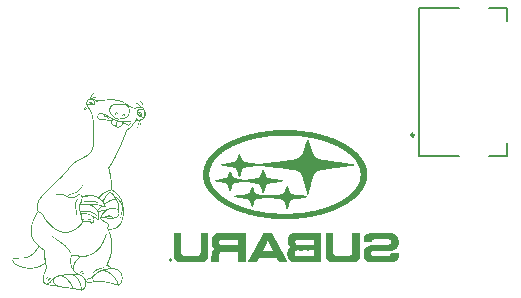
<source format=gbo>
G04*
G04 #@! TF.GenerationSoftware,Altium Limited,Altium Designer,24.4.1 (13)*
G04*
G04 Layer_Color=32896*
%FSLAX44Y44*%
%MOMM*%
G71*
G04*
G04 #@! TF.SameCoordinates,756635CD-87F4-41CE-B67A-FD93177F9C21*
G04*
G04*
G04 #@! TF.FilePolarity,Positive*
G04*
G01*
G75*
%ADD10C,0.2500*%
%ADD11C,0.2000*%
G36*
X83528Y190683D02*
X83351D01*
Y190506D01*
X82999D01*
Y190330D01*
X82822D01*
Y190153D01*
X82646D01*
Y189977D01*
X82293D01*
Y189801D01*
X82116D01*
Y189624D01*
X81940D01*
Y189448D01*
X81764D01*
Y189272D01*
X81587D01*
Y189095D01*
X81411D01*
Y188919D01*
X81235D01*
Y188566D01*
X81058D01*
Y188390D01*
X80882D01*
Y188213D01*
X80705D01*
Y188037D01*
X80529D01*
Y187860D01*
X80353D01*
Y187684D01*
X80176D01*
Y187331D01*
X80000D01*
Y187155D01*
X79824D01*
Y186802D01*
X79647D01*
Y186449D01*
X79471D01*
Y186273D01*
X79647D01*
Y186097D01*
X80176D01*
Y186273D01*
X80705D01*
Y186449D01*
X81058D01*
Y186626D01*
X81235D01*
Y186802D01*
X81411D01*
Y186978D01*
X81587D01*
Y187155D01*
X81940D01*
Y187331D01*
X82293D01*
Y187508D01*
X84057D01*
Y187331D01*
X84233D01*
Y186978D01*
X83880D01*
Y186802D01*
X82646D01*
Y186626D01*
X82293D01*
Y186449D01*
X81940D01*
Y186273D01*
X81411D01*
Y186097D01*
X81587D01*
Y185920D01*
X81940D01*
Y185744D01*
X82293D01*
Y185567D01*
X82646D01*
Y185391D01*
X82822D01*
Y185215D01*
X83175D01*
Y185038D01*
X83528D01*
Y184862D01*
X83880D01*
Y184686D01*
X84233D01*
Y184509D01*
X88819D01*
Y184686D01*
X90230D01*
Y184862D01*
X91641D01*
Y185038D01*
X93405D01*
Y185215D01*
X97109D01*
Y185391D01*
X97991D01*
Y185215D01*
X100107D01*
Y185038D01*
X101518D01*
Y184862D01*
X102577D01*
Y184686D01*
X103459D01*
Y184509D01*
X104164D01*
Y184333D01*
X104693D01*
Y184156D01*
X105222D01*
Y183980D01*
X105751D01*
Y183804D01*
X106104D01*
Y183627D01*
X106633D01*
Y183451D01*
X106986D01*
Y183274D01*
X107339D01*
Y183098D01*
X107692D01*
Y182922D01*
X108045D01*
Y182745D01*
X108221D01*
Y182569D01*
X108574D01*
Y182393D01*
X108750D01*
Y182216D01*
X109103D01*
Y182040D01*
X109455D01*
Y181863D01*
X109808D01*
Y181687D01*
X109985D01*
Y181511D01*
X110337D01*
Y181334D01*
X110514D01*
Y181158D01*
X110867D01*
Y180982D01*
X111043D01*
Y180805D01*
X111396D01*
Y180629D01*
X111572D01*
Y180452D01*
X111925D01*
Y180276D01*
X112278D01*
Y180100D01*
X112454D01*
Y179923D01*
X112807D01*
Y179747D01*
X112983D01*
Y179571D01*
X113336D01*
Y179394D01*
X113689D01*
Y179218D01*
X113865D01*
Y179041D01*
X114218D01*
Y178865D01*
X114571D01*
Y178689D01*
X114923D01*
Y178512D01*
X115276D01*
Y178336D01*
X117922D01*
Y178512D01*
X120038D01*
Y178689D01*
X121273D01*
Y178865D01*
X121802D01*
Y179041D01*
X121626D01*
Y179218D01*
X121449D01*
Y179394D01*
X121273D01*
Y179571D01*
X121097D01*
Y179747D01*
X120920D01*
Y179923D01*
X120744D01*
Y180100D01*
X120568D01*
Y180276D01*
X120215D01*
Y180452D01*
X120038D01*
Y180629D01*
X119686D01*
Y180805D01*
X119509D01*
Y180982D01*
X119156D01*
Y181158D01*
X118980D01*
Y181334D01*
X118627D01*
Y181511D01*
X118274D01*
Y181687D01*
X117922D01*
Y181863D01*
X117569D01*
Y182040D01*
X117393D01*
Y182216D01*
X117569D01*
Y182393D01*
X118274D01*
Y182216D01*
X118804D01*
Y182040D01*
X119333D01*
Y181863D01*
X119686D01*
Y181687D01*
X119862D01*
Y181511D01*
X120215D01*
Y181334D01*
X120391D01*
Y181158D01*
X120568D01*
Y180982D01*
X120744D01*
Y180805D01*
X120920D01*
Y180629D01*
X121097D01*
Y180452D01*
X121273D01*
Y180276D01*
X121449D01*
Y180100D01*
X121626D01*
Y179923D01*
X121802D01*
Y179571D01*
X121979D01*
Y179218D01*
X122155D01*
Y179041D01*
X122331D01*
Y178865D01*
X122684D01*
Y179394D01*
X122860D01*
Y181511D01*
X122684D01*
Y182040D01*
X122508D01*
Y182393D01*
X122331D01*
Y182569D01*
X122155D01*
Y182745D01*
X121979D01*
Y182922D01*
X121802D01*
Y183098D01*
X121626D01*
Y183274D01*
X121449D01*
Y183451D01*
X121273D01*
Y183627D01*
X121097D01*
Y183804D01*
X120920D01*
Y183980D01*
X120744D01*
Y184333D01*
X120920D01*
Y184156D01*
X121449D01*
Y183980D01*
X121802D01*
Y183804D01*
X121979D01*
Y183627D01*
X122331D01*
Y183451D01*
X122508D01*
Y183274D01*
X122684D01*
Y183098D01*
X122860D01*
Y182922D01*
X123037D01*
Y182745D01*
X123213D01*
Y182393D01*
X123390D01*
Y182040D01*
X123566D01*
Y180276D01*
X123390D01*
Y179218D01*
X123213D01*
Y178689D01*
X123390D01*
Y178512D01*
X123566D01*
Y178336D01*
X123742D01*
Y178160D01*
X124095D01*
Y177983D01*
X124271D01*
Y177630D01*
X124448D01*
Y177454D01*
X124624D01*
Y177278D01*
X124801D01*
Y177101D01*
X124977D01*
Y176749D01*
X125153D01*
Y176572D01*
X125330D01*
Y176219D01*
X125506D01*
Y175867D01*
X125682D01*
Y175337D01*
X125859D01*
Y174808D01*
X126035D01*
Y173926D01*
X126212D01*
Y172692D01*
X126035D01*
Y171457D01*
X125859D01*
Y170928D01*
X125682D01*
Y170399D01*
X125506D01*
Y170046D01*
X125330D01*
Y169693D01*
X125153D01*
Y169517D01*
X124977D01*
Y169164D01*
X124801D01*
Y168988D01*
X124624D01*
Y168811D01*
X124448D01*
Y168635D01*
X124271D01*
Y168459D01*
X124095D01*
Y168282D01*
X123919D01*
Y168106D01*
X123742D01*
Y167929D01*
X123390D01*
Y167753D01*
X123037D01*
Y167577D01*
X122331D01*
Y167400D01*
X121802D01*
Y167224D01*
X121626D01*
Y167048D01*
X121449D01*
Y166342D01*
X121626D01*
Y165637D01*
X121802D01*
Y164931D01*
X121979D01*
Y163873D01*
X122155D01*
Y162991D01*
X121979D01*
Y162814D01*
X121802D01*
Y163167D01*
X121626D01*
Y163696D01*
X121449D01*
Y164402D01*
X121273D01*
Y165107D01*
X121097D01*
Y165813D01*
X120920D01*
Y167048D01*
X119862D01*
Y166871D01*
X120038D01*
Y165460D01*
X120215D01*
Y163520D01*
X120038D01*
Y162638D01*
X119862D01*
Y162109D01*
X119686D01*
Y161756D01*
X119509D01*
Y161403D01*
X119333D01*
Y161227D01*
X119156D01*
Y162109D01*
X119333D01*
Y164226D01*
X119509D01*
Y166871D01*
X119333D01*
Y167224D01*
X119156D01*
Y167400D01*
X118804D01*
Y167224D01*
X118627D01*
Y167048D01*
X118451D01*
Y166871D01*
X118274D01*
Y166695D01*
X118098D01*
Y166518D01*
X117922D01*
Y166342D01*
X117745D01*
Y166166D01*
X117569D01*
Y165989D01*
X117393D01*
Y165813D01*
X117216D01*
Y165637D01*
X117040D01*
Y165284D01*
X116863D01*
Y165107D01*
X116687D01*
Y164931D01*
X116511D01*
Y164755D01*
X116334D01*
Y164578D01*
X116158D01*
Y164226D01*
X115982D01*
Y164049D01*
X115805D01*
Y163696D01*
X115629D01*
Y163520D01*
X115452D01*
Y163344D01*
X115276D01*
Y162991D01*
X115100D01*
Y162814D01*
X114923D01*
Y162462D01*
X114747D01*
Y162285D01*
X114571D01*
Y162109D01*
X114394D01*
Y161933D01*
X114218D01*
Y161756D01*
X114041D01*
Y161580D01*
X113865D01*
Y161403D01*
X113689D01*
Y161227D01*
X113512D01*
Y161051D01*
X113336D01*
Y160874D01*
X113160D01*
Y160698D01*
X112983D01*
Y160522D01*
X112630D01*
Y160345D01*
X112454D01*
Y160169D01*
X112278D01*
Y159992D01*
X111925D01*
Y159816D01*
X111749D01*
Y159640D01*
X111572D01*
Y159463D01*
X111219D01*
Y159287D01*
X111043D01*
Y159110D01*
X110867D01*
Y158934D01*
X110690D01*
Y158758D01*
X110514D01*
Y158581D01*
X110337D01*
Y158405D01*
X110161D01*
Y158052D01*
X109985D01*
Y157523D01*
X109808D01*
Y156994D01*
X109632D01*
Y156465D01*
X109455D01*
Y156112D01*
X109279D01*
Y155583D01*
X109103D01*
Y155230D01*
X108926D01*
Y154701D01*
X108750D01*
Y154172D01*
X108574D01*
Y153819D01*
X108397D01*
Y153290D01*
X108221D01*
Y152761D01*
X108045D01*
Y152408D01*
X107868D01*
Y151879D01*
X107692D01*
Y151526D01*
X107515D01*
Y150997D01*
X107339D01*
Y150644D01*
X107163D01*
Y150115D01*
X106986D01*
Y149762D01*
X106810D01*
Y149410D01*
X106633D01*
Y148880D01*
X106457D01*
Y148528D01*
X106281D01*
Y147999D01*
X106104D01*
Y147646D01*
X105928D01*
Y147293D01*
X105751D01*
Y146940D01*
X105575D01*
Y146411D01*
X105399D01*
Y146058D01*
X105222D01*
Y145705D01*
X105046D01*
Y145176D01*
X104870D01*
Y144824D01*
X104693D01*
Y144471D01*
X104517D01*
Y144118D01*
X104340D01*
Y143589D01*
X104164D01*
Y143236D01*
X103988D01*
Y142883D01*
X103811D01*
Y142531D01*
X103635D01*
Y142178D01*
X103459D01*
Y141825D01*
X103282D01*
Y141472D01*
X103106D01*
Y140943D01*
X102929D01*
Y140590D01*
X102753D01*
Y140238D01*
X102577D01*
Y139885D01*
X102400D01*
Y139532D01*
X102224D01*
Y139179D01*
X102048D01*
Y138827D01*
X101871D01*
Y138474D01*
X101695D01*
Y138121D01*
X101518D01*
Y137768D01*
X101342D01*
Y137416D01*
X101166D01*
Y137063D01*
X100989D01*
Y136710D01*
X100813D01*
Y136357D01*
X100637D01*
Y136005D01*
X100460D01*
Y135652D01*
X100284D01*
Y135299D01*
X100107D01*
Y134946D01*
X99931D01*
Y134594D01*
X99755D01*
Y134417D01*
X99578D01*
Y134064D01*
X99402D01*
Y133712D01*
X99226D01*
Y133359D01*
X99049D01*
Y133006D01*
X98873D01*
Y132653D01*
X98696D01*
Y132477D01*
X98520D01*
Y132124D01*
X98343D01*
Y131771D01*
X98167D01*
Y131595D01*
X97991D01*
Y131242D01*
X97814D01*
Y130890D01*
X97638D01*
Y130713D01*
X97462D01*
Y130360D01*
X97285D01*
Y130008D01*
X97109D01*
Y129831D01*
X96932D01*
Y129479D01*
X96756D01*
Y129302D01*
X96580D01*
Y128949D01*
X96403D01*
Y128773D01*
X96227D01*
Y128420D01*
X96051D01*
Y128068D01*
X95874D01*
Y127891D01*
X95698D01*
Y127538D01*
X95521D01*
Y127009D01*
X95345D01*
Y126833D01*
X95521D01*
Y125951D01*
X95698D01*
Y125069D01*
X95874D01*
Y124363D01*
X96051D01*
Y123658D01*
X96227D01*
Y122776D01*
X96403D01*
Y121718D01*
X96580D01*
Y120836D01*
X96756D01*
Y119601D01*
X96932D01*
Y118367D01*
X97109D01*
Y116779D01*
X97285D01*
Y115015D01*
X97462D01*
Y111664D01*
X97638D01*
Y109371D01*
X97814D01*
Y109018D01*
X97991D01*
Y108842D01*
X98167D01*
Y108666D01*
X98520D01*
Y108489D01*
X98696D01*
Y108313D01*
X98873D01*
Y108137D01*
X99226D01*
Y107960D01*
X99402D01*
Y107784D01*
X99578D01*
Y107607D01*
X99755D01*
Y107431D01*
X100107D01*
Y107255D01*
X100284D01*
Y107078D01*
X100460D01*
Y106902D01*
X100637D01*
Y106726D01*
X100813D01*
Y106549D01*
X100989D01*
Y106373D01*
X101342D01*
Y106196D01*
X101518D01*
Y106020D01*
X101695D01*
Y105844D01*
X101871D01*
Y105667D01*
X102048D01*
Y105491D01*
X102224D01*
Y105314D01*
X102400D01*
Y105138D01*
X102577D01*
Y104962D01*
X102753D01*
Y104609D01*
X102929D01*
Y104432D01*
X103106D01*
Y104256D01*
X103282D01*
Y104080D01*
X103459D01*
Y103903D01*
X103635D01*
Y103727D01*
X103811D01*
Y103374D01*
X103988D01*
Y103198D01*
X104164D01*
Y103021D01*
X104340D01*
Y102669D01*
X104517D01*
Y102492D01*
X104693D01*
Y102140D01*
X104870D01*
Y101963D01*
X105046D01*
Y101610D01*
X105222D01*
Y101258D01*
X105399D01*
Y101081D01*
X105575D01*
Y100729D01*
X105751D01*
Y100376D01*
X105928D01*
Y100023D01*
X106104D01*
Y99494D01*
X106281D01*
Y99141D01*
X106457D01*
Y98612D01*
X106633D01*
Y98083D01*
X106810D01*
Y97554D01*
X106986D01*
Y96672D01*
X107163D01*
Y95790D01*
X107339D01*
Y94379D01*
X107515D01*
Y86795D01*
X107339D01*
Y85560D01*
X107163D01*
Y84501D01*
X106986D01*
Y83796D01*
X106810D01*
Y83267D01*
X106633D01*
Y82738D01*
X106457D01*
Y82209D01*
X106281D01*
Y81856D01*
X106104D01*
Y81503D01*
X105928D01*
Y80974D01*
X105751D01*
Y80621D01*
X105575D01*
Y80268D01*
X105399D01*
Y80092D01*
X105222D01*
Y79739D01*
X105046D01*
Y79387D01*
X104870D01*
Y79210D01*
X104693D01*
Y79034D01*
X104517D01*
Y78681D01*
X104340D01*
Y78505D01*
X104164D01*
Y78328D01*
X103988D01*
Y78152D01*
X103811D01*
Y77976D01*
X103635D01*
Y77799D01*
X103459D01*
Y77623D01*
X103282D01*
Y77446D01*
X103106D01*
Y77270D01*
X102929D01*
Y77094D01*
X102753D01*
Y76917D01*
X102400D01*
Y76741D01*
X102224D01*
Y76564D01*
X101871D01*
Y76388D01*
X101518D01*
Y76212D01*
X101166D01*
Y76035D01*
X100813D01*
Y75859D01*
X100460D01*
Y75683D01*
X99931D01*
Y75506D01*
X99402D01*
Y75330D01*
X98696D01*
Y75153D01*
X97814D01*
Y74977D01*
X96932D01*
Y74801D01*
X95874D01*
Y74624D01*
X95345D01*
Y74095D01*
X95521D01*
Y73390D01*
X95698D01*
Y72860D01*
X95874D01*
Y72331D01*
X96051D01*
Y71802D01*
X96227D01*
Y71097D01*
X96403D01*
Y70567D01*
X96580D01*
Y69862D01*
X96756D01*
Y69156D01*
X96932D01*
Y68451D01*
X97109D01*
Y67569D01*
X97285D01*
Y66511D01*
X97462D01*
Y65452D01*
X97638D01*
Y62807D01*
X97814D01*
Y61043D01*
X97638D01*
Y56104D01*
X97462D01*
Y55222D01*
X97285D01*
Y54517D01*
X97109D01*
Y53811D01*
X96932D01*
Y53106D01*
X96756D01*
Y52400D01*
X96580D01*
Y51871D01*
X96403D01*
Y51166D01*
X96227D01*
Y50637D01*
X96051D01*
Y50107D01*
X95874D01*
Y49578D01*
X95698D01*
Y49049D01*
X95521D01*
Y48696D01*
X95345D01*
Y48167D01*
X95169D01*
Y47814D01*
X94992D01*
Y47462D01*
X94816D01*
Y47109D01*
X94640D01*
Y46756D01*
X94463D01*
Y46403D01*
X94287D01*
Y46051D01*
X94110D01*
Y45698D01*
X93934D01*
Y45345D01*
X93758D01*
Y44992D01*
X93934D01*
Y44816D01*
X94463D01*
Y44640D01*
X94816D01*
Y44463D01*
X95169D01*
Y44287D01*
X95521D01*
Y44110D01*
X95698D01*
Y43934D01*
X95874D01*
Y43758D01*
X96051D01*
Y43581D01*
X96403D01*
Y43405D01*
X96580D01*
Y43229D01*
X96756D01*
Y43052D01*
X96932D01*
Y42876D01*
X97285D01*
Y42699D01*
X97991D01*
Y42523D01*
X98873D01*
Y42347D01*
X99755D01*
Y42170D01*
X100284D01*
Y41994D01*
X100813D01*
Y41817D01*
X101342D01*
Y41641D01*
X101695D01*
Y41465D01*
X102224D01*
Y41288D01*
X102577D01*
Y41112D01*
X102753D01*
Y40936D01*
X103106D01*
Y40759D01*
X103459D01*
Y40583D01*
X103635D01*
Y40406D01*
X103811D01*
Y40230D01*
X104164D01*
Y40054D01*
X104340D01*
Y39877D01*
X104517D01*
Y39701D01*
X104693D01*
Y39348D01*
X104870D01*
Y39172D01*
X105046D01*
Y38995D01*
X105222D01*
Y38643D01*
X105399D01*
Y38466D01*
X105575D01*
Y38114D01*
X105751D01*
Y37761D01*
X105928D01*
Y37232D01*
X106104D01*
Y36702D01*
X106281D01*
Y35997D01*
X106457D01*
Y34939D01*
X106633D01*
Y33351D01*
X106457D01*
Y32293D01*
X106281D01*
Y31587D01*
X106104D01*
Y31058D01*
X105928D01*
Y30705D01*
X105751D01*
Y30176D01*
X105575D01*
Y30000D01*
X105399D01*
Y29647D01*
X105222D01*
Y29295D01*
X105046D01*
Y28942D01*
X104870D01*
Y28765D01*
X104693D01*
Y28413D01*
X104517D01*
Y28236D01*
X104340D01*
Y28060D01*
X104164D01*
Y27884D01*
X103988D01*
Y27707D01*
X103811D01*
Y27531D01*
X103635D01*
Y27354D01*
X102929D01*
Y27531D01*
X102400D01*
Y27707D01*
X101871D01*
Y27884D01*
X101342D01*
Y28060D01*
X100813D01*
Y28236D01*
X100284D01*
Y28413D01*
X99755D01*
Y28589D01*
X99226D01*
Y28765D01*
X98696D01*
Y28942D01*
X97991D01*
Y29118D01*
X97285D01*
Y29295D01*
X96580D01*
Y29471D01*
X95874D01*
Y29647D01*
X95169D01*
Y29824D01*
X94287D01*
Y30000D01*
X93229D01*
Y30176D01*
X92170D01*
Y30353D01*
X90936D01*
Y30529D01*
X89524D01*
Y30705D01*
X82646D01*
Y30529D01*
X81940D01*
Y30353D01*
X81058D01*
Y30176D01*
X76825D01*
Y30353D01*
X75943D01*
Y29471D01*
X75767D01*
Y27707D01*
X75591D01*
Y27178D01*
X75414D01*
Y26649D01*
X75238D01*
Y26296D01*
X75061D01*
Y25943D01*
X74885D01*
Y25591D01*
X74709D01*
Y25238D01*
X74532D01*
Y25061D01*
X74356D01*
Y24885D01*
X74180D01*
Y24532D01*
X74003D01*
Y24356D01*
X73827D01*
Y24179D01*
X73650D01*
Y24003D01*
X73474D01*
Y23827D01*
X73121D01*
Y23650D01*
X72945D01*
Y23474D01*
X72592D01*
Y23298D01*
X72239D01*
Y23121D01*
X71710D01*
Y23298D01*
X71005D01*
Y23474D01*
X70299D01*
Y23650D01*
X69594D01*
Y23827D01*
X68712D01*
Y24003D01*
X68006D01*
Y24179D01*
X67301D01*
Y24356D01*
X66419D01*
Y24532D01*
X65537D01*
Y24709D01*
X64302D01*
Y24885D01*
X63067D01*
Y25061D01*
X62009D01*
Y25238D01*
X60598D01*
Y25414D01*
X59187D01*
Y25591D01*
X57952D01*
Y25767D01*
X56718D01*
Y25943D01*
X55483D01*
Y26120D01*
X54601D01*
Y26296D01*
X53896D01*
Y26472D01*
X53014D01*
Y26649D01*
X52308D01*
Y26825D01*
X51426D01*
Y27002D01*
X50015D01*
Y27178D01*
X48252D01*
Y27354D01*
X46488D01*
Y27531D01*
X44900D01*
Y27707D01*
X44018D01*
Y27884D01*
X43137D01*
Y28060D01*
X42607D01*
Y28236D01*
X42078D01*
Y28413D01*
X41726D01*
Y28589D01*
X41373D01*
Y28765D01*
X41020D01*
Y28942D01*
X40844D01*
Y29118D01*
X40491D01*
Y29295D01*
X40314D01*
Y29471D01*
X40138D01*
Y29824D01*
X39962D01*
Y30000D01*
X39785D01*
Y30176D01*
X39609D01*
Y30529D01*
X39432D01*
Y31235D01*
X39256D01*
Y34586D01*
X39432D01*
Y35821D01*
X39609D01*
Y36526D01*
X39785D01*
Y37232D01*
X39962D01*
Y37937D01*
X40138D01*
Y38466D01*
X40314D01*
Y38995D01*
X40491D01*
Y39525D01*
X40667D01*
Y40054D01*
X40844D01*
Y40759D01*
X41020D01*
Y41288D01*
X41196D01*
Y41817D01*
X41373D01*
Y42347D01*
X41549D01*
Y42876D01*
X41726D01*
Y43405D01*
X41549D01*
Y44287D01*
X41373D01*
Y44992D01*
X41196D01*
Y45698D01*
X41020D01*
Y45874D01*
X40491D01*
Y45698D01*
X40314D01*
Y45521D01*
X39962D01*
Y45345D01*
X39609D01*
Y45169D01*
X39432D01*
Y44992D01*
X39080D01*
Y44816D01*
X38903D01*
Y44640D01*
X38551D01*
Y44463D01*
X38198D01*
Y44287D01*
X37845D01*
Y44110D01*
X37492D01*
Y43934D01*
X37140D01*
Y43758D01*
X36787D01*
Y43581D01*
X36434D01*
Y43405D01*
X35905D01*
Y43229D01*
X35376D01*
Y43052D01*
X34847D01*
Y42876D01*
X34318D01*
Y42699D01*
X33612D01*
Y42523D01*
X32730D01*
Y42347D01*
X31848D01*
Y42170D01*
X30790D01*
Y41994D01*
X29379D01*
Y41817D01*
X26909D01*
Y41994D01*
X25498D01*
Y42170D01*
X24617D01*
Y42347D01*
X23911D01*
Y42523D01*
X23029D01*
Y42699D01*
X22324D01*
Y42876D01*
X21618D01*
Y43052D01*
X20913D01*
Y43229D01*
X20383D01*
Y43405D01*
X19678D01*
Y43581D01*
X19149D01*
Y43758D01*
X18796D01*
Y43934D01*
X18267D01*
Y44110D01*
X17738D01*
Y44287D01*
X17209D01*
Y44463D01*
X16856D01*
Y44640D01*
X16503D01*
Y44816D01*
X16327D01*
Y44992D01*
X15974D01*
Y45169D01*
X15798D01*
Y45345D01*
X15621D01*
Y45521D01*
X15445D01*
Y45698D01*
X15268D01*
Y45874D01*
X15092D01*
Y46051D01*
X14916D01*
Y46227D01*
X14739D01*
Y46403D01*
X14563D01*
Y46580D01*
X14387D01*
Y46756D01*
X14210D01*
Y46933D01*
X14034D01*
Y47285D01*
X13857D01*
Y47462D01*
X13681D01*
Y47814D01*
X13505D01*
Y48696D01*
X13328D01*
Y49402D01*
X13505D01*
Y50107D01*
X13681D01*
Y50460D01*
X13857D01*
Y50637D01*
X14210D01*
Y50813D01*
X14563D01*
Y50989D01*
X15974D01*
Y51166D01*
X19502D01*
Y51342D01*
X22853D01*
Y51518D01*
X24793D01*
Y51695D01*
X25498D01*
Y51871D01*
X26028D01*
Y52048D01*
X26380D01*
Y52224D01*
X26909D01*
Y52400D01*
X27262D01*
Y52577D01*
X27615D01*
Y52753D01*
X27791D01*
Y52930D01*
X28144D01*
Y53106D01*
X28321D01*
Y53282D01*
X28673D01*
Y53459D01*
X28850D01*
Y53635D01*
X29026D01*
Y53811D01*
X29379D01*
Y53988D01*
X29555D01*
Y54164D01*
X29732D01*
Y54341D01*
X29908D01*
Y54517D01*
X30084D01*
Y54693D01*
X30437D01*
Y54870D01*
X30614D01*
Y55046D01*
X30790D01*
Y55222D01*
X30966D01*
Y55399D01*
X31143D01*
Y55575D01*
X31319D01*
Y55752D01*
X31495D01*
Y55928D01*
X31672D01*
Y56104D01*
X31848D01*
Y56281D01*
X32025D01*
Y56457D01*
X32201D01*
Y56810D01*
X32377D01*
Y56986D01*
X32554D01*
Y57163D01*
X32730D01*
Y57339D01*
X32906D01*
Y57515D01*
X33083D01*
Y57692D01*
X33259D01*
Y57868D01*
X33436D01*
Y58045D01*
X33612D01*
Y58221D01*
X33788D01*
Y58397D01*
X33965D01*
Y58750D01*
X34141D01*
Y58926D01*
X34318D01*
Y59103D01*
X34494D01*
Y59279D01*
X34670D01*
Y59632D01*
X34847D01*
Y59808D01*
X35023D01*
Y60161D01*
X35199D01*
Y60867D01*
X35023D01*
Y61043D01*
X34847D01*
Y61219D01*
X34670D01*
Y61572D01*
X34494D01*
Y61748D01*
X34318D01*
Y61925D01*
X34141D01*
Y62101D01*
X33965D01*
Y62278D01*
X33788D01*
Y62454D01*
X33612D01*
Y62630D01*
X33436D01*
Y62807D01*
X33259D01*
Y63159D01*
X33083D01*
Y63336D01*
X32906D01*
Y63512D01*
X32730D01*
Y63689D01*
X32554D01*
Y64041D01*
X32377D01*
Y64218D01*
X32201D01*
Y64394D01*
X32025D01*
Y64571D01*
X31848D01*
Y64923D01*
X31672D01*
Y65100D01*
X31495D01*
Y65452D01*
X31319D01*
Y65629D01*
X31143D01*
Y65982D01*
X30966D01*
Y66158D01*
X30790D01*
Y66511D01*
X30614D01*
Y66863D01*
X30437D01*
Y67216D01*
X30261D01*
Y67393D01*
X30084D01*
Y67922D01*
X29908D01*
Y68274D01*
X29732D01*
Y68627D01*
X29555D01*
Y68980D01*
X29379D01*
Y69509D01*
X29202D01*
Y70038D01*
X29026D01*
Y70920D01*
X28850D01*
Y72684D01*
X28673D01*
Y74271D01*
X28850D01*
Y76388D01*
X29026D01*
Y77446D01*
X29202D01*
Y78328D01*
X29379D01*
Y79034D01*
X29555D01*
Y79739D01*
X29732D01*
Y80268D01*
X29908D01*
Y80974D01*
X30084D01*
Y81503D01*
X30261D01*
Y81856D01*
X30437D01*
Y82385D01*
X30614D01*
Y82914D01*
X30790D01*
Y83267D01*
X30966D01*
Y83620D01*
X31143D01*
Y84149D01*
X31319D01*
Y84501D01*
X31495D01*
Y84854D01*
X31672D01*
Y85207D01*
X31848D01*
Y85560D01*
X32025D01*
Y85913D01*
X32201D01*
Y86265D01*
X32377D01*
Y86618D01*
X32554D01*
Y86971D01*
X32730D01*
Y87324D01*
X32906D01*
Y87676D01*
X33083D01*
Y88029D01*
X33259D01*
Y88205D01*
X33436D01*
Y88558D01*
X33612D01*
Y88911D01*
X33788D01*
Y89087D01*
X33965D01*
Y89440D01*
X34141D01*
Y89617D01*
X34318D01*
Y89969D01*
X34494D01*
Y90322D01*
X34670D01*
Y91028D01*
X34494D01*
Y91557D01*
X34318D01*
Y92262D01*
X34141D01*
Y95437D01*
X34318D01*
Y96495D01*
X34494D01*
Y97201D01*
X34670D01*
Y97907D01*
X34847D01*
Y98436D01*
X35023D01*
Y98788D01*
X35199D01*
Y99318D01*
X35376D01*
Y99670D01*
X35552D01*
Y100023D01*
X35728D01*
Y100376D01*
X35905D01*
Y100729D01*
X36081D01*
Y101081D01*
X36258D01*
Y101258D01*
X36434D01*
Y101610D01*
X36610D01*
Y101787D01*
X36787D01*
Y102140D01*
X36963D01*
Y102316D01*
X37140D01*
Y102669D01*
X37316D01*
Y102845D01*
X37492D01*
Y103021D01*
X37669D01*
Y103198D01*
X37845D01*
Y103551D01*
X38022D01*
Y103727D01*
X38198D01*
Y103903D01*
X38374D01*
Y104080D01*
X38551D01*
Y104256D01*
X38727D01*
Y104432D01*
X38903D01*
Y104609D01*
X39080D01*
Y104962D01*
X39256D01*
Y105138D01*
X39432D01*
Y105314D01*
X39609D01*
Y105491D01*
X39785D01*
Y105667D01*
X39962D01*
Y105844D01*
X40138D01*
Y106020D01*
X40314D01*
Y106196D01*
X40491D01*
Y106373D01*
X40667D01*
Y106549D01*
X40844D01*
Y106726D01*
X41020D01*
Y106902D01*
X41196D01*
Y107078D01*
X41373D01*
Y107255D01*
X41549D01*
Y107431D01*
X41726D01*
Y107607D01*
X41902D01*
Y107784D01*
X42078D01*
Y107960D01*
X42255D01*
Y108137D01*
X42431D01*
Y108313D01*
X42607D01*
Y108489D01*
X42784D01*
Y108666D01*
X42960D01*
Y108842D01*
X43137D01*
Y109018D01*
X43313D01*
Y109195D01*
X43489D01*
Y109371D01*
X43666D01*
Y109548D01*
X43842D01*
Y109724D01*
X44018D01*
Y109900D01*
X44195D01*
Y110077D01*
X44371D01*
Y110253D01*
X44548D01*
Y110429D01*
X44724D01*
Y110606D01*
X44900D01*
Y110782D01*
X45077D01*
Y110959D01*
X45429D01*
Y111135D01*
X45606D01*
Y111311D01*
X45782D01*
Y111488D01*
X45959D01*
Y111664D01*
X46135D01*
Y111840D01*
X46311D01*
Y112017D01*
X46488D01*
Y112193D01*
X46664D01*
Y112370D01*
X46841D01*
Y112546D01*
X47017D01*
Y112722D01*
X47193D01*
Y112899D01*
X47370D01*
Y113075D01*
X47546D01*
Y113251D01*
X47722D01*
Y113428D01*
X47899D01*
Y113604D01*
X48075D01*
Y113781D01*
X48252D01*
Y113957D01*
X48428D01*
Y114134D01*
X48604D01*
Y114310D01*
X48781D01*
Y114486D01*
X48957D01*
Y114663D01*
X49133D01*
Y114839D01*
X49310D01*
Y115015D01*
X49663D01*
Y115192D01*
X49839D01*
Y115368D01*
X50015D01*
Y115545D01*
X50192D01*
Y115721D01*
X50368D01*
Y115897D01*
X50545D01*
Y116074D01*
X50721D01*
Y116250D01*
X50897D01*
Y116426D01*
X51074D01*
Y116603D01*
X51250D01*
Y116779D01*
X51426D01*
Y116955D01*
X51603D01*
Y117132D01*
X51779D01*
Y117308D01*
X51955D01*
Y117485D01*
X52132D01*
Y117661D01*
X52308D01*
Y117837D01*
X52485D01*
Y118014D01*
X52661D01*
Y118190D01*
X52837D01*
Y118367D01*
X53014D01*
Y118543D01*
X53190D01*
Y118719D01*
X53367D01*
Y118896D01*
X53543D01*
Y119072D01*
X53719D01*
Y119249D01*
X53896D01*
Y119425D01*
X54072D01*
Y119601D01*
X54248D01*
Y119778D01*
X54425D01*
Y119954D01*
X54601D01*
Y120130D01*
X54778D01*
Y120307D01*
X54954D01*
Y120483D01*
X55130D01*
Y120660D01*
X55307D01*
Y120836D01*
X55483D01*
Y121012D01*
X55659D01*
Y121189D01*
X55836D01*
Y121365D01*
X56012D01*
Y121541D01*
X56189D01*
Y121718D01*
X56365D01*
Y121894D01*
X56541D01*
Y122071D01*
X56718D01*
Y122247D01*
X56894D01*
Y122423D01*
X57070D01*
Y122600D01*
X57247D01*
Y122776D01*
X57423D01*
Y122952D01*
X57600D01*
Y123129D01*
X57776D01*
Y123305D01*
X57952D01*
Y123482D01*
X58129D01*
Y123834D01*
X58305D01*
Y124011D01*
X58482D01*
Y124187D01*
X58658D01*
Y124363D01*
X58834D01*
Y124540D01*
X59011D01*
Y124716D01*
X59187D01*
Y124893D01*
X59363D01*
Y125245D01*
X59540D01*
Y125422D01*
X59716D01*
Y125598D01*
X59893D01*
Y125775D01*
X60069D01*
Y126127D01*
X60245D01*
Y126304D01*
X60422D01*
Y126480D01*
X60598D01*
Y126833D01*
X60774D01*
Y127009D01*
X60951D01*
Y127186D01*
X61127D01*
Y127538D01*
X61304D01*
Y127715D01*
X61480D01*
Y127891D01*
X61656D01*
Y128244D01*
X61833D01*
Y128420D01*
X62009D01*
Y128597D01*
X62186D01*
Y128773D01*
X62362D01*
Y128949D01*
X62538D01*
Y129126D01*
X62715D01*
Y129479D01*
X62891D01*
Y129655D01*
X63067D01*
Y129831D01*
X63244D01*
Y130008D01*
X63420D01*
Y130184D01*
X63597D01*
Y130360D01*
X63773D01*
Y130537D01*
X63949D01*
Y130713D01*
X64126D01*
Y130890D01*
X64302D01*
Y131066D01*
X64479D01*
Y131242D01*
X64655D01*
Y131419D01*
X64831D01*
Y131595D01*
X65008D01*
Y131771D01*
X65360D01*
Y131948D01*
X65537D01*
Y132124D01*
X65713D01*
Y132301D01*
X66066D01*
Y132477D01*
X66242D01*
Y132653D01*
X66595D01*
Y132830D01*
X66948D01*
Y133006D01*
X67301D01*
Y133182D01*
X67477D01*
Y133359D01*
X67830D01*
Y133535D01*
X68183D01*
Y133712D01*
X68535D01*
Y133888D01*
X68888D01*
Y134064D01*
X69241D01*
Y134241D01*
X69594D01*
Y134417D01*
X69770D01*
Y134594D01*
X70123D01*
Y134770D01*
X70475D01*
Y134946D01*
X70828D01*
Y135123D01*
X71181D01*
Y135299D01*
X71534D01*
Y135476D01*
X71887D01*
Y135652D01*
X72239D01*
Y135828D01*
X72416D01*
Y136005D01*
X72768D01*
Y136181D01*
X73121D01*
Y136357D01*
X73474D01*
Y136534D01*
X73827D01*
Y136710D01*
X74180D01*
Y136887D01*
X74356D01*
Y137063D01*
X74709D01*
Y137239D01*
X75061D01*
Y137416D01*
X75414D01*
Y137592D01*
X75591D01*
Y137768D01*
X75943D01*
Y137945D01*
X76120D01*
Y138121D01*
X76472D01*
Y138298D01*
X76649D01*
Y138474D01*
X77002D01*
Y138650D01*
X77178D01*
Y138827D01*
X77354D01*
Y139003D01*
X77531D01*
Y139179D01*
X77883D01*
Y139356D01*
X78060D01*
Y139532D01*
X78236D01*
Y139709D01*
X78413D01*
Y139885D01*
X78589D01*
Y140061D01*
X78765D01*
Y140414D01*
X78942D01*
Y140590D01*
X79118D01*
Y140767D01*
X79295D01*
Y140943D01*
X79471D01*
Y141296D01*
X79647D01*
Y141472D01*
X79824D01*
Y141825D01*
X80000D01*
Y142178D01*
X80176D01*
Y142531D01*
X80353D01*
Y142883D01*
X80529D01*
Y143413D01*
X80705D01*
Y143942D01*
X80882D01*
Y144471D01*
X81058D01*
Y145176D01*
X81235D01*
Y146058D01*
X81411D01*
Y147117D01*
X81587D01*
Y148351D01*
X81764D01*
Y149939D01*
X81940D01*
Y161227D01*
X81764D01*
Y164402D01*
X81587D01*
Y166166D01*
X81411D01*
Y167400D01*
X81235D01*
Y168459D01*
X81058D01*
Y169517D01*
X80882D01*
Y170399D01*
X80705D01*
Y171104D01*
X80529D01*
Y171810D01*
X80353D01*
Y172515D01*
X80176D01*
Y173221D01*
X80000D01*
Y173750D01*
X79824D01*
Y174103D01*
X79647D01*
Y174632D01*
X79471D01*
Y174985D01*
X79295D01*
Y175337D01*
X79118D01*
Y175690D01*
X78942D01*
Y175867D01*
X78765D01*
Y176219D01*
X78589D01*
Y176396D01*
X78413D01*
Y176749D01*
X78236D01*
Y176925D01*
X78060D01*
Y177101D01*
X77883D01*
Y177454D01*
X77707D01*
Y177630D01*
X77531D01*
Y177807D01*
X77354D01*
Y177983D01*
X77178D01*
Y178336D01*
X77002D01*
Y178512D01*
X76825D01*
Y178689D01*
X76649D01*
Y178865D01*
X76296D01*
Y178689D01*
X76120D01*
Y178512D01*
X75943D01*
Y178336D01*
X75767D01*
Y178160D01*
X75591D01*
Y177983D01*
X75414D01*
Y177807D01*
X75238D01*
Y177630D01*
X75061D01*
Y177278D01*
X75414D01*
Y177454D01*
X75591D01*
Y177630D01*
X75767D01*
Y177807D01*
X76120D01*
Y177983D01*
X76472D01*
Y178160D01*
X77002D01*
Y177983D01*
X76825D01*
Y177807D01*
X76649D01*
Y177630D01*
X76472D01*
Y177454D01*
X76296D01*
Y177278D01*
X76120D01*
Y177101D01*
X75943D01*
Y176925D01*
X75767D01*
Y176749D01*
X75591D01*
Y176572D01*
X75414D01*
Y176396D01*
X75238D01*
Y176219D01*
X75061D01*
Y176043D01*
X74885D01*
Y175867D01*
X74532D01*
Y176396D01*
X74356D01*
Y176219D01*
X74003D01*
Y177101D01*
X74180D01*
Y177630D01*
X74356D01*
Y177983D01*
X74532D01*
Y178160D01*
X74709D01*
Y178512D01*
X74885D01*
Y178689D01*
X75238D01*
Y178865D01*
X75414D01*
Y179041D01*
X75943D01*
Y179218D01*
X76296D01*
Y179747D01*
X76120D01*
Y180805D01*
X75943D01*
Y182745D01*
X76120D01*
Y183451D01*
X76296D01*
Y183804D01*
X76472D01*
Y183980D01*
X76649D01*
Y184333D01*
X76825D01*
Y184509D01*
X77002D01*
Y184686D01*
X77178D01*
Y184862D01*
X77354D01*
Y185038D01*
X77707D01*
Y185215D01*
X77883D01*
Y185391D01*
X78060D01*
Y185567D01*
X78236D01*
Y185744D01*
X78589D01*
Y185920D01*
X78942D01*
Y186097D01*
X79118D01*
Y186802D01*
X79295D01*
Y187508D01*
X79471D01*
Y187860D01*
X79647D01*
Y188037D01*
X79824D01*
Y188390D01*
X80000D01*
Y188566D01*
X80176D01*
Y188919D01*
X80353D01*
Y189095D01*
X80529D01*
Y189272D01*
X80705D01*
Y189448D01*
X80882D01*
Y189624D01*
X81058D01*
Y189801D01*
X81235D01*
Y189977D01*
X81411D01*
Y190153D01*
X81764D01*
Y190330D01*
X81940D01*
Y190506D01*
X82293D01*
Y190683D01*
X82469D01*
Y190859D01*
X83528D01*
Y190683D01*
D02*
G37*
G36*
X251261Y158926D02*
X254640D01*
Y158685D01*
X257295D01*
X257295Y158444D01*
X259467D01*
Y158202D01*
X261397D01*
Y157961D01*
X263087D01*
Y157720D01*
X264535Y157720D01*
Y157478D01*
X265983Y157478D01*
Y157237D01*
X267431D01*
X267431Y156996D01*
X268638D01*
X268638Y156754D01*
X269845D01*
Y156513D01*
X270810D01*
Y156272D01*
X272017D01*
Y156030D01*
X272982D01*
Y155789D01*
X273948D01*
Y155548D01*
X274913D01*
Y155306D01*
X275637D01*
Y155065D01*
X276602D01*
Y154824D01*
X277327D01*
Y154582D01*
X278292D01*
X278292Y154341D01*
X279016D01*
X279016Y154099D01*
X279740D01*
X279740Y153858D01*
X280464D01*
Y153617D01*
X281188Y153617D01*
Y153375D01*
X281912D01*
Y153134D01*
X282636Y153134D01*
Y152893D01*
X283360D01*
Y152651D01*
X283843D01*
Y152410D01*
X284567Y152410D01*
Y152169D01*
X285291Y152169D01*
Y151927D01*
X285774D01*
Y151686D01*
X286498D01*
Y151445D01*
X286980D01*
Y151203D01*
X287463D01*
Y150962D01*
X288187D01*
Y150721D01*
X288670D01*
Y150479D01*
X289153D01*
X289153Y150238D01*
X289635D01*
Y149997D01*
X290118D01*
Y149755D01*
X290601D01*
X290601Y149514D01*
X291083D01*
X291083Y149272D01*
X291566D01*
Y149031D01*
X292049D01*
Y148790D01*
X292532D01*
Y148548D01*
X293014D01*
Y148307D01*
X293497D01*
Y148066D01*
X293980D01*
Y147824D01*
X294462Y147824D01*
Y147583D01*
X294704Y147583D01*
Y147342D01*
X295186D01*
Y147100D01*
X295669D01*
Y146859D01*
X296152D01*
Y146618D01*
X296393D01*
Y146376D01*
X296876D01*
Y146135D01*
X297117D01*
Y145894D01*
X297600D01*
Y145652D01*
X298083D01*
Y145411D01*
X298324D01*
X298324Y145169D01*
X298807D01*
Y144928D01*
X299048D01*
Y144687D01*
X299289D01*
Y144445D01*
X299772D01*
Y144204D01*
X300013D01*
Y143963D01*
X300496D01*
Y143721D01*
X300737D01*
Y143480D01*
X300979D01*
Y143239D01*
X301461D01*
Y142997D01*
X301703Y142997D01*
Y142756D01*
X301944Y142756D01*
Y142515D01*
X302185Y142515D01*
Y142273D01*
X302668D01*
Y142032D01*
X302910Y142032D01*
Y141791D01*
X303151D01*
Y141549D01*
X303392D01*
Y141308D01*
X303634D01*
Y141067D01*
X303875D01*
Y140825D01*
X304358D01*
Y140584D01*
X304599D01*
Y140343D01*
X304840D01*
Y140101D01*
X305082D01*
Y139860D01*
X305323D01*
Y139619D01*
X305564D01*
X305564Y139377D01*
X305806D01*
X305806Y139136D01*
X306047D01*
X306047Y138894D01*
X306288D01*
X306288Y138653D01*
X306530D01*
X306530Y138412D01*
X306771D01*
Y138170D01*
X307013D01*
Y137688D01*
X307254D01*
Y137446D01*
X307495D01*
Y137205D01*
X307736D01*
Y136964D01*
X307978D01*
Y136722D01*
X308219D01*
Y136240D01*
X308461D01*
Y135998D01*
X308702D01*
Y135757D01*
X308943D01*
X308943Y135274D01*
X309185D01*
X309185Y135033D01*
X309426D01*
Y134550D01*
X309667D01*
X309667Y134309D01*
X309909D01*
Y134067D01*
X310150D01*
Y133585D01*
X310391D01*
Y133102D01*
X310633D01*
Y132861D01*
X310874D01*
X310874Y132378D01*
X311115D01*
Y131895D01*
X311357D01*
Y131413D01*
X311598D01*
Y130930D01*
X311840D01*
Y130447D01*
X312081D01*
Y129723D01*
X312322D01*
Y129241D01*
X312563D01*
Y128516D01*
X312805Y128516D01*
Y127792D01*
X313046Y127792D01*
Y126827D01*
X313288Y126827D01*
Y125862D01*
X313529Y125862D01*
Y124413D01*
X313770D01*
Y118621D01*
X313529D01*
Y117173D01*
X313288Y117173D01*
Y116208D01*
X313046Y116208D01*
Y115484D01*
X312805Y115484D01*
Y114518D01*
X312563D01*
Y114036D01*
X312322D01*
Y113311D01*
X312081D01*
Y112829D01*
X311840D01*
Y112346D01*
X311598D01*
Y111622D01*
X311357D01*
Y111139D01*
X311115D01*
Y110898D01*
X310874D01*
Y110415D01*
X310633Y110415D01*
Y109932D01*
X310391D01*
Y109450D01*
X310150D01*
Y109208D01*
X309909D01*
Y108726D01*
X309667D01*
X309667Y108484D01*
X309426D01*
Y108002D01*
X309185D01*
X309185Y107760D01*
X308943D01*
X308943Y107519D01*
X308702D01*
Y107036D01*
X308461D01*
Y106795D01*
X308219D01*
Y106554D01*
X307978D01*
Y106312D01*
X307736D01*
Y105830D01*
X307495D01*
Y105588D01*
X307254D01*
Y105347D01*
X307013D01*
Y105105D01*
X306771Y105105D01*
Y104864D01*
X306530Y104864D01*
Y104623D01*
X306288Y104623D01*
Y104382D01*
X306047Y104382D01*
Y104140D01*
X305806Y104140D01*
Y103899D01*
X305564Y103899D01*
X305564Y103657D01*
X305323D01*
X305323Y103416D01*
X305082D01*
Y103175D01*
X304840D01*
Y102933D01*
X304599D01*
Y102692D01*
X304358D01*
Y102451D01*
X304116D01*
Y102209D01*
X303875D01*
Y101968D01*
X303634D01*
Y101727D01*
X303392D01*
Y101485D01*
X303151D01*
Y101244D01*
X302668D01*
Y101003D01*
X302427Y101003D01*
Y100761D01*
X302185Y100761D01*
Y100520D01*
X301944Y100520D01*
Y100279D01*
X301461D01*
Y100037D01*
X301220Y100037D01*
Y99796D01*
X300979D01*
Y99555D01*
X300496D01*
Y99313D01*
X300255D01*
Y99072D01*
X300013D01*
Y98830D01*
X299531D01*
Y98589D01*
X299289D01*
Y98348D01*
X298807D01*
Y98106D01*
X298565D01*
Y97865D01*
X298083D01*
X298083Y97624D01*
X297841D01*
X297841Y97382D01*
X297358D01*
X297358Y97141D01*
X297117D01*
Y96900D01*
X296635D01*
Y96658D01*
X296393D01*
Y96417D01*
X295910D01*
Y96176D01*
X295428D01*
Y95934D01*
X295186D01*
Y95693D01*
X294704D01*
Y95451D01*
X294221D01*
Y95210D01*
X293738D01*
Y94969D01*
X293256D01*
Y94727D01*
X292773Y94727D01*
Y94486D01*
X292532D01*
Y94245D01*
X292049D01*
Y94003D01*
X291325Y94003D01*
Y93762D01*
X290842D01*
Y93521D01*
X290359D01*
Y93279D01*
X289877Y93279D01*
Y93038D01*
X289394D01*
X289394Y92797D01*
X288911D01*
X288911Y92555D01*
X288429D01*
Y92314D01*
X287946D01*
Y92073D01*
X287222D01*
Y91831D01*
X286739D01*
Y91590D01*
X286015D01*
Y91349D01*
X285532D01*
Y91107D01*
X284808D01*
Y90866D01*
X284326D01*
X284326Y90625D01*
X283602D01*
X283602Y90383D01*
X283119D01*
Y90142D01*
X282395Y90142D01*
Y89901D01*
X281671Y89901D01*
Y89659D01*
X280947D01*
Y89418D01*
X280223D01*
Y89177D01*
X279499Y89177D01*
Y88935D01*
X278775Y88935D01*
X278775Y88694D01*
X277809D01*
X277809Y88452D01*
X277085D01*
Y88211D01*
X276120D01*
Y87970D01*
X275396D01*
Y87728D01*
X274430D01*
Y87487D01*
X273465D01*
Y87246D01*
X272500D01*
Y87004D01*
X271534D01*
Y86763D01*
X270569D01*
Y86522D01*
X269362D01*
X269362Y86280D01*
X268155D01*
X268155Y86039D01*
X266707D01*
X266707Y85798D01*
X265500D01*
Y85556D01*
X263811D01*
Y85315D01*
X262363D01*
Y85073D01*
X260673D01*
Y84832D01*
X258501D01*
Y84591D01*
X256329D01*
Y84349D01*
X253433D01*
Y84108D01*
X248606D01*
Y83867D01*
X239676D01*
Y84108D01*
X235090D01*
Y84349D01*
X232194D01*
Y84591D01*
X230022D01*
Y84832D01*
X227850D01*
Y85073D01*
X226161D01*
Y85315D01*
X224471D01*
Y85556D01*
X223023D01*
Y85798D01*
X221575Y85798D01*
Y86039D01*
X220368D01*
X220368Y86280D01*
X219161D01*
X219161Y86522D01*
X217955D01*
Y86763D01*
X216989D01*
Y87004D01*
X216024D01*
Y87246D01*
X215058D01*
Y87487D01*
X214093D01*
Y87728D01*
X213128D01*
Y87970D01*
X212162D01*
Y88211D01*
X211438D01*
Y88452D01*
X210714D01*
Y88694D01*
X209749D01*
X209749Y88935D01*
X209025D01*
Y89177D01*
X208301D01*
Y89418D01*
X207577Y89418D01*
Y89659D01*
X206852Y89659D01*
Y89901D01*
X206128D01*
Y90142D01*
X205404D01*
X205404Y90383D01*
X204922D01*
X204922Y90625D01*
X204198D01*
X204198Y90866D01*
X203474D01*
Y91107D01*
X202991D01*
Y91349D01*
X202267D01*
Y91590D01*
X201784D01*
Y91831D01*
X201301D01*
Y92073D01*
X200577D01*
Y92314D01*
X200095D01*
X200095Y92555D01*
X199612D01*
X199612Y92797D01*
X199129D01*
X199129Y93038D01*
X198405D01*
Y93279D01*
X197923D01*
Y93521D01*
X197440D01*
Y93762D01*
X196957Y93762D01*
Y94003D01*
X196474D01*
Y94245D01*
X195992D01*
Y94486D01*
X195750Y94486D01*
Y94727D01*
X195268D01*
Y94969D01*
X194785D01*
Y95210D01*
X194302D01*
Y95451D01*
X193820D01*
Y95693D01*
X193337D01*
Y95934D01*
X193096D01*
Y96176D01*
X192613D01*
Y96417D01*
X192130D01*
X192130Y96658D01*
X191889D01*
X191889Y96900D01*
X191406D01*
Y97141D01*
X191165D01*
Y97382D01*
X190682D01*
Y97624D01*
X190199D01*
X190199Y97865D01*
X189958D01*
Y98106D01*
X189475D01*
Y98348D01*
X189234D01*
Y98589D01*
X188993D01*
Y98830D01*
X188510D01*
Y99072D01*
X188269D01*
Y99313D01*
X187786D01*
Y99555D01*
X187544Y99555D01*
Y99796D01*
X187303D01*
Y100037D01*
X186821D01*
Y100279D01*
X186579D01*
Y100520D01*
X186338D01*
Y100761D01*
X186096Y100761D01*
Y101003D01*
X185855Y101003D01*
Y101244D01*
X185372D01*
Y101485D01*
X185131Y101485D01*
Y101727D01*
X184890Y101727D01*
Y101968D01*
X184648D01*
Y102209D01*
X184407D01*
Y102451D01*
X184166D01*
Y102692D01*
X183924D01*
Y102933D01*
X183683D01*
Y103175D01*
X183200D01*
Y103657D01*
X182959D01*
Y103899D01*
X182476D01*
Y104382D01*
X182235D01*
Y104623D01*
X181994D01*
Y104864D01*
X181752D01*
Y105105D01*
X181511Y105105D01*
Y105347D01*
X181269Y105347D01*
Y105588D01*
X181028Y105588D01*
Y105830D01*
X180787Y105830D01*
Y106071D01*
X180545D01*
Y106554D01*
X180304D01*
Y106795D01*
X180063D01*
Y107036D01*
X179821D01*
Y107519D01*
X179580D01*
Y107760D01*
X179339D01*
Y108002D01*
X179097D01*
Y108484D01*
X178856D01*
X178856Y108726D01*
X178615D01*
Y109208D01*
X178373D01*
Y109450D01*
X178132D01*
Y109932D01*
X177891D01*
Y110415D01*
X177649D01*
Y110656D01*
X177408D01*
Y111139D01*
X177167D01*
Y111622D01*
X176925D01*
Y112105D01*
X176684D01*
X176684Y112829D01*
X176443D01*
X176442Y113311D01*
X176201D01*
Y113794D01*
X175960D01*
Y114518D01*
X175718D01*
Y115242D01*
X175477D01*
Y116208D01*
X175236D01*
Y117173D01*
X174994D01*
Y118621D01*
X174753D01*
Y124655D01*
X174994D01*
Y125862D01*
X175236D01*
Y127068D01*
X175477D01*
Y127792D01*
X175718D01*
Y128516D01*
X175960D01*
Y129241D01*
X176201D01*
Y129965D01*
X176442D01*
Y130447D01*
X176684Y130447D01*
Y130930D01*
X176925Y130930D01*
Y131413D01*
X177167Y131413D01*
Y131895D01*
X177408Y131895D01*
Y132378D01*
X177649Y132378D01*
Y132861D01*
X177891D01*
Y133102D01*
X178132D01*
Y133585D01*
X178373D01*
Y134067D01*
X178615D01*
Y134309D01*
X178856D01*
Y134791D01*
X179097D01*
X179097Y135033D01*
X179339D01*
Y135274D01*
X179580D01*
Y135757D01*
X179821D01*
Y135998D01*
X180063D01*
Y136481D01*
X180304D01*
Y136722D01*
X180545D01*
Y136964D01*
X180787D01*
Y137205D01*
X181028D01*
Y137446D01*
X181269D01*
Y137688D01*
X181511D01*
Y138170D01*
X181752D01*
Y138412D01*
X181994Y138412D01*
Y138653D01*
X182235D01*
Y138894D01*
X182476D01*
Y139136D01*
X182718D01*
Y139377D01*
X182959D01*
Y139619D01*
X183200D01*
Y139860D01*
X183442D01*
Y140101D01*
X183683D01*
Y140343D01*
X183924D01*
Y140584D01*
X184166D01*
Y140825D01*
X184407D01*
Y141067D01*
X184890D01*
Y141308D01*
X185131Y141308D01*
Y141549D01*
X185372Y141549D01*
Y141791D01*
X185614Y141791D01*
Y142032D01*
X185855Y142032D01*
Y142273D01*
X186096Y142273D01*
Y142515D01*
X186579D01*
Y142756D01*
X186821D01*
Y142997D01*
X187062D01*
Y143239D01*
X187544D01*
X187545Y143480D01*
X187786D01*
X187786Y143721D01*
X188027D01*
Y143963D01*
X188510D01*
Y144204D01*
X188751D01*
Y144445D01*
X188993D01*
Y144687D01*
X189475D01*
Y144928D01*
X189717D01*
Y145169D01*
X190199D01*
Y145411D01*
X190441D01*
Y145652D01*
X190923D01*
Y145894D01*
X191165D01*
Y146135D01*
X191647D01*
Y146376D01*
X192130Y146376D01*
Y146618D01*
X192372Y146618D01*
Y146859D01*
X192854D01*
Y147100D01*
X193337D01*
X193337Y147342D01*
X193578D01*
X193578Y147583D01*
X194061D01*
X194061Y147824D01*
X194544D01*
Y148066D01*
X195026D01*
Y148307D01*
X195509D01*
Y148548D01*
X195992D01*
Y148790D01*
X196233D01*
Y149031D01*
X196716D01*
Y149272D01*
X197199D01*
Y149514D01*
X197923Y149514D01*
Y149755D01*
X198405D01*
Y149997D01*
X198888D01*
X198888Y150238D01*
X199371D01*
X199371Y150479D01*
X199853D01*
X199853Y150721D01*
X200336D01*
X200336Y150962D01*
X201060D01*
Y151203D01*
X201543D01*
Y151445D01*
X202026D01*
Y151686D01*
X202750D01*
Y151927D01*
X203232D01*
Y152169D01*
X203956Y152169D01*
Y152410D01*
X204680D01*
Y152651D01*
X205163D01*
Y152893D01*
X205887Y152893D01*
Y153134D01*
X206611D01*
Y153375D01*
X207335Y153375D01*
Y153617D01*
X208059Y153617D01*
Y153858D01*
X208783Y153858D01*
Y154099D01*
X209507D01*
Y154341D01*
X210231D01*
Y154582D01*
X211197Y154582D01*
Y154824D01*
X211921Y154824D01*
Y155065D01*
X212886D01*
Y155306D01*
X213610D01*
Y155548D01*
X214576D01*
Y155789D01*
X215541D01*
Y156030D01*
X216507D01*
Y156272D01*
X217472D01*
Y156513D01*
X218679D01*
Y156754D01*
X219885Y156754D01*
X219885Y156996D01*
X221092D01*
Y157237D01*
X222540Y157237D01*
Y157478D01*
X223988D01*
Y157720D01*
X225436D01*
X225436Y157961D01*
X227126D01*
Y158202D01*
X229057Y158202D01*
Y158444D01*
X231229D01*
X231229Y158685D01*
X233642Y158685D01*
Y158926D01*
X237262D01*
Y159168D01*
X251261D01*
Y158926D01*
D02*
G37*
G36*
X307495Y71799D02*
X307736D01*
Y60697D01*
Y60456D01*
Y51767D01*
X307495D01*
Y50802D01*
X307254D01*
Y50319D01*
X307013D01*
Y49837D01*
X306771D01*
Y49595D01*
X306530D01*
X306530Y49354D01*
X306288D01*
Y48871D01*
X305806D01*
X305806Y48630D01*
X305564D01*
X305564Y48388D01*
X305323D01*
X305323Y48147D01*
X304840D01*
Y47906D01*
X304358D01*
Y47664D01*
X303634Y47664D01*
Y47423D01*
X302668D01*
Y47182D01*
X283602Y47182D01*
Y47423D01*
X282636Y47423D01*
Y47664D01*
X281912Y47664D01*
Y47906D01*
X281430D01*
Y48147D01*
X280947D01*
Y48388D01*
X280705D01*
Y48630D01*
X280464D01*
X280464Y48871D01*
X280223D01*
X280223Y49113D01*
X279981D01*
X279981Y49354D01*
X279740D01*
Y49595D01*
X279499D01*
Y49837D01*
X279257D01*
Y50319D01*
X279016D01*
Y50802D01*
X278775D01*
Y51767D01*
X278533D01*
X278533Y71799D01*
X285050D01*
Y54422D01*
X285291D01*
Y53939D01*
X285532D01*
Y53698D01*
X285774D01*
Y53457D01*
X286015D01*
Y53215D01*
X286498Y53215D01*
Y52974D01*
X299531D01*
X299531Y53215D01*
X300013D01*
Y53457D01*
X300496D01*
Y53698D01*
X300737D01*
Y54181D01*
X300979D01*
Y54664D01*
X301220D01*
Y72041D01*
X301461D01*
Y71799D01*
X307254D01*
Y72041D01*
X307495D01*
Y71799D01*
D02*
G37*
G36*
X233160D02*
X233401D01*
Y71317D01*
X233642D01*
Y70834D01*
X233884D01*
Y70351D01*
X234125D01*
X234125Y69868D01*
X234366D01*
Y69627D01*
X234608D01*
Y69145D01*
X234849D01*
Y68662D01*
X235090D01*
Y68179D01*
X235332D01*
Y67696D01*
X235573D01*
Y67214D01*
X235814D01*
Y66972D01*
X236056D01*
Y66490D01*
X236297D01*
X236297Y66007D01*
X236539D01*
Y65524D01*
X236780D01*
Y65041D01*
X237021D01*
Y64559D01*
X237262D01*
Y64076D01*
X237504D01*
Y63835D01*
X237745Y63835D01*
Y63352D01*
X237987Y63352D01*
Y62869D01*
X238228Y62869D01*
Y62387D01*
X238469Y62387D01*
Y61904D01*
X238711D01*
Y61421D01*
X238952D01*
Y61180D01*
X239193D01*
Y60697D01*
X239435D01*
Y60215D01*
X239676D01*
Y59732D01*
X239917D01*
Y59249D01*
X240159D01*
Y58766D01*
X240400D01*
Y58284D01*
X240641D01*
Y57801D01*
X240883D01*
Y57560D01*
X241124Y57560D01*
Y57077D01*
X241366D01*
Y56594D01*
X241607D01*
X241607Y56112D01*
X241848D01*
Y55629D01*
X242090D01*
Y55146D01*
X242331D01*
X242331Y54905D01*
X242572D01*
Y54422D01*
X242814D01*
Y53939D01*
X243055D01*
Y53457D01*
X243296D01*
Y52974D01*
X243538D01*
Y52491D01*
X243779D01*
Y52009D01*
X244020D01*
Y51767D01*
X244262D01*
Y51285D01*
X244503Y51285D01*
Y50802D01*
X244744D01*
Y50319D01*
X244986D01*
Y49837D01*
X245227D01*
X245227Y49354D01*
X245468D01*
X245468Y49113D01*
X245710D01*
Y48630D01*
X245951D01*
Y48147D01*
X246192D01*
X246192Y47664D01*
X246434Y47664D01*
X246434Y47182D01*
X238952D01*
Y47664D01*
X238711Y47664D01*
Y48147D01*
X238469Y48147D01*
Y48630D01*
X238228Y48630D01*
Y49113D01*
X237987Y49112D01*
Y49354D01*
X237745D01*
X237745Y49837D01*
X237504D01*
Y50319D01*
X237262D01*
Y50802D01*
X237021D01*
Y51285D01*
X222299Y51285D01*
Y50802D01*
X222057D01*
Y50561D01*
X221816D01*
Y50078D01*
X221575D01*
Y49595D01*
X221333D01*
Y49113D01*
X221092D01*
Y48630D01*
X220851D01*
Y48388D01*
X220609D01*
Y47906D01*
X220368D01*
Y47423D01*
X220127Y47423D01*
Y47182D01*
X212404D01*
Y47423D01*
X212645Y47423D01*
Y47906D01*
X212886D01*
Y48388D01*
X213128D01*
Y48871D01*
X213369D01*
Y49113D01*
X213610D01*
Y49595D01*
X213852D01*
Y50078D01*
X214093D01*
Y50561D01*
X214334D01*
X214334Y51043D01*
X214576D01*
Y51526D01*
X214817D01*
Y52009D01*
X215058D01*
Y52250D01*
X215300D01*
Y52733D01*
X215541Y52733D01*
Y53215D01*
X215782Y53215D01*
Y53698D01*
X216024D01*
Y54181D01*
X216265D01*
Y54664D01*
X216507D01*
Y54905D01*
X216748D01*
Y55388D01*
X216989D01*
Y55870D01*
X217230D01*
Y56353D01*
X217472D01*
Y56836D01*
X217713D01*
Y57318D01*
X217955D01*
Y57560D01*
X218196Y57560D01*
Y58042D01*
X218437D01*
Y58525D01*
X218679D01*
Y59008D01*
X218920D01*
X218920Y59490D01*
X219161D01*
Y59973D01*
X219403D01*
Y60456D01*
X219644D01*
X219644Y60697D01*
X219885D01*
Y61180D01*
X220127D01*
Y61663D01*
X220368D01*
Y62145D01*
X220609D01*
Y62628D01*
X220851D01*
Y63111D01*
X221092D01*
Y63593D01*
X221333D01*
Y63835D01*
X221575D01*
Y64317D01*
X221816D01*
Y64800D01*
X222057D01*
Y65283D01*
X222299D01*
Y65766D01*
X222540D01*
Y66248D01*
X222782Y66248D01*
Y66490D01*
X223023Y66490D01*
Y66972D01*
X223264Y66972D01*
Y67455D01*
X223506Y67455D01*
Y67938D01*
X223747Y67938D01*
Y68420D01*
X223988D01*
Y68903D01*
X224230D01*
Y69386D01*
X224471D01*
Y69627D01*
X224712D01*
Y70110D01*
X224954D01*
Y70592D01*
X225195D01*
Y71075D01*
X225436D01*
Y71558D01*
X225678D01*
X225678Y71799D01*
X225919D01*
Y72041D01*
X226161D01*
Y71799D01*
X226643D01*
Y72041D01*
X230263D01*
Y71799D01*
X232918D01*
Y72041D01*
X233160D01*
Y71799D01*
D02*
G37*
G36*
X274913Y47182D02*
X250295D01*
Y47423D01*
X249571D01*
Y47664D01*
X249089D01*
Y47906D01*
X248847D01*
Y48147D01*
X248606Y48147D01*
Y48388D01*
X248365Y48388D01*
Y48630D01*
X248123D01*
Y48871D01*
X247882D01*
Y49113D01*
X247640D01*
Y49354D01*
X247399D01*
Y49837D01*
X247158D01*
Y50319D01*
X246917D01*
Y50802D01*
X246675D01*
Y51526D01*
X246434D01*
X246434Y52491D01*
X246192D01*
Y56112D01*
X246434D01*
Y57318D01*
X246675D01*
Y58042D01*
X246917D01*
Y58525D01*
X247158D01*
Y59008D01*
X247399D01*
Y59249D01*
X247640D01*
Y59490D01*
X247882D01*
Y59732D01*
X248123D01*
Y59973D01*
X248365D01*
Y60215D01*
X248847D01*
X248847Y60456D01*
X248606D01*
Y60697D01*
X248123D01*
Y60939D01*
X247882D01*
Y61180D01*
X247640D01*
Y61421D01*
X247399D01*
Y61904D01*
X247158D01*
Y62387D01*
X246917D01*
Y62869D01*
X246675D01*
Y63593D01*
X246434D01*
X246434Y67696D01*
X246675D01*
X246675Y68420D01*
X246917D01*
X246917Y68903D01*
X247158D01*
Y69386D01*
X247399D01*
Y69627D01*
Y69868D01*
X247640D01*
Y70110D01*
X247882D01*
Y70351D01*
X248123D01*
Y70592D01*
X248365D01*
Y70834D01*
X248606D01*
X248606Y71075D01*
X249089D01*
X249089Y71317D01*
X249571D01*
Y71558D01*
X250295Y71558D01*
Y71799D01*
X274913D01*
Y47182D01*
D02*
G37*
G36*
X335250Y71558D02*
X335974D01*
X335975Y71317D01*
X336698D01*
X336698Y71075D01*
X336940D01*
X336940Y70834D01*
X337422D01*
Y70592D01*
X337905D01*
Y70351D01*
X338147D01*
Y70110D01*
X338388D01*
Y69868D01*
X338629D01*
Y69627D01*
X338871D01*
Y69145D01*
X339112D01*
Y68903D01*
X339353D01*
Y68420D01*
X339595Y68420D01*
Y67938D01*
X339836Y67938D01*
Y67214D01*
X340077Y67214D01*
Y66248D01*
X340319Y66248D01*
Y61904D01*
X340077D01*
Y60939D01*
X339836D01*
X339836Y60456D01*
X339595D01*
Y59973D01*
X339353Y59973D01*
Y59732D01*
X339112Y59732D01*
Y59490D01*
X338871Y59490D01*
Y59008D01*
X338629D01*
Y58766D01*
X338388D01*
Y58525D01*
X337905D01*
Y58284D01*
X337664D01*
Y58042D01*
X337181D01*
Y57801D01*
X336457D01*
Y57560D01*
X335733D01*
Y57318D01*
X334285D01*
Y57077D01*
X325596D01*
Y56836D01*
X318356D01*
Y56594D01*
X317873D01*
Y56353D01*
X317632Y56353D01*
Y56112D01*
X317390Y56112D01*
X317390Y55870D01*
X317149D01*
Y53457D01*
X317390Y53457D01*
Y52974D01*
X317632Y52974D01*
Y52733D01*
X317873Y52733D01*
Y52491D01*
X318356D01*
Y52250D01*
X332113Y52250D01*
Y52491D01*
X332595D01*
Y52733D01*
X332837Y52733D01*
Y52974D01*
X333078Y52974D01*
Y53215D01*
X333320Y53215D01*
Y53939D01*
X333561D01*
Y54905D01*
X340319D01*
Y54664D01*
X340560D01*
Y54422D01*
X340319D01*
Y51285D01*
X340077D01*
Y50561D01*
X339836D01*
Y50078D01*
X339595D01*
Y49595D01*
X339353D01*
Y49354D01*
X339112Y49354D01*
Y49113D01*
X338871Y49112D01*
Y48871D01*
X338629D01*
Y48630D01*
X338388D01*
Y48388D01*
X338147D01*
Y48147D01*
X337664D01*
Y47906D01*
X337181D01*
Y47664D01*
X336457Y47664D01*
Y47423D01*
X335733D01*
Y47182D01*
X315460Y47182D01*
Y47423D01*
X314494Y47423D01*
Y47664D01*
X314012D01*
Y47906D01*
X313529D01*
Y48147D01*
X313046D01*
Y48388D01*
X312805Y48388D01*
Y48630D01*
X312563Y48630D01*
Y48871D01*
X312322Y48871D01*
Y49113D01*
X312081D01*
Y49354D01*
X311840D01*
Y49837D01*
X311598D01*
Y50319D01*
X311357D01*
Y50802D01*
X311115D01*
Y51767D01*
X310874D01*
X310874Y53215D01*
X310633D01*
Y55388D01*
X310874D01*
X310874Y56836D01*
X311115D01*
Y57560D01*
X311357D01*
Y58284D01*
X311598D01*
Y58525D01*
X311840D01*
Y59008D01*
X312081D01*
Y59249D01*
X312322D01*
Y59732D01*
X312563Y59732D01*
Y59973D01*
X312805Y59973D01*
Y60215D01*
X313288D01*
X313288Y60456D01*
X313529D01*
Y60697D01*
X314012D01*
Y60939D01*
X314494D01*
Y61180D01*
X314977D01*
Y61421D01*
X315701D01*
Y61663D01*
X316908D01*
Y61904D01*
X321976D01*
Y62145D01*
X327286Y62145D01*
Y62387D01*
X332595Y62387D01*
Y62628D01*
X333320D01*
Y62869D01*
X333561D01*
Y63111D01*
X333802D01*
Y63352D01*
X334044D01*
Y65524D01*
X333802D01*
Y66007D01*
X333561D01*
Y66248D01*
X333320D01*
Y66490D01*
X332595D01*
X332595Y66731D01*
X319563D01*
X319563Y66490D01*
X318597D01*
Y66248D01*
X318356D01*
Y66007D01*
X318115D01*
Y65766D01*
X317873D01*
Y65041D01*
X317632D01*
Y64559D01*
X310874D01*
X310874Y68179D01*
X311115D01*
Y68903D01*
X311357D01*
Y69386D01*
X311598D01*
Y69868D01*
X311840D01*
Y70110D01*
X312081D01*
Y70351D01*
X312322D01*
Y70592D01*
X312805D01*
X312805Y70834D01*
X313046D01*
X313046Y71075D01*
X313529D01*
X313529Y71317D01*
X314253D01*
Y71558D01*
X314977D01*
Y71799D01*
X335250D01*
X335250Y71558D01*
D02*
G37*
G36*
X178856Y71799D02*
X179097D01*
Y65766D01*
Y65524D01*
Y52250D01*
X178856Y52250D01*
Y51043D01*
X178615D01*
X178615Y50319D01*
X178373D01*
Y49837D01*
X178132D01*
Y49595D01*
X177891D01*
Y49354D01*
X177649D01*
X177649Y49113D01*
X177408D01*
X177408Y48871D01*
X177167D01*
X177167Y48630D01*
X176925D01*
X176925Y48388D01*
X176684D01*
X176684Y48147D01*
X176201D01*
Y47906D01*
X175718D01*
Y47664D01*
X174994D01*
Y47423D01*
X174029D01*
Y47182D01*
X154962D01*
Y47423D01*
X153997Y47423D01*
Y47664D01*
X153273D01*
Y47906D01*
X152790D01*
X152790Y48147D01*
X152308D01*
X152308Y48388D01*
X152066D01*
X152066Y48630D01*
X151825D01*
X151825Y48871D01*
X151342D01*
X151342Y49113D01*
X151101D01*
X151101Y49595D01*
X150859D01*
Y49837D01*
X150618D01*
Y50319D01*
X150377D01*
Y50802D01*
X150135D01*
Y51767D01*
X149894Y51767D01*
Y71799D01*
X155928D01*
Y72041D01*
X156169D01*
Y71799D01*
X156411D01*
Y54422D01*
X156652D01*
Y53939D01*
X156893D01*
Y53698D01*
X157135D01*
Y53457D01*
X157376D01*
Y53215D01*
X157859D01*
Y52974D01*
X170891D01*
Y53215D01*
X171374D01*
Y53457D01*
X171857D01*
Y53939D01*
X172098D01*
Y54181D01*
X172339D01*
Y54905D01*
X172581D01*
Y71799D01*
X178615D01*
Y72041D01*
X178856D01*
Y71799D01*
D02*
G37*
G36*
X146998Y49837D02*
X147239D01*
Y49354D01*
X147239Y49113D01*
X147239Y47906D01*
X146756D01*
Y48871D01*
X146515D01*
X146515Y48630D01*
X146274D01*
Y48147D01*
X146032D01*
Y47906D01*
X145791D01*
Y48630D01*
X146032D01*
Y49113D01*
X145791D01*
Y49837D01*
X146274D01*
Y50078D01*
X146998D01*
Y49837D01*
D02*
G37*
G36*
Y50561D02*
X147480D01*
Y50319D01*
X147722D01*
Y50078D01*
X147963D01*
Y49837D01*
X148205D01*
X148205Y49354D01*
X148205Y49113D01*
Y48147D01*
X147963Y48147D01*
Y47664D01*
X147722Y47664D01*
Y47423D01*
X147239D01*
X147239Y47182D01*
X145791D01*
Y47423D01*
X145308D01*
Y47664D01*
X145067D01*
Y48147D01*
X144826D01*
Y49837D01*
X145067D01*
Y50319D01*
X145550D01*
Y50078D01*
X145308D01*
Y49595D01*
X145067D01*
Y48388D01*
X145308D01*
Y47906D01*
X145550D01*
Y47664D01*
X146032Y47664D01*
Y47423D01*
X146998D01*
Y47664D01*
X147480Y47664D01*
Y47906D01*
X147722D01*
X147722Y48388D01*
X147963D01*
Y49595D01*
X147722D01*
Y49837D01*
X147480D01*
Y50078D01*
X147239D01*
Y50319D01*
X146756D01*
Y50561D01*
X146274D01*
Y50319D01*
X145550D01*
Y50561D01*
X146032D01*
Y50802D01*
X146998D01*
Y50561D01*
D02*
G37*
G36*
X210714Y47182D02*
X204198Y47182D01*
X204198Y55870D01*
X189958D01*
X189958Y55629D01*
X189234D01*
X189234Y55388D01*
X188993D01*
X188993Y55146D01*
X188751D01*
Y54664D01*
X188510D01*
Y53939D01*
X188269D01*
Y47182D01*
X181752D01*
Y52974D01*
X181994D01*
Y54664D01*
X182235D01*
Y55629D01*
X182476D01*
Y56353D01*
X182718D01*
Y56836D01*
X182959D01*
Y57318D01*
X183200D01*
Y57560D01*
X183442D01*
X183442Y58042D01*
X183683D01*
Y58284D01*
X183924D01*
Y58525D01*
X184166D01*
Y58766D01*
X184407D01*
Y59008D01*
X184166D01*
Y59249D01*
X183924D01*
Y59490D01*
X183683D01*
Y59732D01*
X183442D01*
X183442Y59973D01*
X183200D01*
Y60215D01*
X182959D01*
Y60697D01*
X182718D01*
Y61180D01*
X182476D01*
Y61904D01*
X182235D01*
Y63352D01*
X181994D01*
Y65524D01*
X182235D01*
Y67214D01*
X182476D01*
Y68179D01*
X182718D01*
Y68662D01*
X182959D01*
Y69145D01*
X183200D01*
Y69627D01*
X183442D01*
Y69868D01*
X183683D01*
Y70351D01*
X183924D01*
Y70592D01*
X184166D01*
Y70834D01*
X184648D01*
Y71075D01*
X184890D01*
X184890Y71317D01*
X185372D01*
X185372Y71558D01*
X186096D01*
X186096Y71799D01*
X210714D01*
Y47182D01*
D02*
G37*
%LPC*%
G36*
X81940Y185038D02*
X81587D01*
Y184862D01*
X81940D01*
Y184686D01*
X82116D01*
Y184509D01*
X82293D01*
Y184333D01*
X82469D01*
Y184156D01*
X82646D01*
Y183980D01*
X82822D01*
Y183627D01*
X82999D01*
Y183098D01*
X83175D01*
Y182393D01*
X83351D01*
Y180805D01*
X83175D01*
Y180629D01*
X82822D01*
Y180452D01*
X82293D01*
Y180276D01*
X81411D01*
Y180100D01*
X79471D01*
Y180276D01*
X78413D01*
Y180452D01*
X77707D01*
Y180629D01*
X76825D01*
Y180276D01*
X77002D01*
Y179923D01*
X77178D01*
Y179571D01*
X77354D01*
Y179394D01*
X77531D01*
Y179041D01*
X77707D01*
Y178865D01*
X77883D01*
Y178512D01*
X78060D01*
Y178336D01*
X78236D01*
Y177983D01*
X78413D01*
Y177807D01*
X78589D01*
Y177630D01*
X78765D01*
Y177278D01*
X78942D01*
Y177101D01*
X79118D01*
Y176749D01*
X79295D01*
Y176572D01*
X79471D01*
Y176396D01*
X79647D01*
Y176043D01*
X79824D01*
Y175690D01*
X80000D01*
Y175337D01*
X80176D01*
Y174985D01*
X80353D01*
Y174456D01*
X80529D01*
Y174103D01*
X80705D01*
Y173574D01*
X80882D01*
Y173044D01*
X81058D01*
Y172339D01*
X81235D01*
Y171633D01*
X81411D01*
Y170928D01*
X81587D01*
Y170046D01*
X81764D01*
Y169164D01*
X81940D01*
Y167929D01*
X82116D01*
Y166695D01*
X82293D01*
Y165107D01*
X82469D01*
Y162991D01*
X82646D01*
Y159816D01*
X82822D01*
Y152232D01*
X82646D01*
Y149057D01*
X82469D01*
Y147469D01*
X82293D01*
Y146235D01*
X82116D01*
Y145353D01*
X81940D01*
Y144647D01*
X81764D01*
Y143942D01*
X81587D01*
Y143589D01*
X81411D01*
Y143060D01*
X81235D01*
Y142531D01*
X81058D01*
Y142178D01*
X80882D01*
Y141649D01*
X80705D01*
Y141296D01*
X80529D01*
Y141120D01*
X80353D01*
Y140767D01*
X80176D01*
Y140590D01*
X80000D01*
Y140414D01*
X79824D01*
Y140061D01*
X79647D01*
Y139885D01*
X79471D01*
Y139709D01*
X79295D01*
Y139532D01*
X79118D01*
Y139356D01*
X78942D01*
Y139179D01*
X78765D01*
Y139003D01*
X78589D01*
Y138827D01*
X78413D01*
Y138650D01*
X78236D01*
Y138474D01*
X77883D01*
Y138298D01*
X77707D01*
Y138121D01*
X77531D01*
Y137945D01*
X77354D01*
Y137768D01*
X77002D01*
Y137592D01*
X76825D01*
Y137416D01*
X76649D01*
Y137239D01*
X76296D01*
Y137063D01*
X76120D01*
Y136887D01*
X75767D01*
Y136710D01*
X75414D01*
Y136534D01*
X75238D01*
Y136357D01*
X74885D01*
Y136181D01*
X74532D01*
Y136005D01*
X74180D01*
Y135828D01*
X73827D01*
Y135652D01*
X73650D01*
Y135476D01*
X73298D01*
Y135299D01*
X72945D01*
Y135123D01*
X72592D01*
Y134946D01*
X72239D01*
Y134770D01*
X71887D01*
Y134594D01*
X71534D01*
Y134417D01*
X71181D01*
Y134241D01*
X70828D01*
Y134064D01*
X70652D01*
Y133888D01*
X70299D01*
Y133712D01*
X69946D01*
Y133535D01*
X69594D01*
Y133359D01*
X69241D01*
Y133182D01*
X68888D01*
Y133006D01*
X68535D01*
Y132830D01*
X68183D01*
Y132653D01*
X68006D01*
Y132477D01*
X67653D01*
Y132301D01*
X67301D01*
Y132124D01*
X66948D01*
Y131948D01*
X66771D01*
Y131771D01*
X66419D01*
Y131595D01*
X66242D01*
Y131419D01*
X65890D01*
Y131242D01*
X65713D01*
Y131066D01*
X65360D01*
Y130890D01*
X65184D01*
Y130713D01*
X65008D01*
Y130537D01*
X64831D01*
Y130360D01*
X64655D01*
Y130184D01*
X64479D01*
Y130008D01*
X64126D01*
Y129831D01*
X63949D01*
Y129479D01*
X63773D01*
Y129302D01*
X63597D01*
Y129126D01*
X63420D01*
Y128949D01*
X63244D01*
Y128773D01*
X63067D01*
Y128597D01*
X62891D01*
Y128244D01*
X62715D01*
Y128068D01*
X62538D01*
Y127891D01*
X62362D01*
Y127538D01*
X62186D01*
Y127362D01*
X62009D01*
Y127186D01*
X61833D01*
Y126833D01*
X61656D01*
Y126656D01*
X61480D01*
Y126480D01*
X61304D01*
Y126127D01*
X61127D01*
Y125951D01*
X60951D01*
Y125775D01*
X60774D01*
Y125422D01*
X60598D01*
Y125245D01*
X60422D01*
Y125069D01*
X60245D01*
Y124716D01*
X60069D01*
Y124540D01*
X59893D01*
Y124363D01*
X59716D01*
Y124187D01*
X59540D01*
Y123834D01*
X59363D01*
Y123658D01*
X59187D01*
Y123482D01*
X59011D01*
Y123305D01*
X58834D01*
Y123129D01*
X58658D01*
Y122952D01*
X58482D01*
Y122776D01*
X58305D01*
Y122600D01*
X58129D01*
Y122423D01*
X57952D01*
Y122247D01*
X57776D01*
Y122071D01*
X57600D01*
Y121718D01*
X57423D01*
Y121541D01*
X57247D01*
Y121365D01*
X57070D01*
Y121189D01*
X56894D01*
Y121012D01*
X56718D01*
Y120836D01*
X56541D01*
Y120660D01*
X56365D01*
Y120483D01*
X56189D01*
Y120307D01*
X56012D01*
Y120130D01*
X55836D01*
Y119954D01*
X55659D01*
Y119778D01*
X55483D01*
Y119601D01*
X55307D01*
Y119425D01*
X55130D01*
Y119249D01*
X54954D01*
Y119072D01*
X54778D01*
Y118896D01*
X54601D01*
Y118719D01*
X54425D01*
Y118543D01*
X54248D01*
Y118367D01*
X54072D01*
Y118190D01*
X53896D01*
Y118014D01*
X53719D01*
Y117837D01*
X53543D01*
Y117661D01*
X53367D01*
Y117485D01*
X53190D01*
Y117308D01*
X53014D01*
Y117132D01*
X52837D01*
Y116955D01*
X52485D01*
Y116779D01*
X52308D01*
Y116603D01*
X52132D01*
Y116426D01*
X51955D01*
Y116250D01*
X51779D01*
Y116074D01*
X51603D01*
Y115897D01*
X51426D01*
Y115721D01*
X51250D01*
Y115545D01*
X51074D01*
Y115368D01*
X50897D01*
Y115192D01*
X50721D01*
Y115015D01*
X50545D01*
Y114839D01*
X50368D01*
Y114663D01*
X50192D01*
Y114486D01*
X50015D01*
Y114310D01*
X49839D01*
Y114134D01*
X49663D01*
Y113957D01*
X49486D01*
Y113781D01*
X49310D01*
Y113604D01*
X49133D01*
Y113428D01*
X48957D01*
Y113251D01*
X48781D01*
Y113075D01*
X48428D01*
Y112899D01*
X48252D01*
Y112722D01*
X48075D01*
Y112546D01*
X47899D01*
Y112370D01*
X47722D01*
Y112193D01*
X47546D01*
Y112017D01*
X47370D01*
Y111840D01*
X47193D01*
Y111664D01*
X47017D01*
Y111488D01*
X46841D01*
Y111311D01*
X46664D01*
Y111135D01*
X46488D01*
Y110959D01*
X46311D01*
Y110782D01*
X46135D01*
Y110606D01*
X45959D01*
Y110429D01*
X45782D01*
Y110253D01*
X45606D01*
Y110077D01*
X45429D01*
Y109900D01*
X45253D01*
Y109724D01*
X45077D01*
Y109548D01*
X44900D01*
Y109371D01*
X44724D01*
Y109195D01*
X44548D01*
Y109018D01*
X44371D01*
Y108842D01*
X44195D01*
Y108666D01*
X44018D01*
Y108489D01*
X43842D01*
Y108313D01*
X43666D01*
Y108137D01*
X43489D01*
Y107960D01*
X43313D01*
Y107784D01*
X43137D01*
Y107607D01*
X42960D01*
Y107431D01*
X42784D01*
Y107255D01*
X42607D01*
Y107078D01*
X42431D01*
Y106902D01*
X42255D01*
Y106726D01*
X42078D01*
Y106549D01*
X41902D01*
Y106373D01*
X41726D01*
Y106196D01*
X41549D01*
Y106020D01*
X41373D01*
Y105844D01*
X41196D01*
Y105667D01*
X41020D01*
Y105491D01*
X40844D01*
Y105314D01*
X40667D01*
Y105138D01*
X40491D01*
Y104962D01*
X40314D01*
Y104785D01*
X40138D01*
Y104609D01*
X39962D01*
Y104432D01*
X39785D01*
Y104256D01*
X39609D01*
Y104080D01*
X39432D01*
Y103727D01*
X39256D01*
Y103551D01*
X39080D01*
Y103374D01*
X38903D01*
Y103198D01*
X38727D01*
Y103021D01*
X38551D01*
Y102845D01*
X38374D01*
Y102669D01*
X38198D01*
Y102492D01*
X38022D01*
Y102140D01*
X37845D01*
Y101963D01*
X37669D01*
Y101787D01*
X37492D01*
Y101434D01*
X37316D01*
Y101258D01*
X37140D01*
Y100905D01*
X36963D01*
Y100729D01*
X36787D01*
Y100376D01*
X36610D01*
Y100023D01*
X36434D01*
Y99670D01*
X36258D01*
Y99318D01*
X36081D01*
Y98965D01*
X35905D01*
Y98612D01*
X35728D01*
Y98259D01*
X35552D01*
Y97907D01*
X35376D01*
Y97377D01*
X35199D01*
Y97024D01*
X35023D01*
Y92086D01*
X35199D01*
Y91204D01*
X35376D01*
Y91028D01*
X35552D01*
Y90851D01*
X35728D01*
Y90675D01*
X35905D01*
Y90499D01*
X36081D01*
Y90322D01*
X36434D01*
Y90146D01*
X36610D01*
Y89969D01*
X36787D01*
Y89793D01*
X36963D01*
Y89617D01*
X37316D01*
Y89440D01*
X37492D01*
Y89264D01*
X37669D01*
Y89087D01*
X37845D01*
Y88911D01*
X38198D01*
Y88735D01*
X38374D01*
Y88558D01*
X38551D01*
Y88382D01*
X38727D01*
Y88205D01*
X38903D01*
Y88029D01*
X39080D01*
Y87853D01*
X39256D01*
Y87676D01*
X39432D01*
Y87500D01*
X39609D01*
Y87324D01*
X39785D01*
Y86971D01*
X39962D01*
Y86795D01*
X40138D01*
Y86618D01*
X40314D01*
Y86265D01*
X40491D01*
Y86089D01*
X40667D01*
Y85736D01*
X40844D01*
Y85207D01*
X41020D01*
Y84678D01*
X41196D01*
Y84149D01*
X41373D01*
Y83796D01*
X41549D01*
Y83620D01*
X41726D01*
Y83443D01*
X41902D01*
Y83090D01*
X42078D01*
Y82914D01*
X42255D01*
Y82738D01*
X42431D01*
Y82561D01*
X42607D01*
Y82385D01*
X42784D01*
Y82209D01*
X42960D01*
Y82032D01*
X43137D01*
Y81856D01*
X43313D01*
Y81679D01*
X43489D01*
Y81503D01*
X43666D01*
Y81327D01*
X43842D01*
Y81150D01*
X44018D01*
Y80974D01*
X44195D01*
Y80798D01*
X44371D01*
Y80621D01*
X44548D01*
Y80445D01*
X44724D01*
Y80268D01*
X44900D01*
Y80092D01*
X45077D01*
Y79916D01*
X45253D01*
Y79739D01*
X45429D01*
Y79563D01*
X45606D01*
Y79387D01*
X45782D01*
Y79210D01*
X45959D01*
Y79034D01*
X46135D01*
Y78857D01*
X46311D01*
Y78681D01*
X46488D01*
Y78505D01*
X46664D01*
Y78328D01*
X46841D01*
Y78152D01*
X47017D01*
Y77976D01*
X47193D01*
Y77799D01*
X47370D01*
Y77623D01*
X47546D01*
Y77446D01*
X47722D01*
Y77270D01*
X47899D01*
Y77094D01*
X48252D01*
Y76917D01*
X48428D01*
Y76741D01*
X48604D01*
Y76564D01*
X48781D01*
Y76388D01*
X48957D01*
Y76212D01*
X49310D01*
Y76035D01*
X49486D01*
Y75859D01*
X49839D01*
Y75683D01*
X50015D01*
Y75506D01*
X50368D01*
Y75330D01*
X50721D01*
Y75153D01*
X51074D01*
Y74977D01*
X51426D01*
Y74801D01*
X51779D01*
Y74624D01*
X52132D01*
Y74448D01*
X52485D01*
Y74271D01*
X52837D01*
Y74095D01*
X53367D01*
Y73919D01*
X53896D01*
Y73742D01*
X54425D01*
Y73566D01*
X55130D01*
Y73390D01*
X56365D01*
Y73213D01*
X60598D01*
Y73390D01*
X61480D01*
Y73566D01*
X62186D01*
Y73742D01*
X62715D01*
Y73919D01*
X63244D01*
Y74095D01*
X63773D01*
Y74271D01*
X64126D01*
Y74448D01*
X64479D01*
Y74624D01*
X64831D01*
Y74801D01*
X65184D01*
Y74977D01*
X65537D01*
Y75153D01*
X65713D01*
Y75330D01*
X66066D01*
Y75506D01*
X66419D01*
Y75683D01*
X66595D01*
Y75859D01*
X66948D01*
Y76035D01*
X67124D01*
Y76212D01*
X67477D01*
Y76388D01*
X67830D01*
Y76564D01*
X68006D01*
Y76741D01*
X68183D01*
Y76917D01*
X68359D01*
Y77094D01*
X68712D01*
Y77270D01*
X68888D01*
Y77446D01*
X69064D01*
Y77623D01*
X69241D01*
Y77799D01*
X69417D01*
Y77976D01*
X69594D01*
Y78152D01*
X69770D01*
Y78328D01*
X69946D01*
Y78505D01*
X70123D01*
Y78681D01*
X70299D01*
Y78857D01*
X70475D01*
Y79034D01*
X70652D01*
Y79210D01*
X70828D01*
Y79387D01*
X71005D01*
Y79563D01*
X71181D01*
Y79739D01*
X71357D01*
Y80092D01*
X71534D01*
Y80268D01*
X71710D01*
Y80621D01*
X71887D01*
Y83267D01*
X71710D01*
Y84325D01*
X71534D01*
Y85207D01*
X71357D01*
Y85913D01*
X71181D01*
Y86618D01*
X71005D01*
Y87324D01*
X70828D01*
Y88029D01*
X70652D01*
Y88911D01*
X70475D01*
Y89617D01*
X70299D01*
Y90499D01*
X70123D01*
Y91557D01*
X69946D01*
Y93497D01*
X69770D01*
Y94026D01*
X69946D01*
Y95790D01*
X70123D01*
Y96495D01*
X70299D01*
Y97201D01*
X70475D01*
Y97730D01*
X70652D01*
Y98259D01*
X70828D01*
Y98788D01*
X71005D01*
Y99141D01*
X71181D01*
Y99670D01*
X71357D01*
Y100023D01*
X71534D01*
Y100552D01*
X71710D01*
Y101081D01*
X71887D01*
Y102845D01*
X71710D01*
Y103198D01*
X71534D01*
Y103374D01*
X71357D01*
Y103551D01*
X71181D01*
Y103727D01*
X71005D01*
Y103903D01*
X70652D01*
Y104080D01*
X69417D01*
Y103903D01*
X69064D01*
Y103727D01*
X68712D01*
Y103551D01*
X68535D01*
Y103374D01*
X68183D01*
Y103198D01*
X68006D01*
Y103021D01*
X67653D01*
Y102845D01*
X67477D01*
Y102669D01*
X67124D01*
Y102492D01*
X66771D01*
Y102316D01*
X66595D01*
Y102140D01*
X66242D01*
Y101963D01*
X65890D01*
Y101787D01*
X65184D01*
Y101610D01*
X63949D01*
Y101434D01*
X62186D01*
Y101610D01*
X61304D01*
Y101787D01*
X60774D01*
Y101963D01*
X60422D01*
Y102140D01*
X60069D01*
Y102316D01*
X59716D01*
Y102492D01*
X59363D01*
Y102669D01*
X59011D01*
Y102845D01*
X58658D01*
Y103021D01*
X58305D01*
Y103198D01*
X58129D01*
Y103374D01*
X57776D01*
Y103551D01*
X57423D01*
Y103727D01*
X57070D01*
Y103903D01*
X56718D01*
Y104080D01*
X56365D01*
Y104256D01*
X56012D01*
Y104432D01*
X55130D01*
Y104609D01*
X51074D01*
Y104432D01*
X50192D01*
Y104609D01*
X50015D01*
Y104962D01*
X50368D01*
Y105138D01*
X51074D01*
Y105314D01*
X53014D01*
Y105491D01*
X54954D01*
Y105314D01*
X55836D01*
Y105138D01*
X56365D01*
Y104962D01*
X56718D01*
Y104785D01*
X57070D01*
Y104609D01*
X57423D01*
Y104432D01*
X57776D01*
Y104256D01*
X58129D01*
Y104080D01*
X58482D01*
Y103903D01*
X58834D01*
Y103727D01*
X59011D01*
Y103551D01*
X59363D01*
Y103374D01*
X59716D01*
Y103198D01*
X59893D01*
Y103374D01*
X60069D01*
Y103551D01*
X60245D01*
Y103727D01*
X60422D01*
Y103903D01*
X60774D01*
Y104080D01*
X60951D01*
Y104256D01*
X61127D01*
Y104432D01*
X61304D01*
Y104609D01*
X61656D01*
Y104785D01*
X61833D01*
Y104962D01*
X62186D01*
Y105138D01*
X62538D01*
Y105314D01*
X63067D01*
Y105491D01*
X63420D01*
Y105667D01*
X63949D01*
Y105844D01*
X64655D01*
Y106020D01*
X65360D01*
Y106196D01*
X65713D01*
Y106373D01*
X66242D01*
Y106549D01*
X66595D01*
Y106726D01*
X66948D01*
Y106902D01*
X67124D01*
Y107078D01*
X67477D01*
Y107255D01*
X67830D01*
Y107431D01*
X68006D01*
Y107607D01*
X68183D01*
Y107784D01*
X68359D01*
Y107960D01*
X68712D01*
Y108137D01*
X68888D01*
Y108313D01*
X69064D01*
Y108489D01*
X69241D01*
Y108666D01*
X69417D01*
Y108842D01*
X69594D01*
Y109018D01*
X69770D01*
Y109195D01*
X69946D01*
Y109371D01*
X70123D01*
Y109548D01*
X70299D01*
Y109724D01*
X70475D01*
Y109900D01*
X70652D01*
Y110077D01*
X70828D01*
Y110253D01*
X71005D01*
Y110429D01*
X71181D01*
Y110606D01*
X71357D01*
Y110959D01*
X71534D01*
Y111135D01*
X71710D01*
Y111311D01*
X71887D01*
Y111664D01*
X72063D01*
Y111840D01*
X72239D01*
Y112193D01*
X72416D01*
Y112546D01*
X72592D01*
Y112722D01*
X72768D01*
Y113075D01*
X72945D01*
Y113251D01*
X73121D01*
Y112722D01*
X72945D01*
Y112193D01*
X72768D01*
Y111840D01*
X72592D01*
Y111488D01*
X72416D01*
Y111135D01*
X72239D01*
Y110782D01*
X72063D01*
Y110606D01*
X71887D01*
Y110253D01*
X71710D01*
Y110077D01*
X71534D01*
Y109900D01*
X71357D01*
Y109724D01*
X71181D01*
Y109548D01*
X71005D01*
Y109371D01*
X70828D01*
Y109018D01*
X70652D01*
Y108842D01*
X70475D01*
Y108666D01*
X70299D01*
Y108489D01*
X70123D01*
Y108313D01*
X69946D01*
Y108137D01*
X69770D01*
Y107960D01*
X69594D01*
Y107784D01*
X69241D01*
Y107607D01*
X69064D01*
Y107431D01*
X68888D01*
Y107255D01*
X68712D01*
Y107078D01*
X68535D01*
Y106902D01*
X68359D01*
Y106726D01*
X68006D01*
Y106549D01*
X67830D01*
Y106373D01*
X67477D01*
Y106196D01*
X67124D01*
Y106020D01*
X66771D01*
Y105844D01*
X66419D01*
Y105667D01*
X65890D01*
Y105491D01*
X65360D01*
Y105314D01*
X64831D01*
Y105138D01*
X64126D01*
Y104962D01*
X63420D01*
Y104785D01*
X62715D01*
Y104609D01*
X62362D01*
Y104432D01*
X61833D01*
Y104256D01*
X61656D01*
Y104080D01*
X61480D01*
Y103903D01*
X61127D01*
Y103727D01*
X60951D01*
Y103551D01*
X60774D01*
Y103374D01*
X60598D01*
Y103198D01*
X60422D01*
Y102845D01*
X60598D01*
Y102669D01*
X60951D01*
Y102492D01*
X62009D01*
Y102316D01*
X64831D01*
Y102492D01*
X65537D01*
Y102669D01*
X65890D01*
Y102845D01*
X66242D01*
Y103021D01*
X66595D01*
Y103198D01*
X66771D01*
Y103374D01*
X67124D01*
Y103551D01*
X67301D01*
Y103727D01*
X67653D01*
Y103903D01*
X67830D01*
Y104080D01*
X68183D01*
Y104256D01*
X68359D01*
Y104432D01*
X68712D01*
Y104609D01*
X69064D01*
Y104785D01*
X69770D01*
Y104962D01*
X70123D01*
Y104785D01*
X70828D01*
Y104609D01*
X71181D01*
Y104432D01*
X71357D01*
Y104256D01*
X71710D01*
Y104080D01*
X71887D01*
Y103903D01*
X72063D01*
Y103727D01*
X72239D01*
Y103551D01*
X72416D01*
Y103374D01*
X72768D01*
Y103198D01*
X72945D01*
Y103374D01*
X73650D01*
Y103551D01*
X74356D01*
Y103727D01*
X75061D01*
Y103903D01*
X76120D01*
Y104080D01*
X78765D01*
Y104256D01*
X79647D01*
Y104080D01*
X81235D01*
Y103903D01*
X82293D01*
Y103727D01*
X82999D01*
Y103551D01*
X83704D01*
Y103374D01*
X84233D01*
Y103198D01*
X84586D01*
Y103021D01*
X85115D01*
Y102845D01*
X85468D01*
Y102669D01*
X85821D01*
Y102492D01*
X86526D01*
Y102669D01*
X86702D01*
Y102845D01*
X86879D01*
Y103021D01*
X87055D01*
Y103198D01*
X87232D01*
Y103374D01*
X87408D01*
Y103551D01*
X87584D01*
Y103727D01*
X87761D01*
Y103903D01*
X87937D01*
Y104080D01*
X88113D01*
Y104256D01*
X88290D01*
Y104432D01*
X88466D01*
Y104609D01*
X88643D01*
Y104785D01*
X88819D01*
Y104962D01*
X88995D01*
Y105138D01*
X89172D01*
Y105314D01*
X89348D01*
Y105491D01*
X89524D01*
Y105667D01*
X89701D01*
Y105844D01*
X89877D01*
Y106020D01*
X90230D01*
Y106196D01*
X90406D01*
Y106373D01*
X90583D01*
Y106549D01*
X90936D01*
Y106726D01*
X91112D01*
Y106902D01*
X91641D01*
Y107078D01*
X91818D01*
Y107255D01*
X92170D01*
Y107431D01*
X92699D01*
Y107607D01*
X93052D01*
Y107784D01*
X93405D01*
Y107960D01*
X93934D01*
Y108137D01*
X94287D01*
Y108313D01*
X94816D01*
Y108489D01*
X95345D01*
Y108666D01*
X96051D01*
Y108842D01*
X96580D01*
Y109018D01*
X96756D01*
Y111311D01*
X96580D01*
Y115721D01*
X96403D01*
Y117661D01*
X96227D01*
Y119072D01*
X96051D01*
Y120130D01*
X95874D01*
Y121189D01*
X95698D01*
Y122071D01*
X95521D01*
Y122952D01*
X95345D01*
Y123834D01*
X95169D01*
Y124540D01*
X94992D01*
Y125422D01*
X94816D01*
Y126127D01*
X94640D01*
Y126833D01*
X94463D01*
Y127538D01*
X94640D01*
Y127891D01*
X94816D01*
Y128068D01*
X94992D01*
Y128420D01*
X95169D01*
Y128597D01*
X95345D01*
Y128949D01*
X95521D01*
Y129126D01*
X95698D01*
Y129479D01*
X95874D01*
Y129655D01*
X96051D01*
Y130008D01*
X96227D01*
Y130184D01*
X96403D01*
Y130537D01*
X96580D01*
Y130890D01*
X96756D01*
Y131066D01*
X96932D01*
Y131419D01*
X97109D01*
Y131595D01*
X97285D01*
Y131948D01*
X97462D01*
Y132301D01*
X97638D01*
Y132477D01*
X97814D01*
Y132830D01*
X97991D01*
Y133182D01*
X98167D01*
Y133535D01*
X98343D01*
Y133712D01*
X98520D01*
Y134064D01*
X98696D01*
Y134417D01*
X98873D01*
Y134770D01*
X99049D01*
Y135123D01*
X99226D01*
Y135299D01*
X99402D01*
Y135652D01*
X99578D01*
Y136005D01*
X99755D01*
Y136357D01*
X99931D01*
Y136710D01*
X100107D01*
Y137063D01*
X100284D01*
Y137416D01*
X100460D01*
Y137768D01*
X100637D01*
Y138121D01*
X100813D01*
Y138474D01*
X100989D01*
Y138827D01*
X101166D01*
Y139179D01*
X101342D01*
Y139532D01*
X101518D01*
Y139885D01*
X101695D01*
Y140238D01*
X101871D01*
Y140590D01*
X102048D01*
Y140943D01*
X102224D01*
Y141296D01*
X102400D01*
Y141649D01*
X102577D01*
Y142001D01*
X102753D01*
Y142354D01*
X102929D01*
Y142883D01*
X103106D01*
Y143236D01*
X103282D01*
Y143589D01*
X103459D01*
Y143942D01*
X103635D01*
Y144471D01*
X103811D01*
Y144824D01*
X103988D01*
Y145176D01*
X104164D01*
Y145529D01*
X104340D01*
Y145882D01*
X104517D01*
Y146235D01*
X104693D01*
Y146764D01*
X104870D01*
Y147117D01*
X105046D01*
Y147646D01*
X105222D01*
Y147999D01*
X105399D01*
Y148351D01*
X105575D01*
Y148880D01*
X105751D01*
Y149233D01*
X105928D01*
Y149586D01*
X106104D01*
Y150115D01*
X106281D01*
Y150468D01*
X106457D01*
Y150997D01*
X106633D01*
Y151350D01*
X106810D01*
Y151879D01*
X106986D01*
Y152232D01*
X107163D01*
Y152761D01*
X107339D01*
Y153113D01*
X107515D01*
Y153643D01*
X107692D01*
Y153995D01*
X107868D01*
Y154524D01*
X108045D01*
Y154877D01*
X108221D01*
Y155406D01*
X108397D01*
Y155936D01*
X108574D01*
Y156465D01*
X108750D01*
Y156994D01*
X108926D01*
Y157523D01*
X109103D01*
Y158052D01*
X109279D01*
Y158581D01*
X109455D01*
Y159110D01*
X109632D01*
Y159463D01*
X109985D01*
Y159640D01*
X110161D01*
Y159816D01*
X110514D01*
Y159992D01*
X110867D01*
Y160169D01*
X111043D01*
Y160345D01*
X111396D01*
Y160522D01*
X111572D01*
Y160698D01*
X111925D01*
Y160874D01*
X112101D01*
Y161051D01*
X112278D01*
Y161227D01*
X112630D01*
Y161403D01*
X112807D01*
Y161580D01*
X112983D01*
Y161756D01*
X113160D01*
Y161933D01*
X113336D01*
Y162109D01*
X113512D01*
Y162285D01*
X113689D01*
Y162462D01*
X113865D01*
Y162638D01*
X114041D01*
Y162991D01*
X114218D01*
Y163167D01*
X114394D01*
Y163344D01*
X114571D01*
Y163696D01*
X114747D01*
Y163873D01*
X114923D01*
Y164226D01*
X115100D01*
Y164402D01*
X115276D01*
Y164755D01*
X115452D01*
Y164931D01*
X115629D01*
Y165107D01*
X115805D01*
Y165460D01*
X115982D01*
Y165637D01*
X116158D01*
Y165813D01*
X116334D01*
Y165989D01*
X116511D01*
Y166166D01*
X116687D01*
Y166342D01*
X116863D01*
Y166695D01*
X117040D01*
Y166871D01*
X117216D01*
Y167048D01*
X117393D01*
Y167400D01*
X117569D01*
Y167577D01*
X117745D01*
Y167929D01*
X117922D01*
Y168282D01*
X118098D01*
Y168811D01*
X118274D01*
Y169517D01*
X118451D01*
Y170399D01*
X118627D01*
Y170751D01*
X118980D01*
Y170575D01*
X119156D01*
Y168282D01*
X119509D01*
Y168106D01*
X121626D01*
Y168282D01*
X122508D01*
Y168459D01*
X122860D01*
Y168635D01*
X123213D01*
Y168811D01*
X123566D01*
Y168988D01*
X123742D01*
Y169164D01*
X123919D01*
Y169517D01*
X123566D01*
Y169693D01*
X123213D01*
Y169870D01*
X122684D01*
Y170046D01*
X122331D01*
Y170222D01*
X121979D01*
Y170399D01*
X121626D01*
Y170575D01*
X121273D01*
Y170751D01*
X120920D01*
Y170928D01*
X120568D01*
Y171104D01*
X120391D01*
Y171281D01*
X120038D01*
Y171457D01*
X119862D01*
Y171633D01*
X119509D01*
Y171810D01*
X119333D01*
Y171986D01*
X119156D01*
Y172163D01*
X118980D01*
Y172339D01*
X118804D01*
Y172515D01*
X118627D01*
Y172692D01*
X118451D01*
Y173750D01*
X118627D01*
Y174632D01*
X118804D01*
Y175161D01*
X118980D01*
Y175514D01*
X119156D01*
Y175867D01*
X119333D01*
Y176219D01*
X119509D01*
Y176396D01*
X119686D01*
Y176572D01*
X119862D01*
Y176749D01*
X120215D01*
Y176925D01*
X120391D01*
Y177101D01*
X120744D01*
Y177278D01*
X123213D01*
Y177101D01*
X123919D01*
Y177278D01*
X123742D01*
Y177454D01*
X123566D01*
Y177630D01*
X123037D01*
Y177807D01*
X119509D01*
Y177630D01*
X117569D01*
Y177454D01*
X116687D01*
Y177630D01*
X115276D01*
Y177807D01*
X114747D01*
Y177983D01*
X114218D01*
Y178160D01*
X113865D01*
Y178336D01*
X113336D01*
Y178512D01*
X113160D01*
Y178689D01*
X112807D01*
Y178865D01*
X112454D01*
Y179041D01*
X112278D01*
Y179218D01*
X111925D01*
Y178865D01*
X112101D01*
Y178512D01*
X112278D01*
Y177983D01*
X112454D01*
Y177278D01*
X112630D01*
Y176396D01*
X112807D01*
Y174808D01*
X112630D01*
Y173574D01*
X112454D01*
Y172868D01*
X112278D01*
Y172339D01*
X112101D01*
Y171810D01*
X111925D01*
Y171457D01*
X111749D01*
Y171104D01*
X111572D01*
Y170751D01*
X111396D01*
Y170575D01*
X111219D01*
Y170399D01*
X111043D01*
Y170222D01*
X110867D01*
Y170046D01*
X110690D01*
Y169870D01*
X110514D01*
Y169693D01*
X110161D01*
Y169517D01*
X109808D01*
Y169340D01*
X109279D01*
Y169164D01*
X108574D01*
Y168988D01*
X107692D01*
Y168811D01*
X106810D01*
Y168635D01*
X105928D01*
Y168459D01*
X105046D01*
Y168282D01*
X103988D01*
Y168106D01*
X103106D01*
Y168282D01*
X102400D01*
Y168459D01*
X101695D01*
Y168635D01*
X101166D01*
Y168811D01*
X100813D01*
Y168988D01*
X100460D01*
Y169164D01*
X100107D01*
Y169340D01*
X99755D01*
Y169517D01*
X99578D01*
Y169693D01*
X99402D01*
Y169870D01*
X99226D01*
Y170046D01*
X98873D01*
Y170222D01*
X98696D01*
Y170399D01*
X98520D01*
Y170575D01*
X98343D01*
Y170751D01*
X98167D01*
Y170928D01*
X97991D01*
Y171104D01*
X97814D01*
Y171281D01*
X97638D01*
Y171457D01*
X97462D01*
Y171633D01*
X97285D01*
Y171810D01*
X97109D01*
Y171986D01*
X96932D01*
Y172339D01*
X96756D01*
Y172515D01*
X96580D01*
Y172692D01*
X96403D01*
Y173044D01*
X96227D01*
Y173221D01*
X96051D01*
Y173574D01*
X95874D01*
Y174103D01*
X95698D01*
Y174632D01*
X95521D01*
Y175514D01*
X95345D01*
Y177101D01*
X95521D01*
Y177983D01*
X95698D01*
Y178512D01*
X95874D01*
Y178865D01*
X96051D01*
Y179041D01*
X96227D01*
Y179394D01*
X96403D01*
Y179571D01*
X96580D01*
Y179747D01*
X96756D01*
Y179923D01*
X96932D01*
Y180100D01*
X97109D01*
Y180276D01*
X97285D01*
Y180452D01*
X97462D01*
Y180629D01*
X97814D01*
Y180805D01*
X98167D01*
Y180982D01*
X98696D01*
Y181158D01*
X99578D01*
Y181334D01*
X100989D01*
Y181511D01*
X106457D01*
Y181334D01*
X107692D01*
Y181158D01*
X108574D01*
Y180982D01*
X109455D01*
Y181158D01*
X109279D01*
Y181334D01*
X108926D01*
Y181511D01*
X108574D01*
Y181687D01*
X108397D01*
Y181863D01*
X108045D01*
Y182040D01*
X107692D01*
Y182216D01*
X107339D01*
Y182393D01*
X107163D01*
Y182569D01*
X106810D01*
Y182745D01*
X106281D01*
Y182922D01*
X105928D01*
Y183098D01*
X105399D01*
Y183274D01*
X104870D01*
Y183451D01*
X104517D01*
Y183627D01*
X103811D01*
Y183804D01*
X102929D01*
Y183980D01*
X101871D01*
Y184156D01*
X100107D01*
Y184333D01*
X91818D01*
Y184156D01*
X90759D01*
Y183980D01*
X89348D01*
Y183804D01*
X87761D01*
Y183627D01*
X85468D01*
Y183451D01*
X84233D01*
Y183627D01*
X83880D01*
Y183804D01*
X83704D01*
Y183980D01*
X83528D01*
Y184156D01*
X83175D01*
Y184333D01*
X82999D01*
Y184509D01*
X82646D01*
Y184686D01*
X82293D01*
Y184862D01*
X81940D01*
Y185038D01*
D02*
G37*
G36*
X79471Y184862D02*
X78413D01*
Y184686D01*
X78060D01*
Y184509D01*
X77883D01*
Y184333D01*
X77707D01*
Y184156D01*
X77531D01*
Y183980D01*
X77354D01*
Y183627D01*
X77178D01*
Y183451D01*
X77002D01*
Y183098D01*
X76825D01*
Y182569D01*
X76649D01*
Y181863D01*
X76825D01*
Y181687D01*
X77178D01*
Y181511D01*
X77883D01*
Y182040D01*
X78060D01*
Y182569D01*
X78236D01*
Y182745D01*
X78413D01*
Y182922D01*
X78765D01*
Y183098D01*
X80353D01*
Y182922D01*
X80705D01*
Y182745D01*
X80882D01*
Y182569D01*
X81058D01*
Y182393D01*
X81235D01*
Y181511D01*
Y181334D01*
X81411D01*
Y180982D01*
X81940D01*
Y181158D01*
X82293D01*
Y181334D01*
X82469D01*
Y182922D01*
X82293D01*
Y183274D01*
X82116D01*
Y183627D01*
X81940D01*
Y183804D01*
X81764D01*
Y183980D01*
X81587D01*
Y184156D01*
X81235D01*
Y184333D01*
X80882D01*
Y184509D01*
X80353D01*
Y184686D01*
X79471D01*
Y184862D01*
D02*
G37*
G36*
X80176Y182393D02*
X78942D01*
Y182216D01*
X78765D01*
Y182040D01*
X78589D01*
Y181687D01*
X78413D01*
Y181158D01*
X78589D01*
Y181334D01*
X78765D01*
Y181511D01*
X78942D01*
Y181687D01*
X79118D01*
Y181863D01*
X79295D01*
Y182040D01*
X79647D01*
Y182216D01*
X80000D01*
Y182040D01*
X80176D01*
Y181863D01*
X80353D01*
Y181687D01*
X80529D01*
Y181511D01*
X80705D01*
Y180982D01*
X81058D01*
Y181158D01*
X80882D01*
Y181687D01*
X80705D01*
Y182040D01*
X80529D01*
Y182216D01*
X80176D01*
Y182393D01*
D02*
G37*
G36*
Y181158D02*
X79471D01*
Y180982D01*
X79647D01*
Y180805D01*
X80176D01*
Y180982D01*
Y181158D01*
D02*
G37*
G36*
X75061Y177278D02*
X74885D01*
Y177101D01*
X74709D01*
Y176749D01*
X74885D01*
Y176925D01*
X75061D01*
Y177278D01*
D02*
G37*
G36*
X74709Y176749D02*
X74532D01*
Y176396D01*
X74709D01*
Y176749D01*
D02*
G37*
G36*
X121097Y172515D02*
X120391D01*
Y172339D01*
X120215D01*
Y172163D01*
X120391D01*
Y171986D01*
X120568D01*
Y171810D01*
X120744D01*
Y171633D01*
X121273D01*
Y171810D01*
X121449D01*
Y171986D01*
X121273D01*
Y172339D01*
X121097D01*
Y172515D01*
D02*
G37*
G36*
X121802Y173750D02*
X120215D01*
Y173574D01*
X120038D01*
Y173397D01*
X119862D01*
Y173221D01*
X119686D01*
Y172868D01*
X119862D01*
Y173044D01*
X120215D01*
Y173221D01*
X120391D01*
Y173397D01*
X121097D01*
Y173221D01*
X121449D01*
Y173044D01*
X121626D01*
Y172868D01*
X121802D01*
Y172692D01*
X121979D01*
Y171633D01*
X121802D01*
Y171281D01*
X122155D01*
Y171457D01*
X122331D01*
Y171810D01*
X122508D01*
Y173044D01*
X122331D01*
Y173397D01*
X122155D01*
Y173574D01*
X121802D01*
Y173750D01*
D02*
G37*
G36*
X123566Y176396D02*
X120920D01*
Y176219D01*
X120568D01*
Y176043D01*
X120391D01*
Y175867D01*
X120215D01*
Y175690D01*
X120038D01*
Y175514D01*
X119862D01*
Y175161D01*
X119686D01*
Y174808D01*
X119509D01*
Y174456D01*
X119333D01*
Y173926D01*
X119509D01*
Y174103D01*
X119686D01*
Y174279D01*
X120038D01*
Y174456D01*
X121802D01*
Y174279D01*
X122331D01*
Y174103D01*
X122508D01*
Y173926D01*
X122684D01*
Y173750D01*
X122860D01*
Y173574D01*
X123037D01*
Y172868D01*
X123213D01*
Y172339D01*
X123037D01*
Y171633D01*
X122860D01*
Y171457D01*
X122684D01*
Y170751D01*
X122860D01*
Y170575D01*
X123390D01*
Y170399D01*
X124095D01*
Y170222D01*
X124801D01*
Y170575D01*
X124977D01*
Y171281D01*
X125153D01*
Y175161D01*
X124977D01*
Y175514D01*
X124801D01*
Y175690D01*
X124624D01*
Y175867D01*
X124448D01*
Y176043D01*
X124095D01*
Y176219D01*
X123566D01*
Y176396D01*
D02*
G37*
G36*
X108045Y180452D02*
X98873D01*
Y180276D01*
X98343D01*
Y180100D01*
X98167D01*
Y179923D01*
X97814D01*
Y179747D01*
X97638D01*
Y179571D01*
X97462D01*
Y179394D01*
X97285D01*
Y179218D01*
X97109D01*
Y179041D01*
X96932D01*
Y178865D01*
X96756D01*
Y178512D01*
X96580D01*
Y178160D01*
X96403D01*
Y177454D01*
X96227D01*
Y174985D01*
X96403D01*
Y174279D01*
X96580D01*
Y173926D01*
X96756D01*
Y173574D01*
X96932D01*
Y173397D01*
X97109D01*
Y173044D01*
X97285D01*
Y172868D01*
X97462D01*
Y172692D01*
X97638D01*
Y172515D01*
X97814D01*
Y172163D01*
X97991D01*
Y171986D01*
X98167D01*
Y171810D01*
X98343D01*
Y171633D01*
X98520D01*
Y171457D01*
X98696D01*
Y171281D01*
X98873D01*
Y171104D01*
X99226D01*
Y170928D01*
X99402D01*
Y170751D01*
X99578D01*
Y170575D01*
X99755D01*
Y170399D01*
X100107D01*
Y170222D01*
X100284D01*
Y170046D01*
X100460D01*
Y169870D01*
X100813D01*
Y169693D01*
X101166D01*
Y169517D01*
X101518D01*
Y169340D01*
X102048D01*
Y169164D01*
X102753D01*
Y168988D01*
X104517D01*
Y169164D01*
X105575D01*
Y169340D01*
X106457D01*
Y169517D01*
X107515D01*
Y169693D01*
X108397D01*
Y169870D01*
X108926D01*
Y170046D01*
X109455D01*
Y170222D01*
X109808D01*
Y170399D01*
X110161D01*
Y170575D01*
X110337D01*
Y170751D01*
X110514D01*
Y170928D01*
X110690D01*
Y171104D01*
X110867D01*
Y171457D01*
X111043D01*
Y171810D01*
X111219D01*
Y172163D01*
X111396D01*
Y172515D01*
X111572D01*
Y173044D01*
X111749D01*
Y174808D01*
X111925D01*
Y176749D01*
X111749D01*
Y177630D01*
X111572D01*
Y177983D01*
Y178160D01*
X111396D01*
Y178512D01*
X111219D01*
Y178689D01*
X111043D01*
Y178865D01*
X110867D01*
Y179041D01*
X110690D01*
Y179218D01*
X110514D01*
Y179394D01*
X110337D01*
Y179571D01*
X110161D01*
Y179747D01*
X109808D01*
Y179923D01*
X109279D01*
Y180100D01*
X108926D01*
Y180276D01*
X108045D01*
Y180452D01*
D02*
G37*
G36*
X97285Y108137D02*
X96580D01*
Y107960D01*
X95698D01*
Y107784D01*
X95169D01*
Y107607D01*
X94640D01*
Y107431D01*
X94110D01*
Y107255D01*
X93758D01*
Y107078D01*
X93405D01*
Y106902D01*
X92876D01*
Y106726D01*
X92523D01*
Y106549D01*
X92170D01*
Y106373D01*
X91818D01*
Y106196D01*
X91465D01*
Y106020D01*
X91288D01*
Y105844D01*
X90936D01*
Y105667D01*
X90759D01*
Y105491D01*
X90583D01*
Y105314D01*
X90406D01*
Y105138D01*
X90054D01*
Y104962D01*
X89877D01*
Y104785D01*
X89701D01*
Y104609D01*
X89524D01*
Y104432D01*
X89348D01*
Y104256D01*
X89172D01*
Y104080D01*
X88995D01*
Y103903D01*
X88819D01*
Y103727D01*
X88643D01*
Y103551D01*
X88466D01*
Y103374D01*
X88290D01*
Y103198D01*
X88113D01*
Y103021D01*
X87937D01*
Y102845D01*
X87761D01*
Y102669D01*
X87584D01*
Y102492D01*
X87408D01*
Y102316D01*
X87232D01*
Y102140D01*
X87055D01*
Y101787D01*
X87232D01*
Y101610D01*
X87584D01*
Y101434D01*
X87761D01*
Y101258D01*
X87937D01*
Y101081D01*
X88113D01*
Y100905D01*
X88290D01*
Y100729D01*
X88466D01*
Y100552D01*
X88643D01*
Y100376D01*
X88819D01*
Y100199D01*
X88995D01*
Y100023D01*
X89172D01*
Y99847D01*
X89348D01*
Y99670D01*
X89701D01*
Y99494D01*
X89877D01*
Y99670D01*
X90054D01*
Y99847D01*
X90230D01*
Y100199D01*
X90406D01*
Y100552D01*
X90583D01*
Y100905D01*
X90759D01*
Y101258D01*
X90936D01*
Y101434D01*
X91112D01*
Y101787D01*
X91288D01*
Y102140D01*
X91465D01*
Y102492D01*
X91641D01*
Y102669D01*
X91818D01*
Y103021D01*
X91994D01*
Y103374D01*
X92170D01*
Y103551D01*
X92347D01*
Y103903D01*
X92523D01*
Y104080D01*
X92699D01*
Y104432D01*
X92876D01*
Y104609D01*
X93052D01*
Y104785D01*
X93229D01*
Y104962D01*
X93405D01*
Y105138D01*
X93581D01*
Y105314D01*
X93758D01*
Y105491D01*
X93934D01*
Y105667D01*
X94110D01*
Y105844D01*
X94287D01*
Y106020D01*
X94463D01*
Y106196D01*
X94816D01*
Y106373D01*
X95169D01*
Y106549D01*
X96580D01*
Y106373D01*
X97109D01*
Y106196D01*
X97462D01*
Y106020D01*
X97638D01*
Y105844D01*
X97991D01*
Y105667D01*
X98167D01*
Y105491D01*
X98343D01*
Y105314D01*
X98520D01*
Y105138D01*
X98696D01*
Y104962D01*
X98873D01*
Y104785D01*
X99049D01*
Y104609D01*
X99226D01*
Y104432D01*
X99402D01*
Y104256D01*
X99578D01*
Y104080D01*
X99755D01*
Y103727D01*
X99931D01*
Y103551D01*
X100107D01*
Y103198D01*
X100284D01*
Y102845D01*
X100460D01*
Y102669D01*
X100637D01*
Y102316D01*
X100813D01*
Y101963D01*
X100989D01*
Y101610D01*
X101166D01*
Y101258D01*
X101342D01*
Y100905D01*
X101518D01*
Y100552D01*
X101695D01*
Y100199D01*
X101871D01*
Y99847D01*
X102048D01*
Y99494D01*
X102224D01*
Y99141D01*
X102400D01*
Y98788D01*
X102577D01*
Y98436D01*
X102753D01*
Y98083D01*
X102929D01*
Y97730D01*
X103106D01*
Y97377D01*
X103282D01*
Y96848D01*
X103459D01*
Y96319D01*
X103635D01*
Y95613D01*
X103811D01*
Y92968D01*
X103635D01*
Y92262D01*
X103459D01*
Y91380D01*
X103635D01*
Y90851D01*
X103811D01*
Y90146D01*
X103988D01*
Y88205D01*
Y88029D01*
Y87676D01*
X103811D01*
Y87324D01*
X103635D01*
Y86971D01*
X103459D01*
Y86618D01*
X103282D01*
Y86442D01*
X103106D01*
Y86089D01*
X102929D01*
Y85913D01*
X102753D01*
Y85736D01*
X102400D01*
Y85560D01*
X102224D01*
Y85383D01*
X101871D01*
Y85207D01*
X101518D01*
Y85031D01*
X101166D01*
Y84854D01*
X100637D01*
Y84678D01*
X100107D01*
Y84501D01*
X99578D01*
Y84325D01*
X99049D01*
Y84149D01*
X98343D01*
Y83972D01*
X95345D01*
Y84149D01*
X94463D01*
Y84325D01*
X93758D01*
Y84501D01*
X93052D01*
Y84678D01*
X92523D01*
Y84854D01*
X91641D01*
Y85031D01*
X90230D01*
Y85207D01*
X88113D01*
Y84678D01*
X88290D01*
Y84501D01*
X88466D01*
Y84325D01*
X88643D01*
Y84149D01*
X88819D01*
Y83972D01*
X89172D01*
Y83796D01*
X89348D01*
Y83620D01*
X89524D01*
Y83443D01*
X89701D01*
Y83267D01*
X90054D01*
Y83090D01*
X90230D01*
Y82914D01*
X90406D01*
Y82738D01*
X90759D01*
Y82561D01*
X90936D01*
Y82385D01*
X91288D01*
Y82209D01*
X91641D01*
Y82032D01*
X91818D01*
Y81856D01*
X92170D01*
Y81679D01*
X92347D01*
Y81503D01*
X92699D01*
Y81327D01*
X93052D01*
Y81150D01*
X93229D01*
Y80974D01*
X93581D01*
Y80798D01*
X93758D01*
Y80621D01*
X93934D01*
Y80445D01*
X94287D01*
Y80268D01*
X94463D01*
Y80092D01*
X94640D01*
Y79916D01*
X94816D01*
Y79739D01*
X94992D01*
Y79210D01*
X95169D01*
Y78505D01*
X94992D01*
Y77976D01*
X94816D01*
Y77446D01*
X94640D01*
Y77094D01*
X94463D01*
Y75859D01*
X94640D01*
Y75506D01*
X95874D01*
Y75683D01*
X97462D01*
Y75859D01*
X98520D01*
Y76035D01*
X99226D01*
Y76212D01*
X99755D01*
Y76388D01*
X100284D01*
Y76564D01*
X100637D01*
Y76741D01*
X100989D01*
Y76917D01*
X101166D01*
Y77094D01*
X101518D01*
Y77270D01*
X101695D01*
Y77446D01*
X101871D01*
Y77623D01*
X102224D01*
Y77799D01*
X102400D01*
Y77976D01*
X102577D01*
Y78152D01*
X102753D01*
Y78328D01*
X102929D01*
Y78505D01*
X103106D01*
Y78681D01*
X103282D01*
Y78857D01*
X103459D01*
Y79034D01*
X103635D01*
Y79210D01*
X103811D01*
Y79387D01*
X103988D01*
Y79563D01*
X104164D01*
Y79916D01*
X104340D01*
Y80092D01*
X104517D01*
Y80445D01*
X104693D01*
Y80798D01*
X104870D01*
Y81150D01*
X105046D01*
Y81327D01*
X105222D01*
Y81679D01*
X105399D01*
Y82032D01*
X105575D01*
Y82561D01*
X105751D01*
Y82914D01*
X105928D01*
Y83443D01*
X106104D01*
Y84149D01*
X106281D01*
Y84854D01*
X106457D01*
Y85736D01*
X106633D01*
Y87324D01*
X106810D01*
Y92968D01*
X106633D01*
Y91028D01*
X106457D01*
Y89793D01*
X106281D01*
Y88911D01*
X106104D01*
Y88205D01*
X105928D01*
Y87676D01*
X105751D01*
Y86971D01*
X105575D01*
Y86618D01*
X105399D01*
Y86089D01*
X105222D01*
Y85736D01*
X105046D01*
Y85383D01*
X104870D01*
Y85031D01*
X104693D01*
Y84854D01*
X104517D01*
Y85207D01*
X104693D01*
Y85913D01*
X104870D01*
Y86442D01*
X105046D01*
Y87147D01*
X105222D01*
Y87853D01*
X105399D01*
Y88735D01*
X105575D01*
Y89969D01*
X105751D01*
Y95790D01*
X105575D01*
Y96495D01*
X105399D01*
Y97024D01*
X105222D01*
Y97377D01*
X105046D01*
Y97554D01*
X104870D01*
Y97907D01*
X104693D01*
Y98083D01*
X104517D01*
Y98436D01*
X104340D01*
Y98612D01*
X104164D01*
Y98788D01*
X103988D01*
Y98965D01*
X103811D01*
Y99141D01*
X103635D01*
Y99494D01*
X103459D01*
Y99670D01*
X103282D01*
Y99847D01*
X103106D01*
Y100023D01*
X102929D01*
Y100199D01*
X102753D01*
Y100552D01*
X102577D01*
Y100729D01*
X102400D01*
Y100905D01*
X102224D01*
Y101081D01*
X102048D01*
Y101258D01*
X101871D01*
Y101610D01*
X101695D01*
Y101787D01*
X101518D01*
Y101963D01*
X101342D01*
Y102316D01*
X101166D01*
Y102669D01*
X101342D01*
Y102492D01*
X101518D01*
Y102316D01*
X101695D01*
Y102140D01*
X101871D01*
Y101963D01*
X102048D01*
Y101787D01*
X102224D01*
Y101610D01*
X102400D01*
Y101434D01*
X102577D01*
Y101258D01*
X102753D01*
Y101081D01*
X102929D01*
Y100905D01*
X103106D01*
Y100729D01*
X103282D01*
Y100552D01*
X103459D01*
Y100376D01*
X103635D01*
Y100199D01*
X103811D01*
Y100023D01*
X103988D01*
Y99670D01*
X104164D01*
Y99494D01*
X104340D01*
Y99318D01*
X104517D01*
Y99141D01*
X104693D01*
Y98965D01*
X104870D01*
Y98788D01*
X105046D01*
Y98612D01*
X105222D01*
Y98259D01*
X105399D01*
Y98083D01*
X105575D01*
Y97907D01*
X105751D01*
Y97554D01*
X105928D01*
Y97377D01*
X106104D01*
Y97730D01*
X105928D01*
Y98259D01*
X105751D01*
Y98788D01*
X105575D01*
Y99141D01*
X105399D01*
Y99494D01*
X105222D01*
Y99847D01*
X105046D01*
Y100376D01*
X104870D01*
Y100729D01*
X104693D01*
Y101081D01*
X104517D01*
Y101258D01*
X104340D01*
Y101610D01*
X104164D01*
Y101963D01*
X103988D01*
Y102140D01*
X103811D01*
Y102492D01*
X103635D01*
Y102669D01*
X103459D01*
Y102845D01*
X103282D01*
Y103198D01*
X103106D01*
Y103374D01*
X102929D01*
Y103551D01*
X102753D01*
Y103727D01*
X102577D01*
Y103903D01*
X102400D01*
Y104080D01*
X102224D01*
Y104432D01*
X102048D01*
Y104609D01*
X101871D01*
Y104785D01*
X101695D01*
Y104962D01*
X101518D01*
Y105138D01*
X101342D01*
Y105314D01*
X101166D01*
Y105491D01*
X100989D01*
Y105667D01*
X100813D01*
Y105844D01*
X100637D01*
Y106020D01*
X100284D01*
Y106196D01*
X100107D01*
Y106373D01*
X99931D01*
Y106549D01*
X99755D01*
Y106726D01*
X99578D01*
Y106902D01*
X99226D01*
Y107078D01*
X99049D01*
Y107255D01*
X98696D01*
Y107431D01*
X98520D01*
Y107607D01*
X98167D01*
Y107784D01*
X97814D01*
Y107960D01*
X97285D01*
Y108137D01*
D02*
G37*
G36*
X96580Y105667D02*
X95169D01*
Y105491D01*
X94816D01*
Y105314D01*
X94640D01*
Y105138D01*
X94463D01*
Y104962D01*
X94287D01*
Y104785D01*
X94110D01*
Y104609D01*
X93934D01*
Y104432D01*
X93758D01*
Y104256D01*
X93581D01*
Y103903D01*
X93405D01*
Y103727D01*
X93229D01*
Y103374D01*
X93052D01*
Y103198D01*
X92876D01*
Y102845D01*
X92699D01*
Y102669D01*
X92523D01*
Y102316D01*
X92347D01*
Y101963D01*
X92170D01*
Y101787D01*
X91994D01*
Y101434D01*
X91818D01*
Y101081D01*
X91641D01*
Y100729D01*
X91465D01*
Y100552D01*
Y100376D01*
X91288D01*
Y100023D01*
X91112D01*
Y99670D01*
X90936D01*
Y99318D01*
X90759D01*
Y98965D01*
X90583D01*
Y98083D01*
X90759D01*
Y97730D01*
X90936D01*
Y97377D01*
X91112D01*
Y97201D01*
X91641D01*
Y97377D01*
X91818D01*
Y97554D01*
X92170D01*
Y97730D01*
X92347D01*
Y97907D01*
X92699D01*
Y98083D01*
X92876D01*
Y98259D01*
X93052D01*
Y98436D01*
X93405D01*
Y98612D01*
X93581D01*
Y98788D01*
X93934D01*
Y98965D01*
X94110D01*
Y99141D01*
X94463D01*
Y99318D01*
X94816D01*
Y99494D01*
X95169D01*
Y99670D01*
X95521D01*
Y99847D01*
X96051D01*
Y100023D01*
X96580D01*
Y100199D01*
X97109D01*
Y100376D01*
X97814D01*
Y100552D01*
X98343D01*
Y100729D01*
X99049D01*
Y100905D01*
X99755D01*
Y101081D01*
X100284D01*
Y101434D01*
X100107D01*
Y101963D01*
X99931D01*
Y102140D01*
X99755D01*
Y102492D01*
X99578D01*
Y102845D01*
X99402D01*
Y103021D01*
X99226D01*
Y103374D01*
X99049D01*
Y103551D01*
X98873D01*
Y103903D01*
X98696D01*
Y104080D01*
X98520D01*
Y104256D01*
X98343D01*
Y104432D01*
X98167D01*
Y104609D01*
X97991D01*
Y104785D01*
X97814D01*
Y104962D01*
X97638D01*
Y105138D01*
X97285D01*
Y105314D01*
X97109D01*
Y105491D01*
X96580D01*
Y105667D01*
D02*
G37*
G36*
X82116Y103198D02*
X77002D01*
Y103021D01*
X74532D01*
Y102845D01*
X73827D01*
Y102669D01*
X73121D01*
Y102492D01*
X72945D01*
Y102316D01*
X72768D01*
Y101434D01*
X72592D01*
Y100729D01*
X72416D01*
Y100199D01*
X72239D01*
Y99670D01*
X72063D01*
Y99318D01*
X71887D01*
Y98788D01*
X71710D01*
Y98436D01*
X72239D01*
Y98612D01*
X72945D01*
Y98788D01*
X73650D01*
Y98965D01*
X74180D01*
Y99141D01*
X74885D01*
Y99318D01*
X75943D01*
Y99494D01*
X82116D01*
Y99318D01*
X82822D01*
Y99141D01*
X83351D01*
Y98965D01*
X83880D01*
Y98788D01*
X84233D01*
Y98612D01*
X84586D01*
Y98436D01*
X84939D01*
Y98259D01*
X85291D01*
Y98083D01*
X85644D01*
Y97907D01*
X85821D01*
Y97730D01*
X86173D01*
Y97554D01*
X86526D01*
Y97377D01*
X86702D01*
Y97201D01*
X86879D01*
Y97024D01*
X87055D01*
Y96848D01*
X87232D01*
Y96672D01*
X86879D01*
Y96848D01*
X86526D01*
Y97024D01*
X86350D01*
Y97201D01*
X85997D01*
Y97377D01*
X85644D01*
Y97554D01*
X85115D01*
Y97730D01*
X84762D01*
Y97907D01*
X84233D01*
Y98083D01*
X83704D01*
Y98259D01*
X82999D01*
Y98436D01*
X82293D01*
Y98612D01*
X81058D01*
Y98788D01*
X76649D01*
Y98612D01*
X74885D01*
Y98436D01*
X73650D01*
Y98259D01*
X72592D01*
Y98083D01*
X72063D01*
Y97907D01*
X71534D01*
Y97730D01*
X71357D01*
Y97554D01*
X71181D01*
Y97201D01*
X71534D01*
Y97024D01*
X74003D01*
Y96848D01*
X77531D01*
Y96672D01*
X82646D01*
Y96495D01*
X84939D01*
Y96319D01*
X85997D01*
Y96143D01*
X86879D01*
Y95966D01*
X87584D01*
Y95790D01*
X88113D01*
Y95613D01*
X88819D01*
Y95437D01*
X89524D01*
Y95261D01*
X90406D01*
Y95084D01*
X90936D01*
Y95261D01*
X91112D01*
Y95437D01*
X90936D01*
Y95790D01*
X90759D01*
Y96143D01*
X90583D01*
Y96495D01*
X90406D01*
Y96848D01*
X90230D01*
Y97201D01*
X90054D01*
Y97554D01*
X89877D01*
Y97730D01*
X89701D01*
Y98083D01*
X89524D01*
Y98259D01*
X89348D01*
Y98612D01*
X89172D01*
Y98788D01*
X88995D01*
Y98965D01*
X88819D01*
Y99141D01*
X88643D01*
Y99494D01*
X88466D01*
Y99670D01*
X88290D01*
Y99847D01*
X87937D01*
Y100023D01*
X87761D01*
Y100199D01*
X87584D01*
Y100376D01*
X87408D01*
Y100552D01*
X87232D01*
Y100729D01*
X86879D01*
Y100905D01*
X86702D01*
Y101081D01*
X86526D01*
Y101258D01*
X86173D01*
Y101434D01*
X85997D01*
Y101610D01*
X85644D01*
Y101787D01*
X85291D01*
Y101963D01*
X84939D01*
Y102140D01*
X84586D01*
Y102316D01*
X84233D01*
Y102492D01*
X83880D01*
Y102669D01*
X83351D01*
Y102845D01*
X82822D01*
Y103021D01*
X82116D01*
Y103198D01*
D02*
G37*
G36*
X100637Y100199D02*
X99755D01*
Y100023D01*
X98873D01*
Y99847D01*
X98167D01*
Y99670D01*
X97638D01*
Y99494D01*
X96932D01*
Y99318D01*
X96403D01*
Y99141D01*
X96051D01*
Y98965D01*
X95698D01*
Y98788D01*
X95169D01*
Y98612D01*
X94816D01*
Y98436D01*
X94640D01*
Y98259D01*
X94287D01*
Y98083D01*
X93934D01*
Y97907D01*
X93758D01*
Y97730D01*
X93405D01*
Y97554D01*
X93229D01*
Y97377D01*
X93052D01*
Y97201D01*
X92699D01*
Y97024D01*
X92523D01*
Y96848D01*
X92347D01*
Y96672D01*
X92170D01*
Y96495D01*
X91818D01*
Y96319D01*
X91641D01*
Y95966D01*
X91818D01*
Y95437D01*
X91994D01*
Y94908D01*
X92170D01*
Y94379D01*
X92347D01*
Y94026D01*
Y93850D01*
X91641D01*
Y94026D01*
X90936D01*
Y94202D01*
X90230D01*
Y94379D01*
X89172D01*
Y94202D01*
X88995D01*
Y94026D01*
X88643D01*
Y93850D01*
X88466D01*
Y93673D01*
X88290D01*
Y93497D01*
X88113D01*
Y93321D01*
X87937D01*
Y93144D01*
X87761D01*
Y92968D01*
X87584D01*
Y92791D01*
X87408D01*
Y92615D01*
X87232D01*
Y92262D01*
X87055D01*
Y92086D01*
X86879D01*
Y91910D01*
X86702D01*
Y91733D01*
X86526D01*
Y91380D01*
X86350D01*
Y91204D01*
X86173D01*
Y90851D01*
X85997D01*
Y90675D01*
X86879D01*
Y90851D01*
X87408D01*
Y91028D01*
X87937D01*
Y91204D01*
X88643D01*
Y91380D01*
X89348D01*
Y91557D01*
X90230D01*
Y91733D01*
X91994D01*
Y91910D01*
X92699D01*
Y92086D01*
X93229D01*
Y92262D01*
X93581D01*
Y92439D01*
X94110D01*
Y92615D01*
X94463D01*
Y92791D01*
X94992D01*
Y92968D01*
X95521D01*
Y93144D01*
X96227D01*
Y93321D01*
X99931D01*
Y93144D01*
X100637D01*
Y92968D01*
X101342D01*
Y92791D01*
X101871D01*
Y92615D01*
X102753D01*
Y92791D01*
X102929D01*
Y93497D01*
X103106D01*
Y95261D01*
X102929D01*
Y95966D01*
X102753D01*
Y96495D01*
X102577D01*
Y96848D01*
X102400D01*
Y97377D01*
X102224D01*
Y97730D01*
X102048D01*
Y98083D01*
X101871D01*
Y98436D01*
X101695D01*
Y98788D01*
X101518D01*
Y99141D01*
X101342D01*
Y99318D01*
X101166D01*
Y99670D01*
X100989D01*
Y99847D01*
X100813D01*
Y100023D01*
X100637D01*
Y100199D01*
D02*
G37*
G36*
X82822Y95966D02*
X80705D01*
Y95613D01*
X81058D01*
Y95437D01*
X81235D01*
Y95261D01*
X81587D01*
Y95084D01*
X81940D01*
Y94908D01*
X82116D01*
Y94732D01*
X82293D01*
Y94555D01*
X82646D01*
Y94379D01*
X82822D01*
Y94202D01*
X82999D01*
Y94026D01*
X83175D01*
Y93850D01*
X83528D01*
Y93673D01*
X83704D01*
Y93497D01*
X83880D01*
Y93321D01*
X84057D01*
Y93144D01*
X84233D01*
Y92968D01*
X84410D01*
Y92791D01*
X84586D01*
Y92615D01*
X84762D01*
Y92439D01*
X84939D01*
Y92262D01*
X85115D01*
Y92086D01*
X85291D01*
Y91910D01*
X85821D01*
Y92086D01*
X85997D01*
Y92262D01*
X86173D01*
Y92439D01*
X86350D01*
Y92791D01*
X86526D01*
Y92968D01*
X86702D01*
Y93144D01*
X86879D01*
Y93321D01*
X87055D01*
Y93497D01*
X87232D01*
Y93673D01*
X87408D01*
Y93850D01*
X87584D01*
Y94026D01*
X87761D01*
Y94202D01*
X87937D01*
Y94379D01*
X88113D01*
Y94908D01*
X87937D01*
Y95084D01*
X87055D01*
Y95261D01*
X86350D01*
Y95437D01*
X85468D01*
Y95613D01*
X84233D01*
Y95790D01*
X82822D01*
Y95966D01*
D02*
G37*
G36*
X99402Y92615D02*
X96580D01*
Y92439D01*
X95874D01*
Y92262D01*
X95345D01*
Y92086D01*
X94816D01*
Y91910D01*
X94463D01*
Y91733D01*
X94110D01*
Y91557D01*
X93758D01*
Y91380D01*
X93581D01*
Y91204D01*
X93229D01*
Y91028D01*
X93052D01*
Y90851D01*
X92699D01*
Y90675D01*
X92523D01*
Y90499D01*
X92347D01*
Y90322D01*
X92170D01*
Y90146D01*
X91994D01*
Y89969D01*
X91818D01*
Y89793D01*
X91641D01*
Y89617D01*
X91465D01*
Y89440D01*
X91288D01*
Y89264D01*
X91112D01*
Y89087D01*
X90936D01*
Y88911D01*
X90759D01*
Y88735D01*
X90583D01*
Y88558D01*
X90406D01*
Y88382D01*
X90230D01*
Y88029D01*
X90054D01*
Y87853D01*
X89877D01*
Y87676D01*
X89701D01*
Y87324D01*
X89524D01*
Y87147D01*
X89348D01*
Y86795D01*
X89172D01*
Y86442D01*
X88995D01*
Y86265D01*
X89172D01*
Y86089D01*
X89701D01*
Y85913D01*
X91288D01*
Y86089D01*
X91818D01*
Y86265D01*
X92347D01*
Y86442D01*
X92876D01*
Y86618D01*
X93581D01*
Y86795D01*
X94287D01*
Y86971D01*
X96051D01*
Y86795D01*
X96580D01*
Y86618D01*
X96932D01*
Y86442D01*
X97285D01*
Y86265D01*
X97462D01*
Y86089D01*
X97638D01*
Y85913D01*
X97991D01*
Y85736D01*
X98167D01*
Y85560D01*
X98343D01*
Y85383D01*
X98520D01*
Y85207D01*
X98696D01*
Y85031D01*
X99049D01*
Y85207D01*
X99755D01*
Y85383D01*
X100460D01*
Y85560D01*
X100813D01*
Y85736D01*
X101342D01*
Y85913D01*
X101518D01*
Y86089D01*
X101871D01*
Y86265D01*
X102048D01*
Y86442D01*
X102224D01*
Y86618D01*
X102400D01*
Y86795D01*
X102577D01*
Y86971D01*
X102753D01*
Y87147D01*
X102929D01*
Y87500D01*
X103106D01*
Y88029D01*
X103282D01*
Y89440D01*
X103106D01*
Y90322D01*
X102929D01*
Y90851D01*
X102753D01*
Y91204D01*
X102577D01*
Y91380D01*
X102400D01*
Y91557D01*
X102224D01*
Y91733D01*
X102048D01*
Y91910D01*
X101518D01*
Y92086D01*
X100989D01*
Y92262D01*
X100460D01*
Y92439D01*
X99402D01*
Y92615D01*
D02*
G37*
G36*
X96227Y86089D02*
X93581D01*
Y85913D01*
X93229D01*
Y85736D01*
X93052D01*
Y85560D01*
X93229D01*
Y85383D01*
X93581D01*
Y85207D01*
X94287D01*
Y85031D01*
X95169D01*
Y84854D01*
X95874D01*
Y84678D01*
X97814D01*
Y84854D01*
X97638D01*
Y85207D01*
X97462D01*
Y85383D01*
X97285D01*
Y85560D01*
X96932D01*
Y85736D01*
X96580D01*
Y85913D01*
X96227D01*
Y86089D01*
D02*
G37*
G36*
X76296Y96143D02*
X71534D01*
Y95966D01*
X70828D01*
Y94732D01*
X70652D01*
Y93144D01*
X70828D01*
Y90675D01*
X71005D01*
Y89617D01*
X71181D01*
Y89087D01*
X71357D01*
Y88735D01*
X72239D01*
Y88911D01*
X73298D01*
Y89087D01*
X74709D01*
Y88911D01*
X75943D01*
Y88735D01*
X76825D01*
Y88558D01*
X77531D01*
Y88382D01*
X77883D01*
Y88205D01*
X78413D01*
Y88029D01*
X78765D01*
Y87853D01*
X79118D01*
Y87676D01*
X79471D01*
Y87500D01*
X80000D01*
Y87324D01*
X80353D01*
Y87147D01*
X80705D01*
Y86971D01*
X81058D01*
Y86795D01*
X81411D01*
Y86618D01*
X81587D01*
Y86442D01*
X81940D01*
Y86265D01*
X82293D01*
Y86089D01*
X82646D01*
Y85913D01*
X82999D01*
Y85736D01*
X83351D01*
Y85560D01*
X83528D01*
Y85383D01*
X83880D01*
Y85207D01*
X84057D01*
Y85031D01*
X84410D01*
Y84854D01*
X84586D01*
Y84678D01*
X84939D01*
Y84501D01*
X85115D01*
Y84325D01*
X85468D01*
Y84149D01*
X85821D01*
Y83972D01*
X85997D01*
Y87147D01*
X85821D01*
Y88558D01*
X85644D01*
Y89264D01*
X85468D01*
Y89793D01*
X85291D01*
Y90322D01*
X85115D01*
Y90675D01*
X84939D01*
Y90851D01*
X84762D01*
Y91204D01*
X84586D01*
Y91380D01*
X84410D01*
Y91557D01*
Y91733D01*
X84233D01*
Y91910D01*
X84057D01*
Y92086D01*
X83880D01*
Y92439D01*
X83704D01*
Y92615D01*
X83528D01*
Y92791D01*
X83351D01*
Y92968D01*
X83175D01*
Y93144D01*
X82999D01*
Y93321D01*
X82822D01*
Y93497D01*
X82469D01*
Y93673D01*
X82293D01*
Y93850D01*
X82116D01*
Y94026D01*
X81764D01*
Y94202D01*
X81587D01*
Y94379D01*
X81235D01*
Y94555D01*
X80882D01*
Y94732D01*
X80529D01*
Y94908D01*
X80176D01*
Y95084D01*
X79824D01*
Y95261D01*
X79295D01*
Y95437D01*
X78765D01*
Y95613D01*
X78060D01*
Y95790D01*
X77354D01*
Y95966D01*
X76296D01*
Y96143D01*
D02*
G37*
G36*
X75767Y88205D02*
X72768D01*
Y88029D01*
X72063D01*
Y87853D01*
X71887D01*
Y86442D01*
X72063D01*
Y86089D01*
Y85913D01*
Y85560D01*
X72239D01*
Y84854D01*
X72416D01*
Y84325D01*
X72592D01*
Y83972D01*
X74003D01*
Y84149D01*
X75238D01*
Y84325D01*
X77883D01*
Y84149D01*
X78765D01*
Y83972D01*
X79295D01*
Y83796D01*
X79824D01*
Y83620D01*
X80000D01*
Y83443D01*
X80353D01*
Y83267D01*
X80529D01*
Y83090D01*
X80705D01*
Y82914D01*
X80882D01*
Y82738D01*
X80529D01*
Y82914D01*
X80000D01*
Y83090D01*
X79295D01*
Y83267D01*
X78589D01*
Y83443D01*
X77002D01*
Y83620D01*
X74356D01*
Y83443D01*
X72768D01*
Y82385D01*
X78236D01*
Y82209D01*
X78942D01*
Y82032D01*
X79471D01*
Y81856D01*
X79647D01*
Y81679D01*
X80000D01*
Y81503D01*
X80176D01*
Y81327D01*
X80353D01*
Y81150D01*
X80705D01*
Y80974D01*
X81058D01*
Y81150D01*
X81235D01*
Y81327D01*
X81411D01*
Y81503D01*
X81587D01*
Y81856D01*
X81764D01*
Y82209D01*
X81940D01*
Y82738D01*
X82116D01*
Y83796D01*
X81940D01*
Y84501D01*
X81764D01*
Y84854D01*
X81587D01*
Y85383D01*
X81411D01*
Y85560D01*
X81235D01*
Y85736D01*
X81058D01*
Y85913D01*
X80882D01*
Y86089D01*
X80705D01*
Y86265D01*
X80529D01*
Y86442D01*
X80176D01*
Y86618D01*
X79824D01*
Y86795D01*
X79471D01*
Y86971D01*
X79118D01*
Y87147D01*
X78589D01*
Y87324D01*
X78236D01*
Y87500D01*
X77707D01*
Y87676D01*
X77178D01*
Y87853D01*
X76649D01*
Y88029D01*
X75767D01*
Y88205D01*
D02*
G37*
G36*
X91288Y90851D02*
X89524D01*
Y90675D01*
X88819D01*
Y90499D01*
X88290D01*
Y90322D01*
X87937D01*
Y90146D01*
X87408D01*
Y89969D01*
X87055D01*
Y89793D01*
X86879D01*
Y89617D01*
X86702D01*
Y89440D01*
X86526D01*
Y88558D01*
X86702D01*
Y86795D01*
X86879D01*
Y83267D01*
X86702D01*
Y82561D01*
X86350D01*
Y82738D01*
X85997D01*
Y82914D01*
X85821D01*
Y83090D01*
X85468D01*
Y83267D01*
X85291D01*
Y83443D01*
X84939D01*
Y83620D01*
X84762D01*
Y83796D01*
X84410D01*
Y83972D01*
X84233D01*
Y84149D01*
X84057D01*
Y84325D01*
X83704D01*
Y84501D01*
X83528D01*
Y84678D01*
X83175D01*
Y84854D01*
X82999D01*
Y85031D01*
X82646D01*
Y84325D01*
X82822D01*
Y83443D01*
X82999D01*
Y82738D01*
X82822D01*
Y82209D01*
X82646D01*
Y81856D01*
X82469D01*
Y81503D01*
X82293D01*
Y81150D01*
X82116D01*
Y80974D01*
X81940D01*
Y80798D01*
X81764D01*
Y80621D01*
X81587D01*
Y80445D01*
X81235D01*
Y80268D01*
X80882D01*
Y80092D01*
X80529D01*
Y79916D01*
X80353D01*
Y80092D01*
X80176D01*
Y80268D01*
X80000D01*
Y80445D01*
X79824D01*
Y80621D01*
X79647D01*
Y80798D01*
X79471D01*
Y80974D01*
X79295D01*
Y81150D01*
X79118D01*
Y81327D01*
X78589D01*
Y81503D01*
X77883D01*
Y81679D01*
X73474D01*
Y81503D01*
X73121D01*
Y81327D01*
X72945D01*
Y81150D01*
X72768D01*
Y80798D01*
X72592D01*
Y80445D01*
X72416D01*
Y80092D01*
X72239D01*
Y79739D01*
X72063D01*
Y79387D01*
X71887D01*
Y79210D01*
X71710D01*
Y79034D01*
X71534D01*
Y78857D01*
X71357D01*
Y78681D01*
X71181D01*
Y78505D01*
X71005D01*
Y78328D01*
X70828D01*
Y78152D01*
X70652D01*
Y77976D01*
X70475D01*
Y77799D01*
X70299D01*
Y77623D01*
X70123D01*
Y77446D01*
X69946D01*
Y77270D01*
X69770D01*
Y77094D01*
X69594D01*
Y76917D01*
X69417D01*
Y76741D01*
X69241D01*
Y76564D01*
X68888D01*
Y76388D01*
X68712D01*
Y76212D01*
X68535D01*
Y76035D01*
X68359D01*
Y75859D01*
X68006D01*
Y75683D01*
X67830D01*
Y75506D01*
X67477D01*
Y75330D01*
X67301D01*
Y75153D01*
X66948D01*
Y74977D01*
X66595D01*
Y74801D01*
X66419D01*
Y74624D01*
X66066D01*
Y74448D01*
X65713D01*
Y74271D01*
X65360D01*
Y74095D01*
X65008D01*
Y73919D01*
X64655D01*
Y73742D01*
X64302D01*
Y73566D01*
X63949D01*
Y73390D01*
X63597D01*
Y73213D01*
X63067D01*
Y73037D01*
X62538D01*
Y72860D01*
X62009D01*
Y72684D01*
X61304D01*
Y72508D01*
X59011D01*
Y72331D01*
X57247D01*
Y72508D01*
X55659D01*
Y72684D01*
X54778D01*
Y72860D01*
X54072D01*
Y73037D01*
X53543D01*
Y73213D01*
X53014D01*
Y73390D01*
X52485D01*
Y73566D01*
X51955D01*
Y73742D01*
X51603D01*
Y73919D01*
X51250D01*
Y74095D01*
X50897D01*
Y74271D01*
X50545D01*
Y74448D01*
X50192D01*
Y74624D01*
X50015D01*
Y74801D01*
X49663D01*
Y74977D01*
X49486D01*
Y75153D01*
X49133D01*
Y75330D01*
X48957D01*
Y75506D01*
X48604D01*
Y75683D01*
X48428D01*
Y75859D01*
X48252D01*
Y76035D01*
X48075D01*
Y76212D01*
X47722D01*
Y76388D01*
X47546D01*
Y76564D01*
X47370D01*
Y76741D01*
X47193D01*
Y76917D01*
X46841D01*
Y77094D01*
X46664D01*
Y77270D01*
X46488D01*
Y77446D01*
X46311D01*
Y77623D01*
X46135D01*
Y77799D01*
X45959D01*
Y77976D01*
X45782D01*
Y78152D01*
X45606D01*
Y78328D01*
X45429D01*
Y78505D01*
X45253D01*
Y78681D01*
X45077D01*
Y78857D01*
X44900D01*
Y79034D01*
X44724D01*
Y79210D01*
X44548D01*
Y79387D01*
X44371D01*
Y79563D01*
X44195D01*
Y79739D01*
X44018D01*
Y79916D01*
X43842D01*
Y80092D01*
X43666D01*
Y80268D01*
X43489D01*
Y80445D01*
X43313D01*
Y80621D01*
X43137D01*
Y80798D01*
X42960D01*
Y80974D01*
X42784D01*
Y81150D01*
X42607D01*
Y81327D01*
X42431D01*
Y81503D01*
X42255D01*
Y81856D01*
X42078D01*
Y82032D01*
X41902D01*
Y82209D01*
X41726D01*
Y82385D01*
X41549D01*
Y82561D01*
X41373D01*
Y82738D01*
X41196D01*
Y83090D01*
X41020D01*
Y83267D01*
X40844D01*
Y83620D01*
X40667D01*
Y83972D01*
X40491D01*
Y84325D01*
X40314D01*
Y84854D01*
X40138D01*
Y85560D01*
X39962D01*
Y85913D01*
X39785D01*
Y86089D01*
X39609D01*
Y86442D01*
X39432D01*
Y86618D01*
X39256D01*
Y86795D01*
X39080D01*
Y86971D01*
X38903D01*
Y87147D01*
X38727D01*
Y87324D01*
X38551D01*
Y87500D01*
X38374D01*
Y87676D01*
X38198D01*
Y87853D01*
X38022D01*
Y88029D01*
X37669D01*
Y88205D01*
X37492D01*
Y88382D01*
X37316D01*
Y88558D01*
X37140D01*
Y88735D01*
X36963D01*
Y88911D01*
X36610D01*
Y89087D01*
X36434D01*
Y89264D01*
X36258D01*
Y89440D01*
X35905D01*
Y89617D01*
X35728D01*
Y89793D01*
X35199D01*
Y89440D01*
X35023D01*
Y89264D01*
X34847D01*
Y88911D01*
X34670D01*
Y88735D01*
X34494D01*
Y88382D01*
X34318D01*
Y88205D01*
X34141D01*
Y87853D01*
X33965D01*
Y87500D01*
X33788D01*
Y87147D01*
X33612D01*
Y86795D01*
X33436D01*
Y86618D01*
X33259D01*
Y86265D01*
X33083D01*
Y85913D01*
X32906D01*
Y85560D01*
X32730D01*
Y85207D01*
X32554D01*
Y84854D01*
X32377D01*
Y84501D01*
X32201D01*
Y83972D01*
X32025D01*
Y83620D01*
X31848D01*
Y83267D01*
X31672D01*
Y82914D01*
X31495D01*
Y82385D01*
X31319D01*
Y82032D01*
X31143D01*
Y81503D01*
X30966D01*
Y81150D01*
X30790D01*
Y80621D01*
X30614D01*
Y79916D01*
X30437D01*
Y79387D01*
X30261D01*
Y78857D01*
X30084D01*
Y78152D01*
X29908D01*
Y77270D01*
X29732D01*
Y75330D01*
X29555D01*
Y71449D01*
X29732D01*
Y70215D01*
X29908D01*
Y69686D01*
X30084D01*
Y69333D01*
X30261D01*
Y68980D01*
X30437D01*
Y68627D01*
X30614D01*
Y68274D01*
X30790D01*
Y67922D01*
X30966D01*
Y67569D01*
X31143D01*
Y67216D01*
X31319D01*
Y66863D01*
X31495D01*
Y66511D01*
X31672D01*
Y66334D01*
X31848D01*
Y65982D01*
X32025D01*
Y65629D01*
X32201D01*
Y65452D01*
X32377D01*
Y65100D01*
X32554D01*
Y64923D01*
X32730D01*
Y64747D01*
X32906D01*
Y64571D01*
X33083D01*
Y64218D01*
X33259D01*
Y64041D01*
X33436D01*
Y63865D01*
X33612D01*
Y63689D01*
X33788D01*
Y63512D01*
X33965D01*
Y63336D01*
X34141D01*
Y63159D01*
X34318D01*
Y62983D01*
X34494D01*
Y62807D01*
X34670D01*
Y62630D01*
X34847D01*
Y62454D01*
X35023D01*
Y62278D01*
X35199D01*
Y62101D01*
X35376D01*
Y61925D01*
X35552D01*
Y61748D01*
X35728D01*
Y61572D01*
X35905D01*
Y61396D01*
X36081D01*
Y61219D01*
X36258D01*
Y61043D01*
X36434D01*
Y60867D01*
X36610D01*
Y60690D01*
X36787D01*
Y60514D01*
X37140D01*
Y60337D01*
X37316D01*
Y60161D01*
X37492D01*
Y59985D01*
X37669D01*
Y59808D01*
X37845D01*
Y59632D01*
X38198D01*
Y59455D01*
X38374D01*
Y59279D01*
X38551D01*
Y59103D01*
X38903D01*
Y58926D01*
X39080D01*
Y58750D01*
X39256D01*
Y58574D01*
X39609D01*
Y58397D01*
X39785D01*
Y58221D01*
X39962D01*
Y58045D01*
X40314D01*
Y57868D01*
X40491D01*
Y57692D01*
X40667D01*
Y57515D01*
X40844D01*
Y56457D01*
X41020D01*
Y52753D01*
X41196D01*
Y50637D01*
X41373D01*
Y49226D01*
X41549D01*
Y48167D01*
Y47991D01*
X41726D01*
Y46933D01*
X41902D01*
Y45698D01*
X42078D01*
Y44640D01*
X42255D01*
Y43581D01*
X42431D01*
Y42523D01*
X42255D01*
Y41994D01*
X42078D01*
Y41465D01*
X41902D01*
Y40936D01*
X41726D01*
Y40406D01*
X41549D01*
Y39877D01*
X41373D01*
Y39348D01*
X41196D01*
Y38819D01*
X41020D01*
Y38290D01*
X40844D01*
Y37761D01*
X40667D01*
Y37055D01*
X40491D01*
Y36350D01*
X40314D01*
Y35291D01*
X40138D01*
Y32998D01*
X39962D01*
Y31764D01*
X40138D01*
Y30882D01*
X40314D01*
Y30705D01*
X40491D01*
Y30353D01*
X40667D01*
Y30176D01*
X40844D01*
Y30000D01*
X41020D01*
Y29824D01*
X41196D01*
Y29647D01*
X41373D01*
Y29471D01*
X41549D01*
Y29295D01*
X42431D01*
Y29471D01*
X43137D01*
Y29647D01*
X43666D01*
Y29824D01*
X44018D01*
Y30000D01*
X44371D01*
Y30176D01*
X44548D01*
Y30353D01*
X44724D01*
Y30705D01*
X44900D01*
Y30882D01*
X45077D01*
Y31058D01*
X45253D01*
Y31411D01*
X45429D01*
Y31587D01*
X45606D01*
Y31764D01*
X45782D01*
Y31940D01*
X45959D01*
Y32293D01*
X46135D01*
Y32469D01*
X46311D01*
Y32646D01*
X46488D01*
Y32822D01*
X46664D01*
Y32998D01*
X46841D01*
Y33175D01*
X47017D01*
Y33351D01*
X47193D01*
Y33528D01*
X47370D01*
Y33704D01*
X47546D01*
Y33880D01*
X47722D01*
Y34057D01*
X47899D01*
Y34233D01*
X48252D01*
Y34409D01*
X48428D01*
Y34586D01*
X48604D01*
Y34762D01*
X48957D01*
Y34939D01*
X49310D01*
Y35115D01*
X49663D01*
Y35291D01*
X50015D01*
Y35468D01*
X50368D01*
Y35644D01*
X50897D01*
Y35821D01*
X51603D01*
Y35997D01*
X52308D01*
Y36173D01*
X53190D01*
Y36350D01*
X54072D01*
Y36526D01*
X55130D01*
Y36702D01*
X56189D01*
Y36879D01*
X57423D01*
Y37055D01*
X58834D01*
Y37232D01*
X64302D01*
Y37408D01*
X67124D01*
Y37584D01*
X67301D01*
Y37937D01*
X67124D01*
Y38114D01*
X66948D01*
Y38290D01*
X66771D01*
Y38466D01*
X66595D01*
Y38643D01*
X66419D01*
Y38819D01*
X66242D01*
Y38995D01*
X66066D01*
Y39172D01*
X65890D01*
Y39348D01*
X65713D01*
Y39525D01*
X65537D01*
Y39701D01*
X65360D01*
Y39877D01*
X65184D01*
Y40054D01*
X65008D01*
Y40230D01*
X64831D01*
Y40583D01*
X64655D01*
Y40759D01*
X64479D01*
Y40936D01*
X64302D01*
Y41288D01*
X64126D01*
Y41465D01*
X63949D01*
Y41817D01*
X63773D01*
Y41994D01*
X63597D01*
Y42347D01*
X63420D01*
Y42876D01*
X63244D01*
Y43229D01*
X63067D01*
Y43758D01*
X62891D01*
Y44287D01*
X62715D01*
Y45169D01*
X62538D01*
Y46227D01*
X62362D01*
Y50989D01*
X62538D01*
Y51871D01*
X62715D01*
Y52400D01*
X62891D01*
Y52753D01*
X63067D01*
Y53106D01*
X63420D01*
Y53282D01*
X63597D01*
Y53459D01*
X64479D01*
Y53635D01*
X65184D01*
Y53459D01*
X66948D01*
Y53282D01*
X68359D01*
Y53106D01*
X69417D01*
Y52930D01*
X70828D01*
Y52753D01*
X72416D01*
Y52577D01*
X73827D01*
Y52753D01*
X75238D01*
Y52930D01*
X75943D01*
Y53106D01*
X76649D01*
Y53282D01*
X77178D01*
Y53459D01*
X77883D01*
Y53635D01*
X78413D01*
Y53811D01*
X78765D01*
Y53988D01*
X79295D01*
Y54164D01*
X79647D01*
Y54341D01*
X80000D01*
Y54517D01*
X80353D01*
Y54693D01*
X80705D01*
Y54870D01*
X81058D01*
Y55046D01*
X81411D01*
Y55222D01*
X81587D01*
Y55399D01*
X81940D01*
Y55575D01*
X82116D01*
Y55752D01*
X82469D01*
Y55928D01*
X82646D01*
Y56104D01*
X82999D01*
Y56281D01*
X83175D01*
Y56457D01*
X83351D01*
Y56633D01*
X83528D01*
Y56810D01*
X83880D01*
Y56986D01*
X84057D01*
Y57163D01*
X84233D01*
Y57339D01*
X84410D01*
Y57515D01*
X84586D01*
Y57692D01*
X84762D01*
Y57868D01*
X84939D01*
Y58045D01*
X85115D01*
Y58221D01*
X85468D01*
Y58397D01*
X85644D01*
Y58750D01*
X85821D01*
Y58926D01*
X85997D01*
Y59103D01*
X86173D01*
Y59279D01*
X86350D01*
Y59455D01*
X86526D01*
Y59632D01*
X86702D01*
Y59808D01*
X86879D01*
Y59985D01*
X87055D01*
Y60161D01*
X87232D01*
Y60514D01*
X87408D01*
Y60690D01*
X87584D01*
Y60867D01*
X87761D01*
Y61219D01*
X87937D01*
Y61396D01*
X88113D01*
Y61748D01*
X88290D01*
Y61925D01*
X88466D01*
Y62278D01*
X88643D01*
Y62630D01*
X88819D01*
Y62807D01*
X88995D01*
Y63159D01*
X89172D01*
Y63512D01*
X89348D01*
Y63865D01*
X89524D01*
Y64218D01*
X89701D01*
Y64571D01*
X89877D01*
Y64923D01*
X90054D01*
Y65276D01*
X90230D01*
Y65629D01*
X90406D01*
Y65982D01*
X90583D01*
Y66334D01*
X90759D01*
Y66687D01*
X90936D01*
Y67216D01*
X91112D01*
Y67569D01*
X91288D01*
Y67922D01*
X91465D01*
Y68451D01*
X91641D01*
Y68980D01*
X91818D01*
Y69509D01*
X91994D01*
Y70038D01*
X92170D01*
Y70920D01*
X92347D01*
Y71273D01*
X92523D01*
Y71449D01*
X93052D01*
Y70567D01*
X92876D01*
Y69686D01*
X92699D01*
Y69156D01*
X92523D01*
Y68627D01*
X92347D01*
Y68098D01*
X92170D01*
Y67569D01*
X91994D01*
Y67216D01*
X91818D01*
Y66687D01*
X91641D01*
Y66334D01*
X91465D01*
Y65805D01*
X91288D01*
Y65452D01*
X91112D01*
Y65100D01*
X90936D01*
Y64747D01*
X90759D01*
Y64394D01*
X90583D01*
Y64041D01*
X90406D01*
Y63689D01*
X90230D01*
Y63336D01*
X90054D01*
Y62983D01*
X89877D01*
Y62807D01*
X89701D01*
Y62454D01*
X89524D01*
Y62101D01*
X89348D01*
Y61925D01*
X89172D01*
Y61572D01*
X88995D01*
Y61219D01*
X88819D01*
Y61043D01*
X88643D01*
Y60867D01*
X88466D01*
Y60514D01*
X88290D01*
Y60337D01*
X88113D01*
Y59985D01*
X87937D01*
Y59808D01*
X87761D01*
Y59632D01*
X87584D01*
Y59279D01*
X87408D01*
Y59103D01*
X87232D01*
Y58926D01*
X87055D01*
Y58750D01*
X86879D01*
Y58574D01*
X86702D01*
Y58397D01*
X86526D01*
Y58221D01*
X86350D01*
Y58045D01*
X86173D01*
Y57868D01*
X85997D01*
Y57692D01*
X85821D01*
Y57515D01*
X85644D01*
Y57339D01*
X85468D01*
Y57163D01*
X85291D01*
Y56986D01*
X85115D01*
Y56810D01*
X84762D01*
Y56633D01*
X84586D01*
Y56457D01*
X84410D01*
Y56281D01*
X84233D01*
Y56104D01*
X83880D01*
Y55928D01*
X83704D01*
Y55752D01*
X83528D01*
Y55575D01*
X83351D01*
Y55399D01*
X82999D01*
Y55222D01*
X82822D01*
Y55046D01*
X82646D01*
Y54870D01*
X82293D01*
Y54693D01*
X81940D01*
Y54517D01*
X81764D01*
Y54341D01*
X81411D01*
Y54164D01*
X81058D01*
Y53988D01*
X80705D01*
Y53811D01*
X80353D01*
Y53635D01*
X80000D01*
Y53459D01*
X79471D01*
Y53282D01*
X79118D01*
Y53106D01*
X78589D01*
Y52930D01*
X78060D01*
Y52753D01*
X77707D01*
Y52577D01*
X77178D01*
Y52400D01*
X76649D01*
Y52224D01*
X76120D01*
Y52048D01*
X75591D01*
Y51871D01*
X70475D01*
Y51518D01*
X70299D01*
Y51342D01*
X70123D01*
Y50989D01*
X69946D01*
Y50813D01*
X69770D01*
Y50637D01*
X69594D01*
Y50460D01*
X69417D01*
Y50107D01*
X69241D01*
Y49931D01*
X69064D01*
Y49755D01*
X68888D01*
Y49578D01*
X68712D01*
Y49402D01*
X68535D01*
Y49049D01*
X68359D01*
Y48873D01*
X68183D01*
Y48696D01*
X68006D01*
Y48520D01*
X67830D01*
Y48344D01*
X67653D01*
Y48167D01*
X67477D01*
Y47991D01*
X67301D01*
Y47638D01*
X67124D01*
Y47462D01*
X66948D01*
Y47285D01*
X66771D01*
Y46933D01*
X66595D01*
Y46756D01*
X66419D01*
Y46403D01*
X66242D01*
Y46051D01*
X66066D01*
Y45345D01*
X65890D01*
Y43581D01*
X65713D01*
Y40406D01*
X65890D01*
Y40230D01*
X66066D01*
Y40054D01*
X66242D01*
Y39877D01*
X66419D01*
Y39701D01*
X66595D01*
Y39525D01*
X66771D01*
Y39348D01*
X66948D01*
Y39172D01*
X67124D01*
Y38995D01*
X67301D01*
Y38819D01*
X67477D01*
Y38643D01*
X67653D01*
Y38466D01*
X67830D01*
Y38290D01*
X68183D01*
Y38114D01*
X68359D01*
Y37937D01*
X68535D01*
Y37761D01*
X68888D01*
Y37584D01*
X69241D01*
Y37408D01*
X69770D01*
Y37232D01*
X70299D01*
Y37055D01*
X70652D01*
Y36879D01*
X71005D01*
Y36702D01*
X71357D01*
Y36526D01*
X71710D01*
Y36350D01*
X71887D01*
Y36173D01*
X72239D01*
Y35997D01*
X72416D01*
Y35821D01*
X72768D01*
Y35644D01*
X72945D01*
Y35468D01*
X73121D01*
Y35291D01*
X73298D01*
Y35115D01*
X73474D01*
Y34939D01*
X73650D01*
Y34762D01*
X73827D01*
Y34586D01*
X74003D01*
Y34409D01*
X74180D01*
Y34057D01*
X74356D01*
Y33880D01*
X74532D01*
Y33704D01*
X74709D01*
Y33351D01*
X74885D01*
Y32998D01*
X75061D01*
Y32822D01*
X75238D01*
Y32469D01*
X75414D01*
Y32293D01*
X75591D01*
Y31940D01*
X75767D01*
Y31764D01*
X75943D01*
Y31587D01*
X76120D01*
Y31411D01*
X76296D01*
Y31235D01*
X76649D01*
Y31058D01*
X77354D01*
Y30882D01*
X80529D01*
Y31058D01*
X81587D01*
Y31235D01*
X81764D01*
Y31411D01*
X81587D01*
Y31940D01*
X81411D01*
Y32293D01*
X81235D01*
Y32998D01*
X81058D01*
Y34233D01*
X80529D01*
Y34057D01*
X80176D01*
Y33880D01*
X79824D01*
Y33704D01*
X79471D01*
Y33528D01*
X79118D01*
Y33351D01*
X78765D01*
Y33175D01*
X78236D01*
Y32998D01*
X77883D01*
Y32822D01*
X77354D01*
Y32646D01*
X76472D01*
Y32998D01*
X76825D01*
Y33175D01*
X77002D01*
Y33351D01*
X77354D01*
Y33528D01*
X77707D01*
Y33704D01*
X78060D01*
Y33880D01*
X78413D01*
Y34057D01*
X78765D01*
Y34233D01*
X79118D01*
Y34409D01*
X79471D01*
Y34586D01*
X79647D01*
Y34762D01*
X80000D01*
Y34939D01*
X80353D01*
Y35115D01*
X80705D01*
Y35291D01*
X80882D01*
Y35468D01*
X81235D01*
Y35644D01*
X81411D01*
Y35821D01*
X81587D01*
Y35997D01*
X81940D01*
Y36173D01*
X82116D01*
Y36350D01*
X82293D01*
Y36526D01*
X82469D01*
Y36702D01*
X82646D01*
Y36879D01*
X82822D01*
Y37055D01*
X83175D01*
Y37232D01*
X83351D01*
Y37408D01*
X83528D01*
Y37584D01*
X83704D01*
Y37761D01*
X83880D01*
Y37937D01*
X84057D01*
Y38114D01*
X84233D01*
Y38290D01*
X84410D01*
Y38466D01*
X84762D01*
Y38643D01*
X84939D01*
Y38819D01*
X85115D01*
Y38995D01*
X85468D01*
Y39172D01*
X85644D01*
Y39348D01*
X85997D01*
Y39525D01*
X86173D01*
Y39701D01*
X86526D01*
Y39877D01*
X86879D01*
Y40054D01*
X87232D01*
Y40230D01*
X87584D01*
Y40406D01*
X88113D01*
Y40583D01*
X88466D01*
Y40759D01*
X88995D01*
Y40936D01*
X89701D01*
Y41112D01*
X90406D01*
Y41288D01*
X91112D01*
Y41465D01*
X91818D01*
Y41641D01*
X92699D01*
Y41817D01*
X93405D01*
Y41994D01*
X94110D01*
Y42170D01*
X94992D01*
Y42347D01*
X95521D01*
Y42523D01*
X95874D01*
Y42876D01*
X95698D01*
Y43052D01*
X95521D01*
Y43229D01*
X95345D01*
Y43405D01*
X94992D01*
Y43581D01*
X94640D01*
Y43758D01*
X94287D01*
Y43934D01*
X93934D01*
Y44110D01*
X93405D01*
Y44287D01*
X92876D01*
Y44463D01*
X92699D01*
Y44992D01*
X92876D01*
Y45345D01*
X93052D01*
Y45698D01*
X93229D01*
Y46227D01*
X93405D01*
Y46580D01*
X93581D01*
Y46933D01*
X93758D01*
Y47285D01*
X93934D01*
Y47638D01*
X94110D01*
Y47991D01*
X94287D01*
Y48344D01*
X94463D01*
Y48696D01*
X94640D01*
Y49226D01*
X94816D01*
Y49578D01*
X94992D01*
Y50107D01*
X95169D01*
Y50460D01*
X95345D01*
Y50989D01*
X95521D01*
Y51518D01*
X95698D01*
Y52048D01*
X95874D01*
Y52577D01*
X96051D01*
Y53106D01*
X96227D01*
Y53988D01*
X96403D01*
Y54693D01*
X96580D01*
Y55752D01*
X96756D01*
Y57163D01*
X96932D01*
Y64041D01*
X96756D01*
Y65982D01*
X96580D01*
Y67216D01*
X96403D01*
Y68098D01*
X96227D01*
Y68804D01*
X96051D01*
Y69686D01*
X95874D01*
Y70215D01*
X95698D01*
Y70920D01*
X95521D01*
Y71449D01*
X95345D01*
Y71979D01*
X95169D01*
Y72508D01*
X94992D01*
Y73037D01*
X94816D01*
Y73566D01*
X94640D01*
Y73919D01*
X94463D01*
Y74271D01*
X94287D01*
Y74801D01*
X94110D01*
Y75153D01*
X93934D01*
Y75506D01*
X93758D01*
Y76212D01*
X93581D01*
Y76917D01*
X93758D01*
Y77446D01*
X93934D01*
Y77976D01*
X94110D01*
Y78328D01*
X94287D01*
Y79210D01*
X94110D01*
Y79387D01*
X93934D01*
Y79563D01*
X93758D01*
Y79739D01*
X93581D01*
Y79916D01*
X93405D01*
Y80092D01*
X93229D01*
Y80268D01*
X92876D01*
Y80445D01*
X92699D01*
Y80621D01*
X92347D01*
Y80798D01*
X91994D01*
Y80974D01*
X91818D01*
Y81150D01*
X91465D01*
Y81327D01*
X91288D01*
Y81503D01*
X90936D01*
Y81679D01*
X90759D01*
Y81856D01*
X90406D01*
Y82032D01*
X90230D01*
Y82209D01*
X89877D01*
Y82385D01*
X89701D01*
Y82561D01*
X89348D01*
Y82738D01*
X89172D01*
Y82914D01*
X88995D01*
Y83090D01*
X88819D01*
Y83267D01*
X88466D01*
Y83443D01*
X88290D01*
Y83620D01*
X88113D01*
Y83796D01*
X87937D01*
Y83972D01*
X87761D01*
Y84325D01*
X87584D01*
Y84501D01*
X87408D01*
Y84678D01*
X87232D01*
Y85207D01*
X87408D01*
Y85560D01*
X87584D01*
Y85736D01*
X87761D01*
Y86089D01*
X87937D01*
Y86442D01*
X88113D01*
Y86618D01*
X88290D01*
Y86971D01*
X88466D01*
Y87147D01*
X88643D01*
Y87324D01*
X88819D01*
Y87676D01*
X88995D01*
Y87853D01*
X89172D01*
Y88205D01*
X89348D01*
Y88382D01*
X89524D01*
Y88735D01*
X89701D01*
Y88911D01*
X89877D01*
Y89087D01*
X90054D01*
Y89440D01*
X90230D01*
Y89617D01*
X90406D01*
Y89793D01*
X90583D01*
Y89969D01*
X90759D01*
Y90322D01*
X90936D01*
Y90499D01*
X91112D01*
Y90675D01*
X91288D01*
Y90851D01*
D02*
G37*
G36*
X36258Y60161D02*
X36081D01*
Y59985D01*
X35905D01*
Y59808D01*
X35728D01*
Y59455D01*
X35552D01*
Y59279D01*
X35376D01*
Y58926D01*
X35199D01*
Y58750D01*
X35023D01*
Y58574D01*
X34847D01*
Y58397D01*
X34670D01*
Y58221D01*
X34494D01*
Y57868D01*
X34318D01*
Y57692D01*
X34141D01*
Y57515D01*
X33965D01*
Y57339D01*
X33788D01*
Y57163D01*
X33612D01*
Y56986D01*
X33436D01*
Y56810D01*
X33259D01*
Y56633D01*
X33083D01*
Y56457D01*
X32906D01*
Y56281D01*
X32730D01*
Y56104D01*
X32554D01*
Y55928D01*
X32377D01*
Y55752D01*
X32201D01*
Y55575D01*
X32025D01*
Y55399D01*
X31848D01*
Y55222D01*
X31672D01*
Y55046D01*
X31495D01*
Y54870D01*
Y54693D01*
X31143D01*
Y54517D01*
X30966D01*
Y54341D01*
X30790D01*
Y54164D01*
X30614D01*
Y53988D01*
X30437D01*
Y53811D01*
X30261D01*
Y53635D01*
X30084D01*
Y53459D01*
X29908D01*
Y53282D01*
X29732D01*
Y53106D01*
X29555D01*
Y52930D01*
X29202D01*
Y52753D01*
X29026D01*
Y52577D01*
X28673D01*
Y52400D01*
X28497D01*
Y52224D01*
X28144D01*
Y52048D01*
X27791D01*
Y51871D01*
X27439D01*
Y51695D01*
X27086D01*
Y51518D01*
X26557D01*
Y51342D01*
X26204D01*
Y51166D01*
X25675D01*
Y50989D01*
X24793D01*
Y50813D01*
X22676D01*
Y50637D01*
X19325D01*
Y50460D01*
X16503D01*
Y50284D01*
X14916D01*
Y50107D01*
X14563D01*
Y49931D01*
X14387D01*
Y49755D01*
X14210D01*
Y48344D01*
X14387D01*
Y47991D01*
X14563D01*
Y47638D01*
X14739D01*
Y47462D01*
X14916D01*
Y47109D01*
X15092D01*
Y46933D01*
X15268D01*
Y46756D01*
X15445D01*
Y46580D01*
X15621D01*
Y46403D01*
X15798D01*
Y46227D01*
X15974D01*
Y46051D01*
X16150D01*
Y45874D01*
X16503D01*
Y45698D01*
X16679D01*
Y45521D01*
X16856D01*
Y45345D01*
X17209D01*
Y45169D01*
X17561D01*
Y44992D01*
X17914D01*
Y44816D01*
X18443D01*
Y44640D01*
X18796D01*
Y44463D01*
X19502D01*
Y44287D01*
X20031D01*
Y44110D01*
X20560D01*
Y43934D01*
X21265D01*
Y43758D01*
X21971D01*
Y43581D01*
X22500D01*
Y43405D01*
X23029D01*
Y43229D01*
X23735D01*
Y43052D01*
X24440D01*
Y42876D01*
X25146D01*
Y42699D01*
X29908D01*
Y42876D01*
X31848D01*
Y43052D01*
X32730D01*
Y43229D01*
X33436D01*
Y43405D01*
X34141D01*
Y43581D01*
X34670D01*
Y43758D01*
X35023D01*
Y43934D01*
X35552D01*
Y44110D01*
X35905D01*
Y44287D01*
X36258D01*
Y44463D01*
X36787D01*
Y44640D01*
X37140D01*
Y44816D01*
X37492D01*
Y44992D01*
X37845D01*
Y45169D01*
X38198D01*
Y45345D01*
X38374D01*
Y45521D01*
X38727D01*
Y45698D01*
X39080D01*
Y45874D01*
X39256D01*
Y46051D01*
X39609D01*
Y46227D01*
X39785D01*
Y46403D01*
X39962D01*
Y46580D01*
X40314D01*
Y46756D01*
X40491D01*
Y46933D01*
X40667D01*
Y47109D01*
X40844D01*
Y47991D01*
X40667D01*
Y49578D01*
X40491D01*
Y51695D01*
X40314D01*
Y55222D01*
X40138D01*
Y56633D01*
X39962D01*
Y57163D01*
X39785D01*
Y57339D01*
X39609D01*
Y57515D01*
X39256D01*
Y57692D01*
X39080D01*
Y57868D01*
X38903D01*
Y58045D01*
X38727D01*
Y58221D01*
X38374D01*
Y58397D01*
X38198D01*
Y58574D01*
X38022D01*
Y58750D01*
X37669D01*
Y58926D01*
X37492D01*
Y59103D01*
X37316D01*
Y59279D01*
X37140D01*
Y59455D01*
X36787D01*
Y59632D01*
X36610D01*
Y59808D01*
X36434D01*
Y59985D01*
X36258D01*
Y60161D01*
D02*
G37*
G36*
X66595Y52753D02*
X64126D01*
Y52577D01*
X63597D01*
Y52400D01*
X63420D01*
Y51518D01*
X63244D01*
Y49226D01*
Y49049D01*
Y45345D01*
X63420D01*
Y44463D01*
X63597D01*
Y43934D01*
X63773D01*
Y43581D01*
X63949D01*
Y43229D01*
X64126D01*
Y42699D01*
X64302D01*
Y42347D01*
X64479D01*
Y41994D01*
X64655D01*
Y41817D01*
X64831D01*
Y43405D01*
X65008D01*
Y45169D01*
X65184D01*
Y46051D01*
X65360D01*
Y46580D01*
X65537D01*
Y46933D01*
X65713D01*
Y47109D01*
X65890D01*
Y47285D01*
X66066D01*
Y47638D01*
X66242D01*
Y47814D01*
X66419D01*
Y47991D01*
X66595D01*
Y48344D01*
X66771D01*
Y48520D01*
X66948D01*
Y48696D01*
X67124D01*
Y48873D01*
X67301D01*
Y49049D01*
X67477D01*
Y49226D01*
X67653D01*
Y49402D01*
X67830D01*
Y49755D01*
X68006D01*
Y49931D01*
X68183D01*
Y50107D01*
X68359D01*
Y50284D01*
X68535D01*
Y50460D01*
X68712D01*
Y50813D01*
X68888D01*
Y50989D01*
X69064D01*
Y51166D01*
X69241D01*
Y51342D01*
X69417D01*
Y51695D01*
X69594D01*
Y52048D01*
X69417D01*
Y52224D01*
X68712D01*
Y52400D01*
X67477D01*
Y52577D01*
X66595D01*
Y52753D01*
D02*
G37*
G36*
X97638Y41994D02*
X96932D01*
Y41817D01*
X96227D01*
Y41641D01*
X95345D01*
Y41465D01*
X94640D01*
Y41288D01*
X93934D01*
Y41112D01*
X93052D01*
Y40936D01*
X92170D01*
Y40759D01*
X91641D01*
Y40583D01*
X91994D01*
Y40406D01*
X92347D01*
Y40230D01*
X92699D01*
Y40054D01*
X93229D01*
Y39877D01*
X93581D01*
Y39701D01*
X93934D01*
Y39525D01*
X94463D01*
Y39348D01*
X94816D01*
Y39172D01*
X95169D01*
Y38995D01*
X95345D01*
Y38819D01*
X95698D01*
Y38643D01*
X96051D01*
Y38466D01*
X96227D01*
Y38290D01*
X96403D01*
Y38114D01*
X96756D01*
Y37937D01*
X96932D01*
Y37761D01*
X97109D01*
Y37584D01*
X97285D01*
Y37408D01*
X97638D01*
Y37232D01*
X97814D01*
Y37055D01*
X97991D01*
Y36879D01*
X98167D01*
Y36702D01*
X98343D01*
Y36526D01*
X98520D01*
Y36350D01*
X98696D01*
Y36173D01*
X98873D01*
Y35997D01*
X99049D01*
Y35821D01*
X99226D01*
Y35468D01*
X99402D01*
Y35291D01*
X99578D01*
Y35115D01*
X99755D01*
Y34939D01*
X99931D01*
Y34762D01*
X100107D01*
Y34409D01*
X100284D01*
Y34233D01*
X100460D01*
Y34057D01*
X100637D01*
Y33704D01*
X100813D01*
Y33528D01*
X100989D01*
Y33175D01*
X101166D01*
Y32998D01*
X101342D01*
Y32646D01*
X101518D01*
Y32469D01*
X101695D01*
Y32117D01*
X101871D01*
Y31764D01*
X102048D01*
Y31411D01*
X102224D01*
Y31235D01*
X102400D01*
Y30882D01*
X102577D01*
Y30529D01*
X102753D01*
Y30176D01*
X102929D01*
Y29647D01*
X103106D01*
Y29295D01*
X103282D01*
Y28942D01*
X103459D01*
Y28589D01*
X103811D01*
Y28942D01*
X103988D01*
Y29118D01*
X104164D01*
Y29295D01*
X104340D01*
Y29471D01*
X104517D01*
Y29824D01*
X104693D01*
Y30176D01*
X104870D01*
Y30529D01*
X105046D01*
Y30882D01*
X105222D01*
Y31411D01*
X105399D01*
Y31940D01*
X105575D01*
Y32646D01*
X105751D01*
Y33528D01*
Y33704D01*
Y35468D01*
X105575D01*
Y36350D01*
X105399D01*
Y36879D01*
X105222D01*
Y37408D01*
X105046D01*
Y37761D01*
X104870D01*
Y38114D01*
X104693D01*
Y38290D01*
X104517D01*
Y38643D01*
X104340D01*
Y38819D01*
X104164D01*
Y38995D01*
X103988D01*
Y39172D01*
X103811D01*
Y39348D01*
X103635D01*
Y39525D01*
X103459D01*
Y39701D01*
X103282D01*
Y39877D01*
X103106D01*
Y40054D01*
X102753D01*
Y40230D01*
X102577D01*
Y40406D01*
X102224D01*
Y40583D01*
X102048D01*
Y40759D01*
X101518D01*
Y40936D01*
X101166D01*
Y41112D01*
X100460D01*
Y41288D01*
X99931D01*
Y41465D01*
X99226D01*
Y41641D01*
X98520D01*
Y41817D01*
X97638D01*
Y41994D01*
D02*
G37*
G36*
X90230Y40054D02*
X89172D01*
Y39877D01*
X88466D01*
Y39701D01*
X87937D01*
Y39525D01*
X87584D01*
Y39348D01*
X87232D01*
Y39172D01*
X86879D01*
Y38995D01*
X86526D01*
Y38819D01*
X86350D01*
Y38643D01*
X85997D01*
Y38466D01*
X85821D01*
Y38290D01*
X85468D01*
Y38114D01*
X85291D01*
Y37937D01*
X85115D01*
Y37761D01*
X84939D01*
Y37584D01*
X84586D01*
Y37408D01*
X84410D01*
Y37232D01*
X84233D01*
Y37055D01*
X84057D01*
Y36879D01*
X83880D01*
Y36702D01*
X83704D01*
Y36526D01*
X83528D01*
Y36350D01*
X83351D01*
Y36173D01*
X83175D01*
Y35997D01*
X82999D01*
Y35821D01*
X82822D01*
Y35644D01*
X82646D01*
Y35291D01*
X82469D01*
Y35115D01*
X82293D01*
Y34939D01*
X82116D01*
Y34586D01*
X81940D01*
Y34233D01*
X81764D01*
Y32998D01*
X81940D01*
Y32469D01*
X82116D01*
Y32293D01*
X82293D01*
Y31940D01*
X82469D01*
Y31764D01*
X82822D01*
Y31587D01*
X88819D01*
Y31411D01*
X90583D01*
Y31235D01*
X91818D01*
Y31058D01*
X93052D01*
Y30882D01*
X93758D01*
Y30705D01*
X94816D01*
Y30529D01*
X95521D01*
Y30353D01*
X96227D01*
Y30176D01*
X96932D01*
Y30000D01*
X97638D01*
Y29824D01*
X98343D01*
Y29647D01*
X98873D01*
Y29471D01*
X99578D01*
Y29295D01*
X100107D01*
Y29118D01*
X100813D01*
Y28942D01*
X101342D01*
Y28765D01*
X101871D01*
Y28589D01*
X102577D01*
Y28942D01*
X102400D01*
Y29295D01*
X102224D01*
Y29647D01*
X102048D01*
Y30176D01*
X101871D01*
Y30529D01*
X101695D01*
Y30882D01*
X101518D01*
Y31235D01*
X101342D01*
Y31587D01*
X101166D01*
Y31764D01*
X100989D01*
Y32117D01*
X100813D01*
Y32469D01*
X100637D01*
Y32646D01*
X100460D01*
Y32998D01*
X100284D01*
Y33175D01*
X100107D01*
Y33528D01*
X99931D01*
Y33704D01*
X99755D01*
Y33880D01*
X99578D01*
Y34233D01*
X99402D01*
Y34409D01*
X99226D01*
Y34586D01*
X99049D01*
Y34762D01*
X98873D01*
Y35115D01*
X98696D01*
Y35291D01*
X98520D01*
Y35468D01*
X98343D01*
Y35644D01*
X98167D01*
Y35821D01*
X97991D01*
Y35997D01*
X97814D01*
Y36173D01*
X97638D01*
Y36350D01*
X97462D01*
Y36526D01*
X97285D01*
Y36702D01*
X96932D01*
Y36879D01*
X96756D01*
Y37055D01*
X96580D01*
Y37232D01*
X96403D01*
Y37408D01*
X96051D01*
Y37584D01*
X95874D01*
Y37761D01*
X95521D01*
Y37937D01*
X95345D01*
Y38114D01*
X94992D01*
Y38290D01*
X94640D01*
Y38466D01*
X94463D01*
Y38643D01*
X94110D01*
Y38819D01*
X93758D01*
Y38995D01*
X93229D01*
Y39172D01*
X92876D01*
Y39348D01*
X92347D01*
Y39525D01*
X91818D01*
Y39701D01*
X91112D01*
Y39877D01*
X90230D01*
Y40054D01*
D02*
G37*
G36*
X48075Y33175D02*
X47899D01*
Y32998D01*
X47722D01*
Y32822D01*
X47546D01*
Y32646D01*
X47370D01*
Y32469D01*
X47193D01*
Y32293D01*
X47017D01*
Y32117D01*
X46841D01*
Y31764D01*
X46664D01*
Y31587D01*
X46488D01*
Y31411D01*
X46311D01*
Y31235D01*
X46135D01*
Y30882D01*
X45959D01*
Y30705D01*
X45782D01*
Y30529D01*
X45606D01*
Y30176D01*
X45429D01*
Y30000D01*
X45253D01*
Y29824D01*
X45077D01*
Y29647D01*
X44900D01*
Y29471D01*
X44724D01*
Y29295D01*
X44371D01*
Y29118D01*
X44018D01*
Y28942D01*
X43666D01*
Y28765D01*
X43489D01*
Y28589D01*
X44018D01*
Y28413D01*
X45253D01*
Y28236D01*
X47722D01*
Y28060D01*
X49310D01*
Y28413D01*
X49133D01*
Y28589D01*
X48957D01*
Y28765D01*
X48781D01*
Y28942D01*
X48604D01*
Y29295D01*
X48428D01*
Y29471D01*
X48252D01*
Y29824D01*
X48075D01*
Y30353D01*
X47899D01*
Y31764D01*
X48075D01*
Y33175D01*
D02*
G37*
G36*
X55130Y35644D02*
X53543D01*
Y35468D01*
X52661D01*
Y35291D01*
X51779D01*
Y35115D01*
X51074D01*
Y34939D01*
X50545D01*
Y34762D01*
X50192D01*
Y34586D01*
X49839D01*
Y34409D01*
X49663D01*
Y34233D01*
X49486D01*
Y34057D01*
X49310D01*
Y33704D01*
X49133D01*
Y33175D01*
X48957D01*
Y32117D01*
X48781D01*
Y30529D01*
X48604D01*
Y30176D01*
X48781D01*
Y30000D01*
X48957D01*
Y29824D01*
X49133D01*
Y29647D01*
X49310D01*
Y29295D01*
X49486D01*
Y29118D01*
X49663D01*
Y28942D01*
X49839D01*
Y28765D01*
X50015D01*
Y28589D01*
X50368D01*
Y28413D01*
X50545D01*
Y28236D01*
X50721D01*
Y28060D01*
X51074D01*
Y27884D01*
X51426D01*
Y27707D01*
X51955D01*
Y27531D01*
X52661D01*
Y27354D01*
X53367D01*
Y27178D01*
X54248D01*
Y27002D01*
X55307D01*
Y26825D01*
X56365D01*
Y26649D01*
X57600D01*
Y26472D01*
X58834D01*
Y26296D01*
X60069D01*
Y26120D01*
X61656D01*
Y25943D01*
X63773D01*
Y26472D01*
X63597D01*
Y26825D01*
X63420D01*
Y27178D01*
X63244D01*
Y27531D01*
X63067D01*
Y27707D01*
Y27884D01*
X62891D01*
Y28236D01*
X62715D01*
Y28413D01*
X62538D01*
Y28765D01*
X62362D01*
Y29118D01*
X62186D01*
Y29295D01*
X62009D01*
Y29647D01*
X61833D01*
Y29824D01*
X61656D01*
Y30176D01*
X61480D01*
Y30353D01*
X61304D01*
Y30529D01*
X61127D01*
Y30882D01*
X60951D01*
Y31058D01*
X60774D01*
Y31235D01*
X60598D01*
Y31411D01*
X60422D01*
Y31764D01*
X60245D01*
Y31940D01*
X60069D01*
Y32117D01*
X59893D01*
Y32293D01*
X59716D01*
Y32469D01*
X59540D01*
Y32646D01*
X59363D01*
Y32822D01*
X59187D01*
Y32998D01*
X59011D01*
Y33175D01*
X58834D01*
Y33351D01*
X58658D01*
Y33528D01*
X58305D01*
Y33704D01*
X58129D01*
Y33880D01*
X57952D01*
Y34057D01*
X57600D01*
Y34233D01*
X57423D01*
Y34409D01*
X57247D01*
Y34586D01*
X56894D01*
Y34762D01*
X56541D01*
Y34939D01*
X56189D01*
Y35115D01*
X55836D01*
Y35291D01*
X55659D01*
Y35468D01*
X55130D01*
Y35644D01*
D02*
G37*
G36*
X64302Y36702D02*
X63067D01*
Y36526D01*
X59893D01*
Y36350D01*
X58129D01*
Y36173D01*
X57070D01*
Y35997D01*
X56718D01*
Y35821D01*
X56894D01*
Y35644D01*
X57070D01*
Y35468D01*
X57247D01*
Y35291D01*
X57600D01*
Y35115D01*
X57776D01*
Y34939D01*
X58129D01*
Y34762D01*
X58305D01*
Y34586D01*
X58482D01*
Y34409D01*
X58658D01*
Y34233D01*
X59011D01*
Y34057D01*
X59187D01*
Y33880D01*
X59363D01*
Y33704D01*
X59540D01*
Y33528D01*
X59716D01*
Y33351D01*
X59893D01*
Y33175D01*
X60069D01*
Y32998D01*
X60245D01*
Y32822D01*
X60422D01*
Y32646D01*
X60598D01*
Y32469D01*
X60774D01*
Y32293D01*
X60951D01*
Y32117D01*
X61127D01*
Y31940D01*
X61304D01*
Y31764D01*
X61480D01*
Y31587D01*
X61656D01*
Y31235D01*
X61833D01*
Y31058D01*
X62009D01*
Y30882D01*
X62186D01*
Y30529D01*
X62362D01*
Y30353D01*
X62538D01*
Y30000D01*
X62715D01*
Y29824D01*
X62891D01*
Y29471D01*
X63067D01*
Y29118D01*
X63244D01*
Y28765D01*
X63420D01*
Y28589D01*
X63597D01*
Y28236D01*
X63773D01*
Y27884D01*
X63949D01*
Y27531D01*
X64126D01*
Y27178D01*
X64302D01*
Y26825D01*
X64479D01*
Y26472D01*
X64655D01*
Y26120D01*
X64831D01*
Y25767D01*
X65008D01*
Y25591D01*
X65360D01*
Y25414D01*
X66242D01*
Y25238D01*
X66948D01*
Y25061D01*
X67653D01*
Y24885D01*
X68712D01*
Y24709D01*
X69417D01*
Y24532D01*
X70299D01*
Y24356D01*
X71534D01*
Y24709D01*
X71357D01*
Y25591D01*
X71181D01*
Y26472D01*
X71005D01*
Y27178D01*
X70828D01*
Y27884D01*
X70652D01*
Y28413D01*
X70475D01*
Y28942D01*
X70299D01*
Y29471D01*
X70123D01*
Y30000D01*
X69946D01*
Y30353D01*
X69770D01*
Y30705D01*
X69594D01*
Y31058D01*
X69417D01*
Y31411D01*
X69241D01*
Y31764D01*
X69064D01*
Y32117D01*
X68888D01*
Y32293D01*
X68712D01*
Y32646D01*
X68535D01*
Y32822D01*
X68359D01*
Y33175D01*
X68183D01*
Y33351D01*
X68006D01*
Y33528D01*
X67830D01*
Y33704D01*
X67653D01*
Y34057D01*
X67477D01*
Y34233D01*
X67301D01*
Y34409D01*
X67124D01*
Y34586D01*
X66948D01*
Y34762D01*
X66771D01*
Y34939D01*
X66595D01*
Y35115D01*
X66242D01*
Y35291D01*
X66066D01*
Y35468D01*
X65890D01*
Y35644D01*
X65537D01*
Y35821D01*
X65360D01*
Y35997D01*
X65008D01*
Y36173D01*
X64831D01*
Y36350D01*
X64479D01*
Y36526D01*
X64302D01*
Y36702D01*
D02*
G37*
G36*
X69417D02*
X67477D01*
Y36526D01*
X66771D01*
Y36350D01*
X66419D01*
Y36173D01*
X66595D01*
Y35997D01*
X66771D01*
Y35821D01*
X66948D01*
Y35644D01*
X67124D01*
Y35468D01*
X67301D01*
Y35291D01*
X67477D01*
Y35115D01*
X67653D01*
Y34939D01*
X67830D01*
Y34762D01*
X68006D01*
Y34586D01*
X68183D01*
Y34409D01*
X68359D01*
Y34057D01*
X68535D01*
Y33880D01*
X68712D01*
Y33704D01*
X68888D01*
Y33351D01*
X69064D01*
Y33175D01*
X69241D01*
Y32822D01*
X69417D01*
Y32646D01*
X69594D01*
Y32293D01*
X69770D01*
Y31940D01*
X69946D01*
Y31764D01*
X70123D01*
Y31411D01*
X70299D01*
Y31058D01*
X70475D01*
Y30529D01*
X70652D01*
Y30176D01*
X70828D01*
Y29824D01*
X71005D01*
Y29295D01*
X71181D01*
Y28765D01*
X71357D01*
Y28236D01*
X71534D01*
Y27531D01*
X71710D01*
Y26825D01*
X71887D01*
Y25943D01*
X72063D01*
Y25061D01*
X72239D01*
Y24532D01*
X72416D01*
Y24179D01*
X72592D01*
Y24356D01*
X72945D01*
Y24532D01*
X73121D01*
Y24709D01*
X73298D01*
Y24885D01*
X73474D01*
Y25238D01*
X73650D01*
Y25414D01*
X73827D01*
Y25591D01*
X74003D01*
Y25943D01*
X74180D01*
Y26120D01*
X74356D01*
Y26472D01*
X74532D01*
Y27002D01*
X74709D01*
Y27707D01*
X74885D01*
Y31411D01*
X74709D01*
Y31940D01*
X74532D01*
Y32469D01*
X74356D01*
Y32646D01*
X74180D01*
Y32998D01*
X74003D01*
Y33351D01*
X73827D01*
Y33528D01*
X73650D01*
Y33704D01*
X73474D01*
Y33880D01*
X73298D01*
Y34057D01*
X73121D01*
Y34233D01*
X72945D01*
Y34409D01*
X72768D01*
Y34586D01*
X72592D01*
Y34762D01*
X72416D01*
Y34939D01*
X72239D01*
Y35115D01*
X72063D01*
Y35291D01*
X71887D01*
Y35468D01*
X71534D01*
Y35644D01*
X71357D01*
Y35821D01*
X71005D01*
Y35997D01*
X70652D01*
Y36173D01*
X70299D01*
Y36350D01*
X69946D01*
Y36526D01*
X69417D01*
Y36702D01*
D02*
G37*
%LPD*%
G36*
X88995Y173397D02*
X89877D01*
Y173221D01*
X90583D01*
Y173044D01*
X91112D01*
Y172868D01*
X91465D01*
Y172692D01*
X91994D01*
Y172515D01*
X92347D01*
Y172339D01*
X92699D01*
Y172163D01*
X93052D01*
Y171986D01*
X93405D01*
Y171810D01*
X93758D01*
Y171633D01*
X94110D01*
Y171457D01*
X94463D01*
Y171281D01*
X94816D01*
Y171104D01*
X95169D01*
Y170928D01*
X95521D01*
Y170751D01*
X95874D01*
Y170575D01*
X96051D01*
Y170399D01*
X96403D01*
Y170222D01*
X96756D01*
Y170046D01*
X96932D01*
Y169870D01*
X97285D01*
Y169693D01*
X97638D01*
Y169517D01*
X97991D01*
Y169340D01*
X98343D01*
Y169164D01*
X98520D01*
Y168988D01*
X98873D01*
Y168811D01*
X99226D01*
Y168635D01*
X99578D01*
Y168459D01*
X99931D01*
Y168282D01*
X100460D01*
Y168106D01*
X100813D01*
Y167929D01*
X101166D01*
Y167753D01*
X101518D01*
Y167577D01*
X102048D01*
Y167400D01*
X102577D01*
Y167224D01*
X103282D01*
Y167048D01*
X103988D01*
Y166871D01*
X104870D01*
Y166695D01*
X109103D01*
Y166871D01*
X110514D01*
Y167048D01*
X111572D01*
Y167224D01*
X113336D01*
Y167048D01*
X113689D01*
Y166871D01*
X113865D01*
Y166695D01*
X114041D01*
Y165284D01*
X113865D01*
Y164931D01*
X113689D01*
Y164578D01*
X113512D01*
Y164226D01*
X113336D01*
Y164049D01*
X113160D01*
Y163696D01*
X112983D01*
Y163520D01*
X112807D01*
Y163344D01*
X112630D01*
Y163167D01*
X112454D01*
Y162991D01*
X112101D01*
Y162814D01*
X111219D01*
Y162991D01*
X110867D01*
Y163167D01*
X110690D01*
Y163344D01*
X110337D01*
Y163520D01*
X109985D01*
Y163696D01*
X109808D01*
Y163873D01*
X109455D01*
Y164049D01*
X109103D01*
Y164226D01*
X108926D01*
Y164402D01*
X108574D01*
Y164578D01*
X108045D01*
Y164755D01*
X107339D01*
Y164578D01*
X107163D01*
Y164402D01*
X106986D01*
Y164226D01*
X106810D01*
Y163873D01*
X106633D01*
Y163696D01*
X106457D01*
Y163520D01*
X106281D01*
Y163344D01*
X106104D01*
Y163167D01*
X105928D01*
Y162991D01*
X105751D01*
Y162814D01*
X105575D01*
Y162638D01*
X105399D01*
Y162462D01*
X105222D01*
Y162285D01*
X105046D01*
Y162109D01*
X104870D01*
Y161933D01*
X104517D01*
Y161756D01*
X104164D01*
Y161580D01*
X103635D01*
Y161403D01*
X102048D01*
Y161580D01*
X101518D01*
Y161756D01*
X101166D01*
Y161933D01*
X100813D01*
Y162109D01*
X100460D01*
Y162285D01*
X99931D01*
Y162462D01*
X99578D01*
Y162638D01*
X99226D01*
Y162814D01*
X98873D01*
Y162991D01*
X98696D01*
Y163167D01*
X98343D01*
Y163344D01*
X98167D01*
Y163520D01*
X97814D01*
Y163696D01*
X97638D01*
Y163873D01*
X97462D01*
Y164226D01*
X97285D01*
Y164578D01*
X97109D01*
Y165107D01*
X96932D01*
Y166166D01*
X96756D01*
Y166695D01*
X96403D01*
Y166871D01*
X95698D01*
Y167048D01*
X94992D01*
Y167224D01*
X93758D01*
Y167400D01*
X92523D01*
Y167577D01*
X90583D01*
Y167753D01*
X88643D01*
Y167929D01*
X87584D01*
Y168106D01*
X86879D01*
Y168282D01*
X86526D01*
Y168459D01*
X86173D01*
Y168635D01*
X85997D01*
Y168811D01*
X85821D01*
Y168988D01*
X85644D01*
Y169340D01*
X85468D01*
Y169870D01*
X85291D01*
Y171457D01*
X85468D01*
Y172163D01*
X85644D01*
Y172515D01*
X85821D01*
Y172692D01*
X85997D01*
Y173044D01*
X86350D01*
Y173221D01*
X86702D01*
Y173397D01*
X87408D01*
Y173574D01*
X88995D01*
Y173397D01*
D02*
G37*
G36*
X69241Y101081D02*
X69064D01*
Y100905D01*
X68888D01*
Y100729D01*
X68712D01*
Y100552D01*
X68535D01*
Y100199D01*
X68359D01*
Y100023D01*
X68183D01*
Y99847D01*
X68006D01*
Y99494D01*
X67830D01*
Y99141D01*
X67653D01*
Y98788D01*
X67477D01*
Y98436D01*
X67301D01*
Y97730D01*
X67124D01*
Y93850D01*
X67301D01*
Y92615D01*
X67477D01*
Y91380D01*
X67653D01*
Y90146D01*
X67830D01*
Y88558D01*
X68006D01*
Y86795D01*
X67653D01*
Y87676D01*
X67477D01*
Y88735D01*
X67301D01*
Y89617D01*
X67124D01*
Y90499D01*
X66948D01*
Y91380D01*
X66771D01*
Y92262D01*
X66595D01*
Y93497D01*
X66419D01*
Y94908D01*
X66242D01*
Y96848D01*
X66419D01*
Y97907D01*
X66595D01*
Y98612D01*
X66771D01*
Y98965D01*
X66948D01*
Y99318D01*
X67124D01*
Y99494D01*
X67301D01*
Y99847D01*
X67477D01*
Y100023D01*
X67653D01*
Y100199D01*
X67830D01*
Y100376D01*
X68006D01*
Y100552D01*
X68183D01*
Y100729D01*
X68359D01*
Y100905D01*
X68535D01*
Y101081D01*
X68888D01*
Y101258D01*
X69241D01*
Y101081D01*
D02*
G37*
%LPC*%
G36*
X91818Y171986D02*
X91288D01*
Y171810D01*
X91465D01*
Y171457D01*
X91818D01*
Y171281D01*
X92523D01*
Y171633D01*
X92170D01*
Y171810D01*
X91818D01*
Y171986D01*
D02*
G37*
G36*
X94816Y170399D02*
X94110D01*
Y170222D01*
X94287D01*
Y169870D01*
X94463D01*
Y169693D01*
X94640D01*
Y169517D01*
X94816D01*
Y169340D01*
X94992D01*
Y169164D01*
X95345D01*
Y168988D01*
X96403D01*
Y169340D01*
X96227D01*
Y169517D01*
X95874D01*
Y169693D01*
X95698D01*
Y169870D01*
X95345D01*
Y170046D01*
X94992D01*
Y170222D01*
X94816D01*
Y170399D01*
D02*
G37*
G36*
X88643Y172868D02*
X87584D01*
Y172692D01*
X87055D01*
Y172515D01*
X86702D01*
Y172339D01*
X86526D01*
Y172163D01*
X86350D01*
Y171633D01*
X86173D01*
Y170928D01*
X85997D01*
Y170222D01*
X86173D01*
Y169693D01*
X86350D01*
Y169340D01*
X86526D01*
Y169164D01*
X86879D01*
Y168988D01*
X87408D01*
Y168811D01*
X88113D01*
Y168635D01*
X89348D01*
Y168459D01*
X91112D01*
Y168282D01*
X92876D01*
Y168106D01*
X94110D01*
Y167929D01*
X94992D01*
Y167753D01*
X95874D01*
Y167577D01*
X96756D01*
Y167400D01*
X97638D01*
Y168106D01*
X97814D01*
Y168459D01*
X96932D01*
Y168282D01*
X94992D01*
Y168459D01*
X94640D01*
Y168635D01*
X94463D01*
Y168811D01*
X94287D01*
Y168988D01*
X94110D01*
Y169164D01*
X93934D01*
Y169340D01*
X93758D01*
Y169693D01*
X93581D01*
Y170222D01*
X93405D01*
Y170575D01*
X91465D01*
Y170751D01*
X91112D01*
Y170928D01*
X90936D01*
Y171281D01*
X90759D01*
Y171457D01*
X90583D01*
Y171986D01*
X90406D01*
Y172163D01*
X90230D01*
Y172339D01*
X90054D01*
Y172515D01*
X89524D01*
Y172692D01*
X88643D01*
Y172868D01*
D02*
G37*
G36*
X113336Y166342D02*
X110867D01*
Y166166D01*
X109985D01*
Y165989D01*
X108926D01*
Y165813D01*
X108045D01*
Y165460D01*
X108397D01*
Y165284D01*
X108750D01*
Y165107D01*
X109279D01*
Y164931D01*
X109632D01*
Y164755D01*
X109808D01*
Y164578D01*
X110161D01*
Y164402D01*
X110514D01*
Y164226D01*
X110690D01*
Y164049D01*
X111043D01*
Y163873D01*
X111396D01*
Y163696D01*
X111925D01*
Y163873D01*
X112278D01*
Y164226D01*
X112454D01*
Y164402D01*
X112630D01*
Y164578D01*
X112807D01*
Y164931D01*
X112983D01*
Y165284D01*
X113160D01*
Y165637D01*
X113336D01*
Y166342D01*
D02*
G37*
G36*
X99049Y167929D02*
X98520D01*
Y167577D01*
X98343D01*
Y167048D01*
X98167D01*
Y166695D01*
X97991D01*
Y166166D01*
X97814D01*
Y164931D01*
X97991D01*
Y164578D01*
X98167D01*
Y164402D01*
X98343D01*
Y164226D01*
X98520D01*
Y164049D01*
X98873D01*
Y163873D01*
X99049D01*
Y163696D01*
X99226D01*
Y163520D01*
X99578D01*
Y163344D01*
X99931D01*
Y163167D01*
X100460D01*
Y163520D01*
X100637D01*
Y163696D01*
Y163873D01*
X100813D01*
Y164402D01*
X100989D01*
Y164931D01*
X101166D01*
Y165460D01*
X101342D01*
Y165989D01*
X101518D01*
Y166695D01*
X101166D01*
Y166871D01*
X100989D01*
Y167048D01*
X100637D01*
Y167224D01*
X100284D01*
Y167400D01*
X99755D01*
Y167577D01*
X99578D01*
Y167753D01*
X99049D01*
Y167929D01*
D02*
G37*
G36*
X103106Y166342D02*
X102753D01*
Y166166D01*
X102400D01*
Y165813D01*
X102224D01*
Y165460D01*
X102048D01*
Y164931D01*
X101871D01*
Y164578D01*
X101695D01*
Y164049D01*
X101518D01*
Y162462D01*
X101695D01*
Y162285D01*
X102224D01*
Y162109D01*
X103282D01*
Y162285D01*
X103988D01*
Y162462D01*
X104164D01*
Y162638D01*
X104340D01*
Y162814D01*
X104693D01*
Y162991D01*
X104870D01*
Y163167D01*
X105046D01*
Y163344D01*
X105222D01*
Y163520D01*
X105399D01*
Y163696D01*
X105575D01*
Y163873D01*
X105751D01*
Y164049D01*
X105928D01*
Y164402D01*
X106104D01*
Y164578D01*
X106281D01*
Y164931D01*
X106457D01*
Y165284D01*
X106633D01*
Y165637D01*
X106281D01*
Y165813D01*
X105046D01*
Y165989D01*
X104164D01*
Y166166D01*
X103106D01*
Y166342D01*
D02*
G37*
%LPD*%
G36*
X101518Y174103D02*
X101871D01*
Y173926D01*
X102048D01*
Y173750D01*
X102224D01*
Y173574D01*
X102400D01*
Y173397D01*
X102577D01*
Y173044D01*
X102753D01*
Y172868D01*
X102577D01*
Y172692D01*
X102400D01*
Y172868D01*
X102048D01*
Y173044D01*
X101871D01*
Y173221D01*
X101695D01*
Y173397D01*
X101342D01*
Y173221D01*
X101166D01*
Y172868D01*
X100989D01*
Y172163D01*
X100637D01*
Y172339D01*
X100460D01*
Y173221D01*
Y173397D01*
Y173750D01*
X100637D01*
Y173926D01*
X100813D01*
Y174103D01*
X100989D01*
Y174279D01*
X101518D01*
Y174103D01*
D02*
G37*
G36*
X108574Y172515D02*
X108750D01*
Y172339D01*
X108926D01*
Y171810D01*
X108750D01*
Y171457D01*
X108574D01*
Y171281D01*
X108397D01*
Y171104D01*
X108045D01*
Y170928D01*
X107339D01*
Y171104D01*
X107515D01*
Y171281D01*
X107692D01*
Y171457D01*
X107868D01*
Y171633D01*
X108045D01*
Y171810D01*
X107339D01*
Y171633D01*
X106810D01*
Y171457D01*
X106281D01*
Y171281D01*
X106104D01*
Y171633D01*
X106281D01*
Y171810D01*
X106457D01*
Y171986D01*
X106633D01*
Y172163D01*
X106810D01*
Y172339D01*
X107163D01*
Y172515D01*
X107692D01*
Y172692D01*
X108574D01*
Y172515D01*
D02*
G37*
G36*
X77178Y90851D02*
X78236D01*
Y90675D01*
X78942D01*
Y90499D01*
X79471D01*
Y90322D01*
X80000D01*
Y90146D01*
X80529D01*
Y89969D01*
X80882D01*
Y89793D01*
X81411D01*
Y89617D01*
X81764D01*
Y89440D01*
X82116D01*
Y89264D01*
X82293D01*
Y89087D01*
X82646D01*
Y88911D01*
X82822D01*
Y88735D01*
X82999D01*
Y88558D01*
X83175D01*
Y88382D01*
X83351D01*
Y88205D01*
X83528D01*
Y88029D01*
X83704D01*
Y87853D01*
X83880D01*
Y87676D01*
X84057D01*
Y87500D01*
X84233D01*
Y87147D01*
X84410D01*
Y86971D01*
X84586D01*
Y86618D01*
X84762D01*
Y86265D01*
X84939D01*
Y86089D01*
X84762D01*
Y86265D01*
X84586D01*
Y86442D01*
X84233D01*
Y86618D01*
X84057D01*
Y86795D01*
X83880D01*
Y86971D01*
X83704D01*
Y87147D01*
X83528D01*
Y87324D01*
X83351D01*
Y87500D01*
X83175D01*
Y87676D01*
X82999D01*
Y87853D01*
X82822D01*
Y88029D01*
X82646D01*
Y88205D01*
X82293D01*
Y88382D01*
X82116D01*
Y88558D01*
X81764D01*
Y88735D01*
X81411D01*
Y88911D01*
X81058D01*
Y89087D01*
X80705D01*
Y89264D01*
X80353D01*
Y89440D01*
X79647D01*
Y89617D01*
X78942D01*
Y89793D01*
X78236D01*
Y89969D01*
X77531D01*
Y90146D01*
X76120D01*
Y90322D01*
X71534D01*
Y90499D01*
X71710D01*
Y90675D01*
X72592D01*
Y90851D01*
X74532D01*
Y91028D01*
X77178D01*
Y90851D01*
D02*
G37*
G36*
X81058Y82561D02*
X80882D01*
Y82738D01*
X81058D01*
Y82561D01*
D02*
G37*
G36*
X46841Y69509D02*
X47017D01*
Y69333D01*
X47370D01*
Y69156D01*
X47546D01*
Y68980D01*
X47899D01*
Y68804D01*
X48075D01*
Y68627D01*
X48428D01*
Y68451D01*
X48604D01*
Y68274D01*
X48957D01*
Y68098D01*
X49133D01*
Y67922D01*
X49486D01*
Y67745D01*
X49663D01*
Y67569D01*
X50015D01*
Y67393D01*
X50192D01*
Y67216D01*
X50545D01*
Y67040D01*
X50897D01*
Y66863D01*
X51074D01*
Y66687D01*
X51250D01*
Y66511D01*
X51603D01*
Y66334D01*
X51779D01*
Y66158D01*
X52132D01*
Y65982D01*
X52308D01*
Y65805D01*
X52661D01*
Y65629D01*
X52837D01*
Y65452D01*
X53190D01*
Y65276D01*
X53367D01*
Y65100D01*
X53719D01*
Y64923D01*
X53896D01*
Y64747D01*
X54248D01*
Y64571D01*
X54425D01*
Y64394D01*
X54601D01*
Y64218D01*
X54954D01*
Y64041D01*
X55130D01*
Y63865D01*
X55483D01*
Y63689D01*
X55659D01*
Y63512D01*
X56012D01*
Y63336D01*
X56189D01*
Y63159D01*
X56365D01*
Y62983D01*
X56541D01*
Y62807D01*
X56894D01*
Y62630D01*
X57070D01*
Y62454D01*
X57247D01*
Y62278D01*
X57600D01*
Y62101D01*
X57776D01*
Y61925D01*
X57952D01*
Y61748D01*
X58129D01*
Y61572D01*
X58305D01*
Y61396D01*
X58482D01*
Y61219D01*
X58658D01*
Y61043D01*
X58834D01*
Y60867D01*
X59011D01*
Y60690D01*
X59187D01*
Y60514D01*
X59363D01*
Y60337D01*
X59540D01*
Y60161D01*
X59716D01*
Y59985D01*
X59893D01*
Y59632D01*
X60069D01*
Y59455D01*
X60245D01*
Y59279D01*
X60422D01*
Y59103D01*
X60598D01*
Y58750D01*
X60774D01*
Y58574D01*
X60951D01*
Y58397D01*
X61127D01*
Y58045D01*
X61304D01*
Y57868D01*
X61480D01*
Y57515D01*
X61656D01*
Y57339D01*
X61833D01*
Y56986D01*
X62009D01*
Y56810D01*
X62186D01*
Y56457D01*
X62362D01*
Y56104D01*
X62538D01*
Y55752D01*
X62715D01*
Y55222D01*
X62891D01*
Y54693D01*
X63067D01*
Y53811D01*
X62891D01*
Y54341D01*
X62715D01*
Y54870D01*
X62538D01*
Y55222D01*
X62362D01*
Y55575D01*
X62186D01*
Y55752D01*
X62009D01*
Y56104D01*
X61833D01*
Y56281D01*
X61656D01*
Y56633D01*
X61480D01*
Y56810D01*
X61304D01*
Y57163D01*
X61127D01*
Y57339D01*
X60951D01*
Y57515D01*
X60774D01*
Y57868D01*
X60598D01*
Y58045D01*
X60422D01*
Y58221D01*
X60245D01*
Y58397D01*
X60069D01*
Y58574D01*
X59893D01*
Y58750D01*
X59716D01*
Y58926D01*
X59540D01*
Y59103D01*
X59363D01*
Y59455D01*
X59187D01*
Y59632D01*
X59011D01*
Y59808D01*
X58834D01*
Y59985D01*
X58658D01*
Y60161D01*
X58482D01*
Y60337D01*
X58129D01*
Y60514D01*
X57952D01*
Y60690D01*
X57776D01*
Y60867D01*
X57600D01*
Y61043D01*
X57423D01*
Y61219D01*
X57247D01*
Y61396D01*
X57070D01*
Y61572D01*
X56894D01*
Y61748D01*
X56718D01*
Y61925D01*
X56365D01*
Y62101D01*
X56189D01*
Y62278D01*
X56012D01*
Y62454D01*
X55659D01*
Y62630D01*
X55483D01*
Y62807D01*
X55307D01*
Y62983D01*
X54954D01*
Y63159D01*
X54778D01*
Y63336D01*
X54601D01*
Y63512D01*
X54425D01*
Y63689D01*
X54072D01*
Y63865D01*
X53896D01*
Y64041D01*
X53543D01*
Y64218D01*
X53367D01*
Y64394D01*
X53190D01*
Y64571D01*
X52837D01*
Y64747D01*
X52661D01*
Y64923D01*
X52485D01*
Y65100D01*
X52132D01*
Y65276D01*
X51955D01*
Y65452D01*
X51779D01*
Y65629D01*
X51426D01*
Y65805D01*
X51250D01*
Y65982D01*
X51074D01*
Y66158D01*
X50721D01*
Y66334D01*
X50545D01*
Y66511D01*
X50368D01*
Y66687D01*
X50015D01*
Y66863D01*
X49839D01*
Y67040D01*
X49663D01*
Y67216D01*
X49310D01*
Y67393D01*
X49133D01*
Y67569D01*
X48957D01*
Y67745D01*
X48781D01*
Y67922D01*
X48428D01*
Y68098D01*
X48252D01*
Y68274D01*
X48075D01*
Y68451D01*
X47899D01*
Y68627D01*
X47546D01*
Y68804D01*
X47370D01*
Y68980D01*
X47193D01*
Y69156D01*
X47017D01*
Y69333D01*
X46841D01*
Y69509D01*
X46664D01*
Y69686D01*
X46841D01*
Y69509D01*
D02*
G37*
G36*
X91641Y43229D02*
X91465D01*
Y43052D01*
X91288D01*
Y42876D01*
X90936D01*
Y42699D01*
X90583D01*
Y42523D01*
X90054D01*
Y42347D01*
X89701D01*
Y42170D01*
X89172D01*
Y41994D01*
X88643D01*
Y41817D01*
X88113D01*
Y41641D01*
X87584D01*
Y41465D01*
X87232D01*
Y41288D01*
X86702D01*
Y41112D01*
X86173D01*
Y40936D01*
X85644D01*
Y40759D01*
X85291D01*
Y40583D01*
X84939D01*
Y40406D01*
X84586D01*
Y40230D01*
X84233D01*
Y40054D01*
X83880D01*
Y39877D01*
X83528D01*
Y39701D01*
X83351D01*
Y39525D01*
X82999D01*
Y39348D01*
X82822D01*
Y39172D01*
X82469D01*
Y38995D01*
X82293D01*
Y38819D01*
X82116D01*
Y38643D01*
X81940D01*
Y38466D01*
X81587D01*
Y38819D01*
X81764D01*
Y38995D01*
X81940D01*
Y39172D01*
X82116D01*
Y39348D01*
X82293D01*
Y39525D01*
X82469D01*
Y39701D01*
X82646D01*
Y39877D01*
X82822D01*
Y40054D01*
X82999D01*
Y40230D01*
X83175D01*
Y40406D01*
X83351D01*
Y40583D01*
X83528D01*
Y40759D01*
X83880D01*
Y40936D01*
X84057D01*
Y41112D01*
X84410D01*
Y41288D01*
X84762D01*
Y41465D01*
X85291D01*
Y41641D01*
X85644D01*
Y41817D01*
X86173D01*
Y41994D01*
X86702D01*
Y42170D01*
X87408D01*
Y42347D01*
X87937D01*
Y42523D01*
X88643D01*
Y42699D01*
X89348D01*
Y42876D01*
X90054D01*
Y43052D01*
X90583D01*
Y43229D01*
X91112D01*
Y43405D01*
X91641D01*
Y43229D01*
D02*
G37*
G36*
X73474Y39701D02*
X73298D01*
Y39525D01*
X72768D01*
Y39348D01*
X72416D01*
Y39172D01*
X72063D01*
Y38995D01*
X71710D01*
Y38819D01*
X71357D01*
Y38643D01*
X70828D01*
Y38466D01*
X70475D01*
Y38290D01*
X70123D01*
Y38643D01*
X70299D01*
Y38819D01*
X70475D01*
Y38995D01*
X70652D01*
Y39172D01*
X70828D01*
Y39348D01*
X71181D01*
Y39525D01*
X71534D01*
Y39701D01*
X72063D01*
Y39877D01*
X73474D01*
Y39701D01*
D02*
G37*
G36*
X74709Y38466D02*
X75061D01*
Y38290D01*
X74885D01*
Y38114D01*
X74532D01*
Y37937D01*
X74003D01*
Y37761D01*
X73650D01*
Y37584D01*
X73121D01*
Y37408D01*
X72592D01*
Y37232D01*
X72239D01*
Y37584D01*
X72416D01*
Y37761D01*
X72592D01*
Y37937D01*
X72945D01*
Y38114D01*
X73121D01*
Y38290D01*
X73474D01*
Y38466D01*
X74532D01*
Y38643D01*
X74709D01*
Y38466D01*
D02*
G37*
G36*
X44548Y35115D02*
X44371D01*
Y34939D01*
X44018D01*
Y34762D01*
X43842D01*
Y34586D01*
X43666D01*
Y34409D01*
X43313D01*
Y34233D01*
X43137D01*
Y34057D01*
X42960D01*
Y33880D01*
X42607D01*
Y33704D01*
X42431D01*
Y33528D01*
X42078D01*
Y33351D01*
X41902D01*
Y33175D01*
X41726D01*
Y32998D01*
X41373D01*
Y33528D01*
X41549D01*
Y33880D01*
X41726D01*
Y34057D01*
X41902D01*
Y34233D01*
X42078D01*
Y34409D01*
X42255D01*
Y34586D01*
X42607D01*
Y34762D01*
X42784D01*
Y34939D01*
X43137D01*
Y35115D01*
X43666D01*
Y35291D01*
X44371D01*
Y35468D01*
X44548D01*
Y35115D01*
D02*
G37*
G36*
X46135Y34057D02*
X45959D01*
Y33704D01*
X45782D01*
Y33528D01*
X45606D01*
Y33351D01*
X45429D01*
Y33175D01*
X45253D01*
Y32998D01*
X45077D01*
Y32822D01*
X44900D01*
Y32646D01*
X44724D01*
Y32469D01*
X44548D01*
Y32293D01*
X44371D01*
Y32117D01*
X44195D01*
Y31940D01*
X44018D01*
Y31764D01*
X43842D01*
Y31587D01*
X43489D01*
Y31411D01*
X43313D01*
Y31940D01*
X43489D01*
Y32293D01*
X43666D01*
Y32646D01*
X43842D01*
Y32822D01*
X44018D01*
Y32998D01*
X44195D01*
Y33175D01*
X44371D01*
Y33351D01*
X44548D01*
Y33528D01*
X44724D01*
Y33704D01*
X44900D01*
Y33880D01*
X45253D01*
Y34057D01*
X45606D01*
Y34233D01*
X46135D01*
Y34057D01*
D02*
G37*
%LPC*%
G36*
X249813Y154582D02*
X238228D01*
Y154341D01*
X234608D01*
Y154099D01*
X231470D01*
Y153858D01*
X229539D01*
Y153617D01*
X227609D01*
Y153375D01*
X225919D01*
Y153134D01*
X224230D01*
Y152893D01*
X223023D01*
Y152651D01*
X221816D01*
Y152410D01*
X220609D01*
Y152169D01*
X219403D01*
Y151927D01*
X218196D01*
Y151686D01*
X217230D01*
Y151445D01*
X216265D01*
Y151203D01*
X215300D01*
Y150962D01*
X214334D01*
Y150721D01*
X213610D01*
Y150479D01*
X212645D01*
Y150238D01*
X211921D01*
Y149997D01*
X211197D01*
Y149755D01*
X210231D01*
Y149514D01*
X209507D01*
Y149272D01*
X208783D01*
Y149031D01*
X208059D01*
Y148790D01*
X207577D01*
Y148548D01*
X206852D01*
Y148307D01*
X206128D01*
Y148066D01*
X205646D01*
Y147824D01*
X204922D01*
Y147583D01*
X204439D01*
Y147342D01*
X203715D01*
Y147100D01*
X203232D01*
Y146859D01*
X202750D01*
Y146618D01*
X202026D01*
Y146376D01*
X201543D01*
Y146135D01*
X201060D01*
Y145894D01*
X200577D01*
Y145652D01*
X200095D01*
Y145411D01*
X199612D01*
Y145169D01*
X199129D01*
Y144928D01*
X198647D01*
Y144687D01*
X198164D01*
Y144445D01*
X197681D01*
Y144204D01*
X197199D01*
Y143963D01*
X196716D01*
Y143721D01*
X196474D01*
Y143480D01*
X195992D01*
Y143239D01*
X195509D01*
Y142997D01*
X195268D01*
Y142756D01*
X194785D01*
Y142515D01*
X194544D01*
Y142273D01*
X194061D01*
Y142032D01*
X193578D01*
Y141791D01*
X193337D01*
Y141549D01*
X192854D01*
Y141308D01*
X192613D01*
Y141067D01*
X192372D01*
Y140825D01*
X191889D01*
Y140584D01*
X191647D01*
Y140343D01*
X191165D01*
Y140101D01*
X190923D01*
Y139860D01*
X190682D01*
Y139619D01*
X190441D01*
Y139377D01*
X189958D01*
Y139136D01*
X189717D01*
Y138894D01*
X189475D01*
Y138653D01*
X189234D01*
Y138412D01*
X188993D01*
Y138170D01*
X188751D01*
Y137929D01*
X188269D01*
Y137688D01*
X188027D01*
Y137446D01*
X187786D01*
Y137205D01*
X187544D01*
Y136964D01*
X187303D01*
Y136722D01*
X187062D01*
Y136481D01*
X186821D01*
Y136240D01*
X186579D01*
Y135998D01*
X186338D01*
Y135757D01*
X186096D01*
Y135515D01*
X185855D01*
Y135033D01*
X185614D01*
Y134791D01*
X185372D01*
Y134550D01*
X185131D01*
Y134309D01*
X184890D01*
Y134067D01*
X184648D01*
Y133585D01*
X184407D01*
Y133343D01*
X184166D01*
Y133102D01*
X183924D01*
Y132619D01*
X183683D01*
Y132378D01*
X183442D01*
Y131895D01*
X183200D01*
Y131654D01*
X182959D01*
Y131171D01*
X182718D01*
Y130689D01*
X182476D01*
Y130206D01*
X182235D01*
Y129965D01*
X181994D01*
Y129241D01*
X181752D01*
Y128758D01*
X181511D01*
Y128275D01*
X181269D01*
Y127551D01*
X181028D01*
Y126827D01*
X180787D01*
Y126103D01*
X180545D01*
Y125138D01*
X180304D01*
Y123448D01*
X180063D01*
Y119586D01*
X180304D01*
Y117897D01*
X180545D01*
Y116932D01*
X180787D01*
Y116208D01*
X181028D01*
Y115484D01*
X181269D01*
Y114760D01*
X181511D01*
Y114277D01*
X181752D01*
Y113553D01*
X181994D01*
Y113070D01*
X182235D01*
Y112587D01*
X182476D01*
Y112346D01*
X182718D01*
Y111863D01*
X182959D01*
Y111381D01*
X183200D01*
Y111139D01*
X183442D01*
Y110656D01*
X183683D01*
Y110415D01*
X183924D01*
Y109932D01*
X184166D01*
Y109691D01*
X184407D01*
Y109450D01*
X184648D01*
Y108967D01*
X184890D01*
Y108726D01*
X185131D01*
Y108484D01*
X185372D01*
Y108243D01*
X185614D01*
Y107760D01*
X185855D01*
Y107519D01*
X186096D01*
Y107278D01*
X186338D01*
Y107036D01*
X186579D01*
Y106795D01*
X186821D01*
Y106554D01*
X187062D01*
Y106312D01*
X187303D01*
Y106071D01*
X187544D01*
Y105830D01*
X187786D01*
Y105588D01*
X188027D01*
Y105347D01*
X188269D01*
Y105105D01*
X188510D01*
Y104864D01*
X188751D01*
Y104623D01*
X189234D01*
Y104382D01*
X189475D01*
Y104140D01*
X189717D01*
Y103899D01*
X189958D01*
Y103657D01*
X190199D01*
Y103416D01*
X190682D01*
Y103175D01*
X190923D01*
Y102933D01*
X191165D01*
Y102692D01*
X191647D01*
Y102451D01*
X191889D01*
Y102209D01*
X192130D01*
Y101968D01*
X192613D01*
Y101727D01*
X192854D01*
Y101485D01*
X193337D01*
Y101244D01*
X193578D01*
Y101003D01*
X194061D01*
Y100761D01*
X194302D01*
Y100520D01*
X194785D01*
Y100279D01*
X195026D01*
Y100037D01*
X195509D01*
Y99796D01*
X195992D01*
Y99555D01*
X196474D01*
Y99313D01*
X196716D01*
Y99072D01*
X197199D01*
Y98830D01*
X197681D01*
Y98589D01*
X198164D01*
Y98348D01*
X198647D01*
Y98106D01*
X198888D01*
Y97865D01*
X199371D01*
Y97624D01*
X199853D01*
Y97382D01*
X200336D01*
Y97141D01*
X201060D01*
Y96900D01*
X201543D01*
Y96658D01*
X202026D01*
Y96417D01*
X202508D01*
Y96176D01*
X202991D01*
Y95934D01*
X203715D01*
Y95693D01*
X204198D01*
Y95451D01*
X204922D01*
Y95210D01*
X205404D01*
Y94969D01*
X206128D01*
Y94727D01*
X206852D01*
Y94486D01*
X207335D01*
Y94245D01*
X208059D01*
Y94003D01*
X208783D01*
Y93762D01*
X209507D01*
Y93521D01*
X210231D01*
Y93279D01*
X210956D01*
Y93038D01*
X211679D01*
Y92797D01*
X212404D01*
Y92555D01*
X213369D01*
Y92314D01*
X214093D01*
Y92073D01*
X215058D01*
Y91831D01*
X216024D01*
Y91590D01*
X216989D01*
Y91349D01*
X218196D01*
Y91107D01*
X219161D01*
Y90866D01*
X220368D01*
Y90625D01*
X221575D01*
Y90383D01*
X222782D01*
Y90142D01*
X224230D01*
Y89901D01*
X225678D01*
Y89659D01*
X227126D01*
Y89418D01*
X229057D01*
Y89177D01*
X230987D01*
Y88935D01*
X233642D01*
Y88694D01*
X237504D01*
Y88452D01*
X250537D01*
Y88694D01*
X254640D01*
Y88935D01*
X257053D01*
Y89177D01*
X259225D01*
Y89418D01*
X260915D01*
Y89659D01*
X262604D01*
Y89901D01*
X264052D01*
Y90142D01*
X265500D01*
Y90383D01*
X266707D01*
Y90625D01*
X267914D01*
Y90866D01*
X268879D01*
Y91107D01*
X270086D01*
Y91349D01*
X271051D01*
Y91590D01*
X272258D01*
Y91831D01*
X272982D01*
Y92073D01*
X273948D01*
Y92314D01*
X274913D01*
Y92555D01*
X275637D01*
Y92797D01*
X276361D01*
Y93038D01*
X277327D01*
Y93279D01*
X278050D01*
Y93521D01*
X278775D01*
Y93762D01*
X279499D01*
Y94003D01*
X280223D01*
Y94245D01*
X280705D01*
Y94486D01*
X281430D01*
Y94727D01*
X282153D01*
Y94969D01*
X282878D01*
Y95210D01*
X283360D01*
Y95451D01*
X283843D01*
Y95693D01*
X284567D01*
Y95934D01*
X285050D01*
Y96176D01*
X285532D01*
Y96417D01*
X286256D01*
Y96658D01*
X286739D01*
Y96900D01*
X287222D01*
Y97141D01*
X287705D01*
Y97382D01*
X288187D01*
Y97624D01*
X288670D01*
Y97865D01*
X289153D01*
Y98106D01*
X289635D01*
Y98348D01*
X290118D01*
Y98589D01*
X290601D01*
Y98830D01*
X291083D01*
Y99072D01*
X291325D01*
Y99313D01*
X291807D01*
Y99555D01*
X292290D01*
Y99796D01*
X292773D01*
Y100037D01*
X293014D01*
Y100279D01*
X293497D01*
Y100520D01*
X293738D01*
Y100761D01*
X294221D01*
Y101003D01*
X294462D01*
Y101244D01*
X294945D01*
Y101485D01*
X295186D01*
Y101727D01*
X295669D01*
Y101968D01*
X295910D01*
Y102209D01*
X296393D01*
Y102451D01*
X296635D01*
Y102692D01*
X296876D01*
Y102933D01*
X297358D01*
Y103175D01*
X297600D01*
Y103416D01*
X297841D01*
Y103657D01*
X298324D01*
Y103899D01*
X298565D01*
Y104140D01*
X298807D01*
Y104382D01*
X299048D01*
Y104623D01*
X299289D01*
Y104864D01*
X299531D01*
Y105105D01*
X299772D01*
Y105347D01*
X300255D01*
Y105588D01*
X300496D01*
Y105830D01*
X300737D01*
Y106071D01*
X300979D01*
Y106312D01*
X301220D01*
Y106554D01*
X301461D01*
Y106795D01*
X301703D01*
Y107036D01*
X301944D01*
Y107278D01*
X302185D01*
Y107760D01*
X302427D01*
Y108002D01*
X302668D01*
Y108243D01*
X302910D01*
Y108484D01*
X303151D01*
Y108726D01*
X303392D01*
Y109208D01*
X303634D01*
Y109450D01*
X303875D01*
Y109691D01*
X304116D01*
Y110174D01*
X304358D01*
Y110415D01*
X304599D01*
Y110898D01*
X304840D01*
Y111139D01*
X305082D01*
Y111622D01*
X305323D01*
Y111863D01*
X305564D01*
Y112346D01*
X305806D01*
Y112829D01*
X306047D01*
Y113311D01*
X306288D01*
Y113794D01*
X306530D01*
Y114277D01*
X306771D01*
Y115001D01*
X307013D01*
Y115725D01*
X307254D01*
Y116449D01*
X307495D01*
Y117173D01*
X307736D01*
Y118380D01*
X307978D01*
Y120069D01*
X308219D01*
Y122724D01*
X307978D01*
Y124655D01*
X307736D01*
Y125862D01*
X307495D01*
Y126586D01*
X307254D01*
Y127310D01*
X307013D01*
Y128034D01*
X306771D01*
Y128516D01*
X306530D01*
Y129241D01*
X306288D01*
Y129723D01*
X306047D01*
Y130206D01*
X305806D01*
Y130689D01*
X305564D01*
Y130930D01*
X305323D01*
Y131413D01*
X305082D01*
Y131654D01*
Y131895D01*
X304840D01*
Y132137D01*
X304599D01*
Y132619D01*
X304358D01*
Y132861D01*
X304116D01*
Y133343D01*
X303875D01*
Y133585D01*
X303634D01*
Y133826D01*
X303392D01*
Y134067D01*
X303151D01*
Y134550D01*
X302910D01*
Y134791D01*
X302668D01*
Y135033D01*
X302427D01*
Y135274D01*
X302185D01*
Y135515D01*
X301944D01*
Y135757D01*
X301703D01*
Y135998D01*
X301461D01*
Y136240D01*
X301220D01*
Y136481D01*
X300979D01*
Y136722D01*
X300737D01*
Y136964D01*
X300496D01*
Y137205D01*
X300255D01*
Y137446D01*
X300013D01*
Y137688D01*
X299772D01*
Y137929D01*
X299531D01*
Y138170D01*
X299289D01*
Y138412D01*
X299048D01*
Y138653D01*
X298807D01*
Y138894D01*
X298565D01*
Y139136D01*
X298083D01*
Y139377D01*
X297841D01*
Y139619D01*
X297600D01*
Y139860D01*
X297358D01*
Y140101D01*
X296876D01*
Y140343D01*
X296635D01*
Y140584D01*
X296152D01*
Y140825D01*
X295910D01*
Y141067D01*
X295669D01*
Y141308D01*
X295186D01*
Y141549D01*
X294945D01*
Y141791D01*
X294462D01*
Y142032D01*
X294221D01*
Y142273D01*
X293738D01*
Y142515D01*
X293497D01*
Y142756D01*
X293014D01*
Y142997D01*
X292532D01*
Y143239D01*
X292290D01*
Y143480D01*
X291807D01*
Y143721D01*
X291325D01*
Y143963D01*
X290842D01*
Y144204D01*
X290601D01*
Y144445D01*
X290118D01*
Y144687D01*
X289635D01*
Y144928D01*
X289153D01*
Y145169D01*
X288670D01*
Y145411D01*
X288187D01*
Y145652D01*
X287705D01*
Y145894D01*
X287222D01*
Y146135D01*
X286498D01*
Y146376D01*
X286015D01*
Y146618D01*
X285532D01*
Y146859D01*
X285050D01*
Y147100D01*
X284326D01*
Y147342D01*
X283843D01*
Y147583D01*
X283360D01*
Y147824D01*
X282636D01*
Y148066D01*
X281912D01*
Y148307D01*
X281430D01*
Y148548D01*
X280705D01*
Y148790D01*
X279981D01*
Y149031D01*
X279257D01*
Y149272D01*
X278533D01*
Y149514D01*
X277809D01*
Y149755D01*
X277085D01*
Y149997D01*
X276361D01*
Y150238D01*
X275637D01*
Y150479D01*
X274672D01*
Y150721D01*
X273706D01*
Y150962D01*
X272982D01*
Y151203D01*
X272017D01*
Y151445D01*
X270810D01*
Y151686D01*
X269845D01*
Y151927D01*
X268879D01*
Y152169D01*
X267673D01*
Y152410D01*
X266466D01*
Y152651D01*
X265259D01*
Y152893D01*
X263811D01*
Y153134D01*
X262363D01*
Y153375D01*
X260673D01*
Y153617D01*
X258743D01*
Y153858D01*
X256570D01*
Y154099D01*
X253916D01*
Y154341D01*
X249813D01*
Y154582D01*
D02*
G37*
%LPD*%
G36*
X263811Y150962D02*
X264052D01*
X264052Y150479D01*
X264294D01*
X264294Y149755D01*
X264535D01*
Y149031D01*
X264776D01*
Y148066D01*
X265018D01*
Y147342D01*
X265259Y147342D01*
Y146618D01*
X265500D01*
Y145894D01*
X265742D01*
Y145169D01*
X265983D01*
Y144445D01*
X266224D01*
Y143721D01*
X266466D01*
Y142997D01*
X266707D01*
X266707Y142515D01*
X266949Y142515D01*
Y141791D01*
X267190Y141791D01*
Y141067D01*
X267431D01*
X267431Y140584D01*
Y140343D01*
X267673D01*
Y139860D01*
X267914D01*
X267914Y139377D01*
X268155D01*
Y138894D01*
X268397D01*
Y138412D01*
X268638D01*
X268638Y137929D01*
X268879D01*
Y137446D01*
X269121D01*
Y137205D01*
X269362D01*
Y136964D01*
X269603D01*
Y136722D01*
X269845D01*
Y136481D01*
X270086D01*
Y136240D01*
X270327D01*
Y135998D01*
X270810D01*
Y135757D01*
X271051D01*
Y135515D01*
X271534D01*
X271534Y135274D01*
X272258D01*
Y135033D01*
X272741D01*
X272741Y134791D01*
X273465D01*
X273465Y134550D01*
X274430D01*
Y134309D01*
X275637D01*
Y134067D01*
X276844D01*
Y133826D01*
X278533D01*
Y133585D01*
X280464D01*
Y133343D01*
X282153D01*
Y133102D01*
X284084D01*
Y132861D01*
X285774D01*
Y132619D01*
X287463D01*
Y132378D01*
X289153D01*
X289153Y132137D01*
X290842D01*
Y131895D01*
X292532Y131895D01*
Y131654D01*
X294221Y131654D01*
Y131413D01*
X295910D01*
Y131171D01*
X297841Y131171D01*
Y130930D01*
X299531D01*
X299531Y130689D01*
X301461D01*
Y130447D01*
X302185Y130447D01*
Y130206D01*
X302427Y130206D01*
Y129482D01*
X302185D01*
Y129241D01*
X301703D01*
Y128999D01*
X300013D01*
Y128758D01*
X298324D01*
X298324Y128516D01*
X296635D01*
Y128275D01*
X294462D01*
X294462Y128034D01*
X292773D01*
Y127792D01*
X291083Y127792D01*
Y127551D01*
X289153D01*
X289153Y127310D01*
X287463D01*
Y127068D01*
X285774D01*
Y126827D01*
X284084D01*
Y126586D01*
X282395D01*
Y126344D01*
X280705D01*
Y126103D01*
X279016D01*
X279016Y125862D01*
X277327D01*
Y125620D01*
X275637D01*
Y125379D01*
X274430D01*
Y125138D01*
X273465D01*
Y124896D01*
X272500D01*
Y124655D01*
X272017D01*
Y124413D01*
X271293D01*
X271293Y124172D01*
X270810D01*
X270810Y123931D01*
X270569D01*
Y123689D01*
X270327D01*
Y123448D01*
X270086D01*
Y123207D01*
X269845D01*
Y122965D01*
X269603D01*
Y122724D01*
X269362D01*
Y122483D01*
X269121D01*
Y122000D01*
X268879D01*
Y121517D01*
X268638Y121517D01*
Y121276D01*
X268397Y121276D01*
Y120552D01*
X268155Y120552D01*
Y120069D01*
X267914D01*
Y119586D01*
X267673D01*
X267673Y118862D01*
X267431D01*
X267431Y118138D01*
X267190D01*
X267190Y117414D01*
X266949D01*
X266949Y116690D01*
X266707D01*
Y115484D01*
X266466D01*
Y114518D01*
X266224D01*
Y113553D01*
X265983D01*
Y112346D01*
X265742D01*
Y111381D01*
X265500D01*
Y110415D01*
X265259D01*
Y109450D01*
X265018D01*
X265018Y108243D01*
X264776D01*
Y107519D01*
X264535D01*
Y106554D01*
X264294D01*
Y105347D01*
X264052Y105347D01*
Y104864D01*
X263570Y104864D01*
Y104623D01*
X263087D01*
Y104864D01*
X262846D01*
X262845Y105347D01*
X262604D01*
X262604Y106071D01*
X262363D01*
Y107278D01*
X262122D01*
Y108243D01*
X261880D01*
Y109208D01*
X261639D01*
Y110174D01*
X261397D01*
Y111139D01*
X261156D01*
Y111863D01*
X260915D01*
X260915Y112829D01*
X260673D01*
Y113794D01*
X260432D01*
Y114760D01*
X260191Y114760D01*
Y115484D01*
X259949Y115484D01*
Y116449D01*
X259708Y116449D01*
Y117414D01*
X259467Y117414D01*
Y118138D01*
X259225D01*
Y118862D01*
X258984D01*
Y119586D01*
X258743D01*
Y120310D01*
X258501D01*
Y120793D01*
X258260D01*
Y121276D01*
X258019Y121276D01*
Y121759D01*
X257777D01*
Y122000D01*
X257536D01*
Y122483D01*
X257295D01*
Y122724D01*
X257053D01*
Y122965D01*
X256812D01*
Y123207D01*
X256570D01*
X256570Y123448D01*
X256329D01*
X256329Y123689D01*
X256088D01*
X256088Y123931D01*
X255605D01*
X255605Y124172D01*
X255122D01*
Y124413D01*
X254640D01*
Y124655D01*
X254157D01*
Y124896D01*
X253433D01*
Y125138D01*
X252467D01*
Y125379D01*
X251019D01*
Y125620D01*
X249571D01*
Y125862D01*
X247640Y125862D01*
Y126103D01*
X245710D01*
Y126344D01*
X244020Y126344D01*
Y126586D01*
X242090D01*
Y126827D01*
X240159Y126827D01*
Y127068D01*
X238228D01*
Y127310D01*
X236297D01*
X236297Y127551D01*
X234125D01*
Y127792D01*
X231953Y127792D01*
Y128034D01*
X229539D01*
X229539Y128275D01*
X226884D01*
X226884Y128516D01*
X223023Y128516D01*
Y128758D01*
X219403D01*
Y128516D01*
X216748D01*
Y128275D01*
X214093D01*
X214093Y128034D01*
X212162Y128034D01*
Y127792D01*
X210714D01*
Y127551D01*
X209749D01*
X209749Y127310D01*
X209266D01*
Y127068D01*
X208783D01*
Y126827D01*
X208542D01*
Y126586D01*
X208301D01*
Y126103D01*
X208059Y126103D01*
Y125620D01*
X207818D01*
Y124896D01*
X207577D01*
Y124172D01*
X207335D01*
X207335Y123448D01*
X207094D01*
X207094Y122483D01*
X206852D01*
Y121517D01*
X206611D01*
Y120552D01*
X206370D01*
Y119828D01*
X206128D01*
Y119586D01*
X205887D01*
Y119345D01*
X205163D01*
X205163Y119586D01*
X204922D01*
Y120069D01*
X204680D01*
Y120793D01*
X204439Y120793D01*
Y121759D01*
X204198D01*
Y122483D01*
X203956D01*
Y123448D01*
X203715D01*
X203715Y124172D01*
X203474D01*
X203474Y124896D01*
X203232D01*
Y125620D01*
X202991D01*
Y126103D01*
X202750D01*
Y126344D01*
X202508D01*
Y126586D01*
X202267D01*
Y126827D01*
X202026D01*
Y127068D01*
X201543D01*
Y127310D01*
X200819D01*
Y127551D01*
X199853Y127551D01*
X199853Y127792D01*
X198405D01*
Y128034D01*
X196474Y128034D01*
Y128275D01*
X195026D01*
Y128516D01*
X193820D01*
X193820Y128758D01*
X192372D01*
Y128999D01*
X190923D01*
Y129241D01*
X190441D01*
Y129482D01*
X190199D01*
Y130206D01*
X190441D01*
Y130447D01*
X190923D01*
Y130689D01*
X192372D01*
Y130930D01*
X193820Y130930D01*
X193820Y131171D01*
X195509D01*
Y131413D01*
X196957Y131413D01*
Y131654D01*
X198405D01*
Y131895D01*
X200095D01*
Y132137D01*
X201060D01*
Y132378D01*
X201543D01*
Y132619D01*
X202026D01*
Y132861D01*
X202267D01*
Y133102D01*
X202750D01*
Y133585D01*
X202991D01*
Y133826D01*
X203232D01*
Y134550D01*
X203474D01*
X203474Y135274D01*
X203715D01*
X203715Y135757D01*
X203956D01*
Y136481D01*
X204198D01*
Y136964D01*
X204439D01*
Y137688D01*
X204680D01*
X204680Y138412D01*
X204922D01*
Y138894D01*
X205163D01*
X205163Y139136D01*
X205887D01*
Y138894D01*
X206128D01*
Y138412D01*
X206370D01*
Y137688D01*
X206611D01*
Y136722D01*
X206852D01*
Y135998D01*
X207094D01*
Y135515D01*
X207335D01*
Y134791D01*
X207577Y134791D01*
X207577Y134309D01*
X207818D01*
Y134067D01*
X208059D01*
Y133585D01*
X208301D01*
Y133343D01*
X208542D01*
Y133102D01*
X208783D01*
Y132861D01*
X209266D01*
Y132619D01*
X209507D01*
Y132378D01*
X210231D01*
Y132137D01*
X211197D01*
Y131895D01*
X212645Y131895D01*
Y131654D01*
X215058Y131654D01*
Y131413D01*
X216748D01*
Y131171D01*
X218679Y131171D01*
Y130930D01*
X225436D01*
X225436Y131171D01*
X227609D01*
Y131413D01*
X229781D01*
Y131654D01*
X231953Y131654D01*
Y131895D01*
X233884Y131895D01*
Y132137D01*
X235814D01*
Y132378D01*
X237745Y132378D01*
Y132619D01*
X239676D01*
Y132861D01*
X241607D01*
Y133102D01*
X243538D01*
Y133343D01*
X245468D01*
Y133585D01*
X247399D01*
Y133826D01*
X249089D01*
Y134067D01*
X250778D01*
Y134309D01*
X251985D01*
X251985Y134550D01*
X252950D01*
X252950Y134791D01*
X253674D01*
X253674Y135033D01*
X254398D01*
Y135274D01*
X255122D01*
Y135515D01*
X255605D01*
Y135757D01*
X256088D01*
Y135998D01*
X256329D01*
Y136240D01*
X256570D01*
Y136481D01*
X256812D01*
Y136722D01*
X257053D01*
Y136964D01*
X257295D01*
Y137205D01*
X257536D01*
Y137446D01*
X257777D01*
Y137688D01*
X258019D01*
Y138170D01*
X258260D01*
X258260Y138412D01*
X258501D01*
Y138894D01*
X258743D01*
Y139377D01*
X258984D01*
Y139860D01*
X259225D01*
Y140584D01*
X259467D01*
Y141067D01*
X259708D01*
Y141791D01*
X259949Y141791D01*
Y142515D01*
X260191Y142515D01*
Y143239D01*
X260432Y143239D01*
Y143963D01*
X260673D01*
Y144687D01*
X260915D01*
Y145411D01*
X261156Y145411D01*
Y146135D01*
X261397D01*
Y147100D01*
X261639D01*
Y147824D01*
X261880D01*
Y148548D01*
X262122D01*
Y149272D01*
X262363D01*
Y150238D01*
X262604D01*
Y150721D01*
X262845D01*
Y151203D01*
X263811D01*
Y150962D01*
D02*
G37*
G36*
X225919Y125862D02*
Y125620D01*
X226161D01*
Y125138D01*
X226402D01*
Y124655D01*
X226643D01*
X226643Y123931D01*
X226884D01*
X226884Y123207D01*
X227126D01*
Y122483D01*
X227367D01*
Y121759D01*
X227609D01*
Y121035D01*
X227850D01*
Y120552D01*
X228091D01*
Y120069D01*
X228333D01*
Y119828D01*
X228574D01*
Y119345D01*
X229057D01*
Y119104D01*
X229539D01*
X229539Y118862D01*
X230022D01*
X230022Y118621D01*
X230987D01*
Y118380D01*
X231953D01*
Y118138D01*
X233642D01*
Y117897D01*
X236056D01*
Y117656D01*
X238228D01*
Y117414D01*
X239917D01*
Y117173D01*
X241124D01*
X241124Y116932D01*
X241848D01*
X241848Y116690D01*
X242090D01*
X242090Y115966D01*
X241607Y115966D01*
Y115725D01*
X241124D01*
Y115484D01*
X239917D01*
Y115242D01*
X238711D01*
Y115001D01*
X237021Y115001D01*
Y114760D01*
X234849D01*
Y114518D01*
X233160D01*
Y114277D01*
X231470D01*
Y114036D01*
X230263D01*
Y113794D01*
X229539D01*
Y113553D01*
X229057D01*
Y113311D01*
X228815D01*
Y113070D01*
X228574D01*
Y112829D01*
X228333D01*
Y112587D01*
X228091D01*
Y111863D01*
X227850D01*
Y111139D01*
X227609D01*
Y110415D01*
X227367Y110415D01*
Y109450D01*
X227126D01*
X227126Y108726D01*
X226884D01*
X226884Y108002D01*
X226643D01*
Y107036D01*
X226402D01*
Y106312D01*
X226161Y106312D01*
Y105830D01*
X225919D01*
X225919Y105588D01*
X225195D01*
X225195Y105830D01*
X224954D01*
Y106554D01*
X224712D01*
Y107278D01*
X224471D01*
Y108243D01*
X224230D01*
Y109208D01*
X223988D01*
Y109932D01*
X223747D01*
Y110898D01*
X223506D01*
Y111381D01*
X223264D01*
Y112105D01*
X223023Y112105D01*
Y112587D01*
X222782Y112587D01*
Y112829D01*
X222540Y112829D01*
Y113070D01*
X222299Y113070D01*
Y113311D01*
X222057D01*
Y113553D01*
X221333D01*
Y113794D01*
X220368D01*
Y114036D01*
X218920D01*
Y114277D01*
X217472D01*
Y114518D01*
X216024D01*
Y114760D01*
X214576D01*
X214576Y115001D01*
X212645D01*
Y115242D01*
X206852D01*
Y115001D01*
X205163D01*
X205163Y114760D01*
X203474D01*
Y114518D01*
X202026D01*
Y114277D01*
X201301D01*
Y114036D01*
X200819D01*
Y113794D01*
X200577D01*
Y113553D01*
X200336D01*
Y113311D01*
X200095D01*
X200095Y113070D01*
X199853D01*
Y112587D01*
X199612D01*
Y111863D01*
X199371D01*
Y111139D01*
X199129D01*
Y110174D01*
X198888D01*
Y109450D01*
X198647D01*
Y108726D01*
X198405D01*
Y108243D01*
X198164D01*
Y107760D01*
X197923D01*
Y107519D01*
X197199D01*
Y107760D01*
X196957Y107760D01*
Y108484D01*
X196716Y108484D01*
Y109450D01*
X196474D01*
Y110415D01*
X196233Y110415D01*
Y111139D01*
X195992D01*
Y111863D01*
X195750D01*
Y112587D01*
X195509D01*
Y112829D01*
X195268D01*
Y113311D01*
X195026D01*
Y113553D01*
X194785D01*
Y113794D01*
X194302D01*
Y114036D01*
X194061D01*
Y114277D01*
X193337D01*
Y114518D01*
X192372D01*
Y114760D01*
X191165Y114760D01*
Y115001D01*
X189958Y115001D01*
Y115242D01*
X188269D01*
Y115484D01*
X186338Y115484D01*
Y115725D01*
X185372Y115725D01*
Y115966D01*
X184890D01*
Y116932D01*
X185372D01*
Y117173D01*
X186338D01*
Y117414D01*
X188027D01*
X188027Y117656D01*
X189234D01*
Y117897D01*
X190441D01*
Y118138D01*
X191406D01*
Y118380D01*
X192613D01*
Y118621D01*
X193578D01*
Y118862D01*
X194302D01*
X194302Y119104D01*
X194785D01*
Y119345D01*
X195026D01*
Y119586D01*
X195268D01*
Y119828D01*
X195509D01*
Y120310D01*
X195750D01*
Y120793D01*
X195992D01*
Y121517D01*
X196233Y121517D01*
Y122241D01*
X196474D01*
Y122724D01*
X196716D01*
Y123448D01*
X196957Y123448D01*
X196957Y123689D01*
X197199D01*
Y124172D01*
X197681D01*
Y124413D01*
X197923D01*
Y124172D01*
X198164D01*
Y123931D01*
X198405D01*
Y123448D01*
X198647D01*
Y122965D01*
X198888D01*
Y122241D01*
X199129D01*
X199129Y121517D01*
X199371D01*
Y121035D01*
X199612D01*
X199612Y120310D01*
X199853Y120310D01*
Y119828D01*
X200095D01*
X200095Y119586D01*
X200336D01*
X200336Y119345D01*
X200577D01*
X200577Y119104D01*
X201060D01*
X201060Y118862D01*
X201543D01*
Y118621D01*
X202026D01*
Y118380D01*
X203232D01*
Y118138D01*
X204439D01*
Y117897D01*
X205887D01*
Y117656D01*
X207577D01*
Y117414D01*
X212886Y117414D01*
Y117656D01*
X214817D01*
Y117897D01*
X216748D01*
Y118138D01*
X218679D01*
Y118380D01*
X219885D01*
Y118621D01*
X220851D01*
Y118862D01*
X221575D01*
Y119104D01*
X222057D01*
Y119345D01*
X222299D01*
Y119586D01*
X222540Y119586D01*
Y119828D01*
X222782Y119828D01*
Y120069D01*
X223023Y120069D01*
Y120552D01*
X223264Y120552D01*
Y121035D01*
X223506Y121035D01*
Y121517D01*
X223747Y121517D01*
Y122000D01*
X223988D01*
Y122724D01*
X224230D01*
Y123448D01*
X224471D01*
Y124172D01*
X224712D01*
Y124896D01*
X224954D01*
Y125379D01*
X225195D01*
Y125862D01*
X225919Y125862D01*
D02*
G37*
G36*
X246434Y111863D02*
X246675D01*
Y111381D01*
X246917D01*
Y110656D01*
X247158D01*
Y110174D01*
Y109932D01*
X247399D01*
Y109208D01*
X247640D01*
Y108484D01*
X247882D01*
Y107760D01*
X248123D01*
Y107278D01*
X248365D01*
Y106795D01*
X248606D01*
Y106312D01*
X248847Y106312D01*
Y106071D01*
X249089Y106071D01*
Y105830D01*
X249330Y105830D01*
Y105588D01*
X249571Y105588D01*
Y105347D01*
X250295Y105347D01*
Y105105D01*
X251019D01*
Y104864D01*
X251985D01*
X251985Y104623D01*
X253674D01*
Y104382D01*
X255605Y104382D01*
Y104140D01*
X258019Y104140D01*
X258018Y103899D01*
X259949D01*
Y103658D01*
X261156Y103657D01*
Y103416D01*
X262122D01*
Y103175D01*
X262363D01*
Y102933D01*
X262604D01*
Y102692D01*
X262363D01*
Y102451D01*
X262122D01*
Y102209D01*
X261639D01*
Y101968D01*
X260673D01*
Y101727D01*
X259225Y101727D01*
Y101485D01*
X257536D01*
X257536Y101244D01*
X255605D01*
X255605Y101003D01*
X253674D01*
Y100761D01*
X251985D01*
Y100520D01*
X250778Y100520D01*
Y100279D01*
X250054D01*
Y100037D01*
X249571D01*
Y99796D01*
X249089D01*
Y99555D01*
X248847Y99555D01*
Y99072D01*
X248606D01*
Y98589D01*
X248365D01*
Y97865D01*
X248123D01*
Y97141D01*
X247882D01*
Y96417D01*
X247640D01*
Y95693D01*
X247399D01*
Y94727D01*
X247158D01*
X247158Y94003D01*
X246917Y94003D01*
X246917Y93279D01*
X246675D01*
X246675Y92555D01*
X246434D01*
Y92314D01*
X246192D01*
Y92073D01*
X245710D01*
Y92314D01*
X245468D01*
Y92797D01*
X245227Y92797D01*
Y93521D01*
X244986Y93521D01*
Y94486D01*
X244744Y94486D01*
Y95451D01*
X244503D01*
Y96176D01*
X244262D01*
Y97141D01*
X244020D01*
Y97865D01*
X243779D01*
Y98348D01*
X243538D01*
Y98830D01*
X243296D01*
Y99313D01*
X243055D01*
Y99555D01*
X242814Y99555D01*
Y99796D01*
X242331D01*
Y100037D01*
X241848D01*
Y100279D01*
X240883Y100279D01*
Y100520D01*
X239435D01*
Y100761D01*
X237987D01*
Y101003D01*
X236297D01*
X236297Y101244D01*
X234849D01*
Y101485D01*
X232918D01*
Y101727D01*
X226402D01*
X226402Y101485D01*
X224712D01*
Y101244D01*
X223023D01*
Y101003D01*
X221575Y101003D01*
Y100761D01*
X220368Y100761D01*
Y100520D01*
X219644D01*
X219644Y100279D01*
X219161Y100279D01*
Y100037D01*
X218920Y100037D01*
Y99796D01*
X218679Y99796D01*
Y99313D01*
X218437D01*
Y98830D01*
X218196D01*
Y98348D01*
X217955D01*
Y97624D01*
X217713D01*
Y96900D01*
X217472D01*
Y96176D01*
X217230D01*
Y95451D01*
X216989D01*
Y94727D01*
X216748D01*
Y94486D01*
X215782D01*
Y94969D01*
X215541Y94969D01*
Y95451D01*
X215300D01*
Y96176D01*
X215058D01*
Y97141D01*
X214817D01*
Y97624D01*
X214576D01*
Y98348D01*
X214334D01*
Y98830D01*
X214093D01*
Y99313D01*
X213852D01*
Y99796D01*
X213369D01*
Y100037D01*
X213128D01*
Y100279D01*
X212886D01*
Y100520D01*
X212162D01*
Y100761D01*
X211438Y100761D01*
Y101003D01*
X209990D01*
X209990Y101244D01*
X208301D01*
Y101485D01*
X206611Y101485D01*
Y101727D01*
X204922D01*
X204922Y101968D01*
X203232D01*
Y102209D01*
X201543D01*
Y102451D01*
X201060D01*
Y103416D01*
X201543D01*
Y103657D01*
X202750D01*
Y103899D01*
X204680D01*
X204680Y104140D01*
X206611D01*
Y104382D01*
X208301D01*
Y104623D01*
X209990Y104623D01*
X209990Y104864D01*
X211438Y104864D01*
Y105105D01*
X212404D01*
Y105347D01*
X213128D01*
Y105588D01*
X213369D01*
Y105830D01*
X213852D01*
Y106071D01*
X214093Y106071D01*
Y106554D01*
X214334D01*
Y107036D01*
X214576D01*
X214576Y107760D01*
X214817D01*
X214817Y108484D01*
X215058D01*
Y109208D01*
X215300D01*
Y109932D01*
X215541D01*
Y110656D01*
X215782D01*
Y110898D01*
X216024D01*
Y111139D01*
X216989D01*
Y110656D01*
X217230D01*
Y109932D01*
X217472D01*
Y109208D01*
X217713D01*
Y108484D01*
X217955D01*
Y107760D01*
X218196D01*
Y107036D01*
X218437D01*
Y106554D01*
X218679D01*
Y106312D01*
X218920Y106312D01*
Y105830D01*
X219161Y105830D01*
Y105588D01*
X219403Y105588D01*
Y105347D01*
X219885D01*
X219885Y105105D01*
X220609D01*
Y104864D01*
X221816D01*
Y104623D01*
X223264D01*
Y104382D01*
X224712Y104382D01*
Y104140D01*
X226402Y104140D01*
Y103899D01*
X233642Y103899D01*
Y104140D01*
X235814D01*
Y104382D01*
X237745D01*
Y104623D01*
X239676Y104623D01*
Y104864D01*
X240641D01*
X240641Y105105D01*
X241607D01*
Y105347D01*
X242090Y105347D01*
Y105588D01*
X242572D01*
Y105830D01*
X242814Y105830D01*
Y106071D01*
X243055Y106071D01*
Y106312D01*
X243296D01*
Y106554D01*
X243538D01*
Y107036D01*
X243779D01*
Y107519D01*
X244020D01*
Y108002D01*
X244262D01*
Y108484D01*
X244503D01*
Y109208D01*
X244744D01*
Y109932D01*
X244986D01*
Y110656D01*
X245227D01*
Y111381D01*
X245468D01*
Y111863D01*
X245710D01*
Y112105D01*
X246434D01*
Y111863D01*
D02*
G37*
%LPC*%
G36*
X229781Y65283D02*
X229539D01*
Y65041D01*
X229298D01*
Y64559D01*
X229057D01*
Y64076D01*
X228815D01*
Y63593D01*
X228574D01*
Y63111D01*
X228333D01*
Y62628D01*
X228091D01*
Y62145D01*
X227850D01*
Y61663D01*
X227609D01*
Y61180D01*
X227367D01*
Y60697D01*
X227126D01*
Y60215D01*
X226884D01*
Y59732D01*
X226643D01*
Y59490D01*
X226402D01*
Y59008D01*
X226161D01*
Y58525D01*
X225919D01*
Y58042D01*
X225678D01*
Y57560D01*
X225436D01*
Y57077D01*
X225195D01*
Y56594D01*
X234125D01*
Y57077D01*
X233884D01*
Y57560D01*
X233642D01*
Y58042D01*
X233401D01*
Y58284D01*
X233160D01*
Y58766D01*
X232918D01*
Y59249D01*
X232677D01*
Y59732D01*
X232435D01*
Y60215D01*
X232194D01*
Y60697D01*
X231953D01*
Y61180D01*
X231712D01*
Y61663D01*
X231470D01*
Y62145D01*
X231229D01*
Y62628D01*
X230987D01*
Y62869D01*
X230746D01*
Y63352D01*
X230505D01*
Y63835D01*
X230263D01*
Y64317D01*
X230022D01*
Y64800D01*
X229781D01*
Y65283D01*
D02*
G37*
G36*
X268879Y66490D02*
X253916D01*
Y66248D01*
X253674D01*
Y66007D01*
X253433D01*
Y65766D01*
X253192D01*
Y65041D01*
X252950D01*
Y63835D01*
X253192D01*
Y63111D01*
X253433D01*
Y62869D01*
Y62628D01*
X253674D01*
Y62387D01*
X254157D01*
Y62145D01*
X268879D01*
Y66490D01*
D02*
G37*
G36*
X268638Y57560D02*
X266466D01*
Y57318D01*
X265742D01*
Y57560D01*
X265500D01*
Y57318D01*
X265018D01*
Y57560D01*
X264776D01*
Y57318D01*
X264294D01*
Y57560D01*
X264052D01*
Y57318D01*
X263570D01*
Y57560D01*
X263328D01*
Y57318D01*
X262845D01*
Y57560D01*
X259225D01*
Y57318D01*
X258501D01*
Y57560D01*
X258260D01*
Y57318D01*
X257777D01*
Y57560D01*
X257536D01*
Y57318D01*
X257053D01*
Y57560D01*
X256812D01*
Y57318D01*
X256329D01*
Y57560D01*
X256088D01*
Y57318D01*
X255605D01*
Y57560D01*
X254398D01*
Y57318D01*
X253674D01*
Y57077D01*
X253192D01*
Y56836D01*
X252950D01*
Y56353D01*
X252709D01*
Y55629D01*
X252467D01*
Y54181D01*
X252709D01*
Y53457D01*
X252950D01*
Y52974D01*
X253192D01*
Y52733D01*
X253433D01*
Y52491D01*
X253916D01*
Y52250D01*
X268879D01*
Y57318D01*
X268638D01*
Y57560D01*
D02*
G37*
G36*
X146756Y49837D02*
X146515D01*
Y49595D01*
X146032D01*
Y49354D01*
X146274D01*
Y49113D01*
X146756D01*
Y49595D01*
Y49837D01*
D02*
G37*
G36*
X204198Y66490D02*
X190199D01*
Y66248D01*
X189475D01*
Y66007D01*
X189234D01*
Y65766D01*
X188993D01*
Y65524D01*
X188751D01*
Y65283D01*
X188510D01*
Y63111D01*
X188751D01*
Y62628D01*
X188993D01*
Y62387D01*
X189234D01*
Y62145D01*
X189717D01*
Y61904D01*
X204198D01*
Y66490D01*
D02*
G37*
%LPD*%
D10*
X353500Y155000D02*
G03*
X353500Y155000I-1250J0D01*
G01*
D11*
X416750Y137500D02*
X432450D01*
X357350D02*
X391250D01*
X357350D02*
Y262500D01*
X416750D02*
X432450D01*
X357350D02*
X391250D01*
X432450Y251750D02*
Y262500D01*
Y137500D02*
Y148250D01*
M02*

</source>
